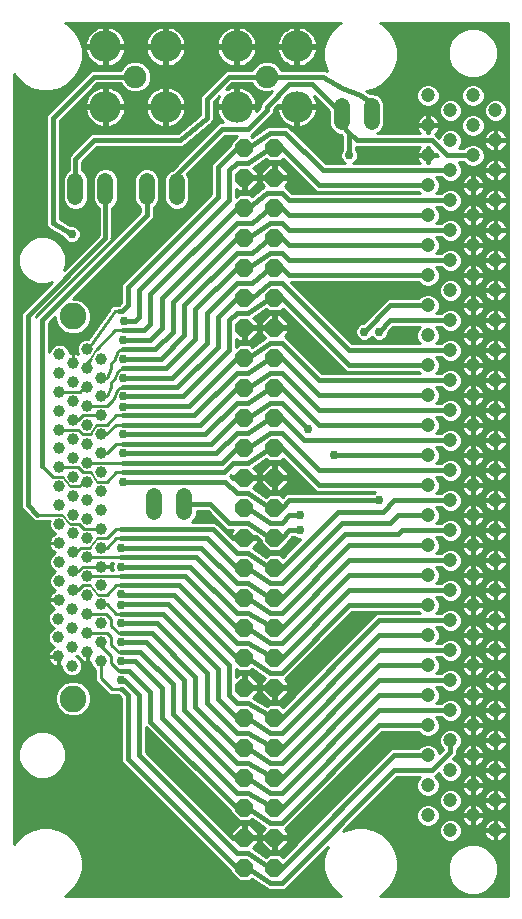
<source format=gbl>
G75*
G70*
%OFA0B0*%
%FSLAX24Y24*%
%IPPOS*%
%LPD*%
%AMOC8*
5,1,8,0,0,1.08239X$1,22.5*
%
%ADD10C,0.0540*%
%ADD11C,0.0750*%
%ADD12C,0.1050*%
%ADD13OC8,0.0600*%
%ADD14C,0.0396*%
%ADD15C,0.0886*%
%ADD16C,0.0472*%
%ADD17C,0.0100*%
%ADD18C,0.0050*%
%ADD19C,0.0160*%
%ADD20C,0.0297*%
D10*
X007608Y013555D02*
X007608Y014095D01*
X008608Y014095D02*
X008608Y013555D01*
X008358Y024055D02*
X008358Y024595D01*
X007358Y024595D02*
X007358Y024055D01*
X005983Y024055D02*
X005983Y024595D01*
X004983Y024595D02*
X004983Y024055D01*
X013858Y026555D02*
X013858Y027095D01*
X014858Y027095D02*
X014858Y026555D01*
D11*
X011358Y028075D03*
X006983Y028075D03*
D12*
X005979Y029079D03*
X005979Y027071D03*
X007986Y027071D03*
X007986Y029079D03*
X010354Y029079D03*
X010354Y027071D03*
X012361Y027071D03*
X012361Y029079D03*
D13*
X011608Y025700D03*
X011608Y024700D03*
X011608Y023700D03*
X011608Y022700D03*
X011608Y021700D03*
X011608Y020700D03*
X011608Y019700D03*
X011608Y018700D03*
X011608Y017700D03*
X011608Y016700D03*
X011608Y015700D03*
X011608Y014700D03*
X011608Y013700D03*
X011608Y012700D03*
X011608Y011700D03*
X011608Y010700D03*
X011608Y009700D03*
X011608Y008700D03*
X011608Y007700D03*
X011608Y006700D03*
X011608Y005700D03*
X011608Y004700D03*
X011608Y003700D03*
X011608Y002700D03*
X011608Y001700D03*
X010608Y001700D03*
X010608Y002700D03*
X010608Y003700D03*
X010608Y004700D03*
X010608Y005700D03*
X010608Y006700D03*
X010608Y007700D03*
X010608Y008700D03*
X010608Y009700D03*
X010608Y010700D03*
X010608Y011700D03*
X010608Y012700D03*
X010608Y013700D03*
X010608Y014700D03*
X010608Y015700D03*
X010608Y016700D03*
X010608Y017700D03*
X010608Y018700D03*
X010608Y019700D03*
X010608Y020700D03*
X010608Y021700D03*
X010608Y022700D03*
X010608Y023700D03*
X010608Y024700D03*
X010608Y025700D03*
D14*
X005829Y018671D03*
X005376Y018356D03*
X004904Y018514D03*
X004451Y018829D03*
X004451Y018199D03*
X004904Y017884D03*
X005376Y017727D03*
X005829Y018042D03*
X005829Y017412D03*
X005376Y017097D03*
X004904Y017254D03*
X004451Y016939D03*
X004904Y016624D03*
X005376Y016467D03*
X005829Y016782D03*
X005829Y016152D03*
X005376Y015837D03*
X004904Y015994D03*
X004451Y015679D03*
X004904Y015364D03*
X005376Y015207D03*
X005829Y015522D03*
X005829Y014892D03*
X005376Y014577D03*
X004904Y014734D03*
X004451Y014419D03*
X004904Y014105D03*
X005376Y013947D03*
X005829Y013632D03*
X005376Y013317D03*
X004904Y013475D03*
X004451Y013790D03*
X004451Y013160D03*
X004904Y012845D03*
X005376Y012687D03*
X005829Y012372D03*
X005376Y012057D03*
X004904Y012215D03*
X004451Y012530D03*
X004451Y011900D03*
X004904Y011585D03*
X005376Y011427D03*
X005829Y011112D03*
X005376Y010797D03*
X004904Y010955D03*
X004451Y011270D03*
X004451Y010640D03*
X004864Y010325D03*
X005376Y010168D03*
X005829Y010482D03*
X005829Y009853D03*
X005376Y009538D03*
X004864Y009695D03*
X004412Y009380D03*
X004864Y009065D03*
X005376Y008908D03*
X005829Y009223D03*
X005829Y008593D03*
X004864Y008435D03*
X004412Y008750D03*
X004412Y010010D03*
X005829Y011742D03*
X005829Y013002D03*
X005829Y014262D03*
X004451Y015049D03*
X004451Y016309D03*
X004451Y017569D03*
X005376Y018986D03*
D15*
X004904Y020079D03*
X004904Y007343D03*
D16*
X016733Y007450D03*
X016733Y006450D03*
X017483Y005950D03*
X018233Y005450D03*
X018983Y004950D03*
X018233Y004450D03*
X018983Y003950D03*
X018233Y003450D03*
X018983Y002950D03*
X017483Y002950D03*
X017483Y003950D03*
X016733Y003450D03*
X016733Y004450D03*
X016733Y005450D03*
X017483Y004950D03*
X018233Y006450D03*
X018983Y005950D03*
X018983Y006950D03*
X018233Y007450D03*
X018983Y007950D03*
X018233Y008450D03*
X018983Y008950D03*
X018233Y009450D03*
X018983Y009950D03*
X018233Y010450D03*
X018983Y010950D03*
X018233Y011450D03*
X018983Y011950D03*
X018233Y012450D03*
X018983Y012950D03*
X018233Y013450D03*
X018983Y013950D03*
X018233Y014450D03*
X018983Y014950D03*
X018233Y015450D03*
X018983Y015950D03*
X018233Y016450D03*
X018983Y016950D03*
X018233Y017450D03*
X018983Y017950D03*
X018233Y018450D03*
X018983Y018950D03*
X018233Y019450D03*
X018983Y019950D03*
X018233Y020450D03*
X018983Y020950D03*
X018233Y021450D03*
X018983Y021950D03*
X018233Y022450D03*
X018983Y022950D03*
X018233Y023450D03*
X018983Y023950D03*
X018233Y024450D03*
X018983Y024950D03*
X018233Y025450D03*
X018983Y025950D03*
X018233Y026450D03*
X018983Y026950D03*
X018233Y027450D03*
X017483Y026950D03*
X016733Y026450D03*
X016733Y025450D03*
X017483Y024950D03*
X017483Y023950D03*
X017483Y022950D03*
X016733Y022450D03*
X016733Y021450D03*
X017483Y020950D03*
X017483Y019950D03*
X016733Y019450D03*
X016733Y018450D03*
X016733Y017450D03*
X017483Y016950D03*
X017483Y015950D03*
X016733Y015450D03*
X016733Y014450D03*
X017483Y013950D03*
X017483Y012950D03*
X017483Y011950D03*
X016733Y011450D03*
X016733Y010450D03*
X017483Y009950D03*
X017483Y008950D03*
X016733Y008450D03*
X016733Y009450D03*
X017483Y007950D03*
X017483Y006950D03*
X017483Y010950D03*
X016733Y012450D03*
X016733Y013450D03*
X017483Y014950D03*
X016733Y016450D03*
X017483Y017950D03*
X017483Y018950D03*
X016733Y020450D03*
X017483Y021950D03*
X016733Y023450D03*
X016733Y024450D03*
X017483Y025950D03*
X016733Y027450D03*
D17*
X002933Y028169D02*
X002933Y002481D01*
X002992Y002585D01*
X003223Y002815D01*
X003505Y002978D01*
X003820Y003062D01*
X004145Y003062D01*
X004460Y002978D01*
X004742Y002815D01*
X004973Y002585D01*
X005136Y002303D01*
X005220Y001988D01*
X005220Y001662D01*
X005136Y001347D01*
X004973Y001065D01*
X004742Y000835D01*
X004639Y000775D01*
X013826Y000775D01*
X013723Y000835D01*
X013492Y001065D01*
X013329Y001347D01*
X013245Y001662D01*
X013245Y001988D01*
X013329Y002303D01*
X013390Y002407D01*
X012088Y001105D01*
X012088Y001105D01*
X011953Y000970D01*
X011505Y000970D01*
X011434Y000956D01*
X011413Y000970D01*
X011387Y000970D01*
X011336Y001021D01*
X010874Y001330D01*
X010794Y001250D01*
X010421Y001250D01*
X010158Y001514D01*
X010158Y001575D01*
X010128Y001605D01*
X006503Y005230D01*
X006503Y007355D01*
X006439Y007418D01*
X006423Y007418D01*
X006393Y007448D01*
X006120Y007448D01*
X006003Y007565D01*
X005629Y007939D01*
X005629Y008301D01*
X005534Y008396D01*
X005481Y008524D01*
X005481Y008574D01*
X005478Y008573D01*
X005410Y008560D01*
X005390Y008560D01*
X005390Y008894D01*
X005362Y008894D01*
X005362Y008560D01*
X005342Y008560D01*
X005275Y008573D01*
X005211Y008599D01*
X005154Y008637D01*
X005106Y008686D01*
X005068Y008743D01*
X005057Y008768D01*
X005013Y008750D01*
X005062Y008730D01*
X005159Y008632D01*
X005212Y008504D01*
X005212Y008366D01*
X005159Y008238D01*
X005062Y008140D01*
X004934Y008087D01*
X004795Y008087D01*
X004667Y008140D01*
X004569Y008238D01*
X004516Y008366D01*
X004516Y008417D01*
X004513Y008416D01*
X004446Y008402D01*
X004426Y008402D01*
X004426Y008736D01*
X004398Y008736D01*
X004398Y008402D01*
X004377Y008402D01*
X004310Y008416D01*
X004247Y008442D01*
X004190Y008480D01*
X004141Y008528D01*
X004103Y008585D01*
X004077Y008649D01*
X004064Y008716D01*
X004064Y008736D01*
X004398Y008736D01*
X004398Y008764D01*
X004064Y008764D01*
X004064Y008784D01*
X004077Y008852D01*
X004103Y008915D01*
X004141Y008972D01*
X004190Y009020D01*
X004247Y009059D01*
X004263Y009065D01*
X004215Y009085D01*
X004117Y009183D01*
X004064Y009311D01*
X004064Y009449D01*
X004117Y009577D01*
X004215Y009675D01*
X004263Y009695D01*
X004215Y009715D01*
X004117Y009813D01*
X004064Y009941D01*
X004064Y010079D01*
X004117Y010207D01*
X004215Y010305D01*
X004283Y010334D01*
X004229Y010370D01*
X004181Y010418D01*
X004143Y010475D01*
X004116Y010538D01*
X004103Y010606D01*
X004103Y010626D01*
X004437Y010626D01*
X004437Y010654D01*
X004103Y010654D01*
X004103Y010674D01*
X004116Y010741D01*
X004143Y010805D01*
X004181Y010862D01*
X004229Y010910D01*
X004286Y010948D01*
X004302Y010955D01*
X004254Y010975D01*
X004156Y011073D01*
X004103Y011201D01*
X004103Y011339D01*
X004156Y011467D01*
X004254Y011565D01*
X004302Y011585D01*
X004254Y011605D01*
X004156Y011703D01*
X004103Y011831D01*
X004103Y011969D01*
X004156Y012097D01*
X004254Y012195D01*
X004302Y012215D01*
X004286Y012221D01*
X004229Y012259D01*
X004181Y012308D01*
X004143Y012365D01*
X004116Y012428D01*
X004103Y012495D01*
X004103Y012516D01*
X004437Y012516D01*
X004437Y012544D01*
X004103Y012544D01*
X004103Y012564D01*
X004116Y012631D01*
X004143Y012695D01*
X004181Y012752D01*
X004229Y012800D01*
X004286Y012838D01*
X004302Y012845D01*
X004254Y012865D01*
X004156Y012963D01*
X004103Y013090D01*
X004103Y013229D01*
X004122Y013275D01*
X003827Y013275D01*
X003797Y013245D01*
X003607Y013245D01*
X003157Y013694D01*
X003157Y020200D01*
X003292Y020335D01*
X004188Y021230D01*
X004028Y021164D01*
X003712Y021164D01*
X003420Y021285D01*
X003197Y021509D01*
X003076Y021801D01*
X003076Y022117D01*
X003197Y022409D01*
X003420Y022632D01*
X003712Y022753D01*
X004028Y022753D01*
X004320Y022632D01*
X004544Y022409D01*
X004665Y022117D01*
X004665Y021801D01*
X004599Y021642D01*
X005753Y022795D01*
X005753Y023696D01*
X005745Y023699D01*
X005626Y023817D01*
X005563Y023971D01*
X005563Y024679D01*
X005626Y024833D01*
X005745Y024951D01*
X005899Y025015D01*
X006066Y025015D01*
X006220Y024951D01*
X006339Y024833D01*
X006403Y024679D01*
X006403Y023971D01*
X006339Y023817D01*
X006220Y023699D01*
X006213Y023696D01*
X006213Y022630D01*
X007128Y023545D01*
X007128Y023696D01*
X007120Y023699D01*
X007001Y023817D01*
X006938Y023971D01*
X006938Y024679D01*
X007001Y024833D01*
X007120Y024951D01*
X007274Y025015D01*
X007441Y025015D01*
X007595Y024951D01*
X007714Y024833D01*
X007778Y024679D01*
X007778Y023971D01*
X007714Y023817D01*
X007595Y023699D01*
X007588Y023696D01*
X007588Y023355D01*
X007453Y023220D01*
X007453Y023220D01*
X004905Y020672D01*
X005022Y020672D01*
X005240Y020582D01*
X005406Y020415D01*
X005497Y020197D01*
X005497Y019961D01*
X005406Y019743D01*
X005240Y019576D01*
X005022Y019486D01*
X004786Y019486D01*
X004568Y019576D01*
X004401Y019743D01*
X004311Y019961D01*
X004311Y020078D01*
X004103Y019870D01*
X004103Y018899D01*
X004156Y019026D01*
X004254Y019124D01*
X004382Y019177D01*
X004520Y019177D01*
X004648Y019124D01*
X004746Y019026D01*
X004799Y018898D01*
X004799Y018847D01*
X004802Y018849D01*
X004870Y018862D01*
X004890Y018862D01*
X004890Y018528D01*
X004918Y018528D01*
X004918Y018862D01*
X004938Y018862D01*
X005005Y018849D01*
X005067Y018823D01*
X005028Y018917D01*
X005028Y019056D01*
X005081Y019184D01*
X005179Y019281D01*
X005307Y019334D01*
X005403Y019334D01*
X006096Y020310D01*
X006096Y020329D01*
X006142Y020376D01*
X006180Y020430D01*
X006199Y020433D01*
X006213Y020446D01*
X006279Y020446D01*
X006321Y020453D01*
X006344Y020476D01*
X006434Y020476D01*
X006503Y020545D01*
X006503Y021170D01*
X009503Y024170D01*
X009503Y025170D01*
X009637Y025305D01*
X009637Y025305D01*
X010128Y025795D01*
X010128Y025795D01*
X010158Y025825D01*
X010158Y025886D01*
X010366Y026095D01*
X009953Y026095D01*
X008702Y024844D01*
X008714Y024833D01*
X008778Y024679D01*
X008778Y023971D01*
X008714Y023817D01*
X008595Y023699D01*
X008441Y023635D01*
X008274Y023635D01*
X008120Y023699D01*
X008001Y023817D01*
X007938Y023971D01*
X007938Y024679D01*
X008001Y024833D01*
X008120Y024951D01*
X008186Y024978D01*
X009628Y026420D01*
X009762Y026555D01*
X009917Y026555D01*
X009908Y026563D01*
X009845Y026625D01*
X009791Y026695D01*
X009747Y026772D01*
X009713Y026854D01*
X009690Y026939D01*
X009679Y027021D01*
X010304Y027021D01*
X010304Y027121D01*
X010304Y027745D01*
X010222Y027735D01*
X010136Y027712D01*
X010054Y027678D01*
X010010Y027652D01*
X010203Y027845D01*
X010885Y027845D01*
X010912Y027778D01*
X011060Y027630D01*
X011253Y027550D01*
X011462Y027550D01*
X011539Y027582D01*
X011128Y027170D01*
X011128Y027045D01*
X011015Y026933D01*
X011017Y026939D01*
X011028Y027021D01*
X010404Y027021D01*
X010404Y027121D01*
X011028Y027121D01*
X011017Y027203D01*
X010994Y027289D01*
X010960Y027370D01*
X010916Y027447D01*
X010862Y027517D01*
X010800Y027580D01*
X010729Y027634D01*
X010653Y027678D01*
X010571Y027712D01*
X010486Y027735D01*
X010404Y027745D01*
X010404Y027121D01*
X010304Y027121D01*
X009679Y027121D01*
X009690Y027203D01*
X009713Y027289D01*
X009747Y027370D01*
X009773Y027415D01*
X009588Y027230D01*
X009588Y026785D01*
X009594Y026777D01*
X009588Y026691D01*
X009588Y026605D01*
X009580Y026598D01*
X009580Y026587D01*
X009514Y026531D01*
X009453Y026470D01*
X009443Y026470D01*
X008639Y025781D01*
X008578Y025720D01*
X008568Y025720D01*
X008560Y025713D01*
X008474Y025720D01*
X005703Y025720D01*
X005213Y025230D01*
X005213Y024954D01*
X005220Y024951D01*
X005339Y024833D01*
X005403Y024679D01*
X005403Y023971D01*
X005339Y023817D01*
X005220Y023699D01*
X005066Y023635D01*
X004899Y023635D01*
X004745Y023699D01*
X004626Y023817D01*
X004563Y023971D01*
X004563Y024679D01*
X004626Y024833D01*
X004745Y024951D01*
X004753Y024954D01*
X004753Y025420D01*
X005378Y026045D01*
X005512Y026180D01*
X008397Y026180D01*
X009128Y026806D01*
X009128Y027420D01*
X009262Y027555D01*
X010012Y028305D01*
X010885Y028305D01*
X010912Y028372D01*
X011060Y028520D01*
X011253Y028600D01*
X011462Y028600D01*
X011655Y028520D01*
X011803Y028372D01*
X011831Y028305D01*
X013204Y028305D01*
X013269Y028321D01*
X013296Y028305D01*
X013328Y028305D01*
X013375Y028258D01*
X013384Y028252D01*
X013329Y028347D01*
X013245Y028662D01*
X013245Y028988D01*
X013329Y029303D01*
X013492Y029585D01*
X013723Y029815D01*
X013820Y029871D01*
X004645Y029871D01*
X004742Y029815D01*
X004973Y029585D01*
X005136Y029303D01*
X005220Y028988D01*
X005220Y028662D01*
X005136Y028347D01*
X004973Y028065D01*
X004742Y027835D01*
X004460Y027672D01*
X004145Y027588D01*
X003820Y027588D01*
X003505Y027672D01*
X003223Y027835D01*
X002992Y028065D01*
X002933Y028169D01*
X002933Y028102D02*
X002971Y028102D01*
X002933Y028004D02*
X003054Y028004D01*
X003152Y027905D02*
X002933Y027905D01*
X002933Y027807D02*
X003272Y027807D01*
X003442Y027708D02*
X002933Y027708D01*
X002933Y027610D02*
X003738Y027610D01*
X004227Y027610D02*
X004817Y027610D01*
X004915Y027708D02*
X004523Y027708D01*
X004693Y027807D02*
X005014Y027807D01*
X005112Y027905D02*
X004813Y027905D01*
X004911Y028004D02*
X005211Y028004D01*
X005309Y028102D02*
X004994Y028102D01*
X005051Y028201D02*
X005408Y028201D01*
X005506Y028299D02*
X005108Y028299D01*
X005149Y028398D02*
X006563Y028398D01*
X006537Y028372D02*
X006685Y028520D01*
X006878Y028600D01*
X007087Y028600D01*
X007280Y028520D01*
X007428Y028372D01*
X007508Y028179D01*
X007508Y027971D01*
X007428Y027778D01*
X007280Y027630D01*
X007087Y027550D01*
X006878Y027550D01*
X006685Y027630D01*
X006537Y027778D01*
X006510Y027845D01*
X005703Y027845D01*
X004463Y026605D01*
X004463Y023330D01*
X004807Y023123D01*
X004917Y023123D01*
X005027Y023078D01*
X005111Y022994D01*
X005156Y022884D01*
X005156Y022766D01*
X005111Y022656D01*
X005027Y022572D01*
X004917Y022527D01*
X004798Y022527D01*
X004688Y022572D01*
X004605Y022656D01*
X004576Y022726D01*
X004169Y022970D01*
X004137Y022970D01*
X004090Y023017D01*
X004032Y023052D01*
X004025Y023082D01*
X004003Y023105D01*
X004003Y023172D01*
X003986Y023237D01*
X004003Y023264D01*
X004003Y026795D01*
X004137Y026930D01*
X005512Y028305D01*
X006510Y028305D01*
X006537Y028372D01*
X006661Y028496D02*
X006319Y028496D01*
X006354Y028516D02*
X006278Y028472D01*
X006196Y028438D01*
X006111Y028415D01*
X006029Y028405D01*
X006029Y029029D01*
X006029Y029129D01*
X006653Y029129D01*
X006642Y029211D01*
X006619Y029296D01*
X006585Y029378D01*
X006541Y029455D01*
X006487Y029525D01*
X006425Y029587D01*
X006354Y029641D01*
X006278Y029686D01*
X006196Y029719D01*
X006111Y029742D01*
X006029Y029753D01*
X006029Y029129D01*
X005929Y029129D01*
X005929Y029753D01*
X005847Y029742D01*
X005761Y029719D01*
X005679Y029686D01*
X005603Y029641D01*
X005533Y029587D01*
X005470Y029525D01*
X005416Y029455D01*
X005372Y029378D01*
X005338Y029296D01*
X005315Y029211D01*
X005304Y029129D01*
X005929Y029129D01*
X005929Y029029D01*
X006029Y029029D01*
X006653Y029029D01*
X006642Y028947D01*
X006619Y028861D01*
X006585Y028780D01*
X006541Y028703D01*
X006487Y028633D01*
X006425Y028570D01*
X006354Y028516D01*
X006449Y028595D02*
X006865Y028595D01*
X007100Y028595D02*
X007516Y028595D01*
X007540Y028570D02*
X007611Y028516D01*
X007687Y028472D01*
X007769Y028438D01*
X007854Y028415D01*
X007936Y028405D01*
X007936Y029029D01*
X007312Y029029D01*
X007323Y028947D01*
X007346Y028861D01*
X007380Y028780D01*
X007424Y028703D01*
X007478Y028633D01*
X007540Y028570D01*
X007646Y028496D02*
X007304Y028496D01*
X007402Y028398D02*
X010938Y028398D01*
X011036Y028496D02*
X010694Y028496D01*
X010729Y028516D02*
X010800Y028570D01*
X010862Y028633D01*
X010916Y028703D01*
X010960Y028780D01*
X010994Y028861D01*
X011017Y028947D01*
X011028Y029029D01*
X010404Y029029D01*
X010404Y029129D01*
X011028Y029129D01*
X011017Y029211D01*
X010994Y029296D01*
X010960Y029378D01*
X010916Y029455D01*
X010862Y029525D01*
X010800Y029587D01*
X010729Y029641D01*
X010653Y029686D01*
X010571Y029719D01*
X010486Y029742D01*
X010404Y029753D01*
X010404Y029129D01*
X010304Y029129D01*
X010304Y029753D01*
X010222Y029742D01*
X010136Y029719D01*
X010054Y029686D01*
X009978Y029641D01*
X009908Y029587D01*
X009845Y029525D01*
X009791Y029455D01*
X009747Y029378D01*
X009713Y029296D01*
X009690Y029211D01*
X009679Y029129D01*
X010304Y029129D01*
X010304Y029029D01*
X010404Y029029D01*
X010404Y028405D01*
X010486Y028415D01*
X010571Y028438D01*
X010653Y028472D01*
X010729Y028516D01*
X010824Y028595D02*
X011240Y028595D01*
X011475Y028595D02*
X011891Y028595D01*
X011915Y028570D02*
X011986Y028516D01*
X012062Y028472D01*
X012144Y028438D01*
X012229Y028415D01*
X012311Y028405D01*
X012311Y029029D01*
X011687Y029029D01*
X011698Y028947D01*
X011721Y028861D01*
X011755Y028780D01*
X011799Y028703D01*
X011853Y028633D01*
X011915Y028570D01*
X012021Y028496D02*
X011679Y028496D01*
X011777Y028398D02*
X013316Y028398D01*
X013334Y028299D02*
X013357Y028299D01*
X013290Y028496D02*
X012702Y028496D01*
X012737Y028516D02*
X012807Y028570D01*
X012870Y028633D01*
X012924Y028703D01*
X012968Y028780D01*
X013002Y028861D01*
X013025Y028947D01*
X013036Y029029D01*
X012411Y029029D01*
X012411Y028405D01*
X012493Y028415D01*
X012579Y028438D01*
X012661Y028472D01*
X012737Y028516D01*
X012832Y028595D02*
X013263Y028595D01*
X013245Y028693D02*
X012916Y028693D01*
X012973Y028792D02*
X013245Y028792D01*
X013245Y028890D02*
X013010Y028890D01*
X013030Y028989D02*
X013245Y028989D01*
X013272Y029087D02*
X012411Y029087D01*
X012411Y029129D02*
X013036Y029129D01*
X013025Y029211D01*
X013002Y029296D01*
X012968Y029378D01*
X012924Y029455D01*
X012870Y029525D01*
X012807Y029587D01*
X012737Y029641D01*
X012661Y029686D01*
X012579Y029719D01*
X012493Y029742D01*
X012411Y029753D01*
X012411Y029129D01*
X012311Y029129D01*
X012311Y029029D01*
X012411Y029029D01*
X012411Y029129D01*
X012411Y029186D02*
X012311Y029186D01*
X012311Y029129D02*
X012311Y029753D01*
X012229Y029742D01*
X012144Y029719D01*
X012062Y029686D01*
X011986Y029641D01*
X011915Y029587D01*
X011853Y029525D01*
X011799Y029455D01*
X011755Y029378D01*
X011721Y029296D01*
X011698Y029211D01*
X011687Y029129D01*
X012311Y029129D01*
X012311Y029087D02*
X010404Y029087D01*
X010404Y028989D02*
X010304Y028989D01*
X010304Y029029D02*
X010304Y028405D01*
X010222Y028415D01*
X010136Y028438D01*
X010054Y028472D01*
X009978Y028516D01*
X009908Y028570D01*
X009845Y028633D01*
X009791Y028703D01*
X009747Y028780D01*
X009713Y028861D01*
X009690Y028947D01*
X009679Y029029D01*
X010304Y029029D01*
X010304Y029087D02*
X008036Y029087D01*
X008036Y029129D02*
X008661Y029129D01*
X008650Y029211D01*
X008627Y029296D01*
X008593Y029378D01*
X008549Y029455D01*
X008495Y029525D01*
X008432Y029587D01*
X008362Y029641D01*
X008286Y029686D01*
X008204Y029719D01*
X008118Y029742D01*
X008036Y029753D01*
X008036Y029129D01*
X007936Y029129D01*
X007936Y029029D01*
X008036Y029029D01*
X008036Y028405D01*
X008118Y028415D01*
X008204Y028438D01*
X008286Y028472D01*
X008362Y028516D01*
X008432Y028570D01*
X008495Y028633D01*
X008549Y028703D01*
X008593Y028780D01*
X008627Y028861D01*
X008650Y028947D01*
X008661Y029029D01*
X008036Y029029D01*
X008036Y029129D01*
X008036Y029186D02*
X007936Y029186D01*
X007936Y029129D02*
X007936Y029753D01*
X007854Y029742D01*
X007769Y029719D01*
X007687Y029686D01*
X007611Y029641D01*
X007540Y029587D01*
X007478Y029525D01*
X007424Y029455D01*
X007380Y029378D01*
X007346Y029296D01*
X007323Y029211D01*
X007312Y029129D01*
X007936Y029129D01*
X007936Y029087D02*
X006029Y029087D01*
X006029Y028989D02*
X005929Y028989D01*
X005929Y029029D02*
X005929Y028405D01*
X005847Y028415D01*
X005761Y028438D01*
X005679Y028472D01*
X005603Y028516D01*
X005533Y028570D01*
X005470Y028633D01*
X005416Y028703D01*
X005372Y028780D01*
X005338Y028861D01*
X005315Y028947D01*
X005304Y029029D01*
X005929Y029029D01*
X005929Y029087D02*
X005193Y029087D01*
X005167Y029186D02*
X005312Y029186D01*
X005335Y029284D02*
X005141Y029284D01*
X005089Y029383D02*
X005375Y029383D01*
X005436Y029481D02*
X005033Y029481D01*
X004976Y029580D02*
X005525Y029580D01*
X005666Y029678D02*
X004879Y029678D01*
X004781Y029777D02*
X013684Y029777D01*
X013586Y029678D02*
X012674Y029678D01*
X012815Y029580D02*
X013489Y029580D01*
X013432Y029481D02*
X012904Y029481D01*
X012966Y029383D02*
X013376Y029383D01*
X013324Y029284D02*
X013005Y029284D01*
X013028Y029186D02*
X013298Y029186D01*
X012411Y029284D02*
X012311Y029284D01*
X012311Y029383D02*
X012411Y029383D01*
X012411Y029481D02*
X012311Y029481D01*
X012311Y029580D02*
X012411Y029580D01*
X012411Y029678D02*
X012311Y029678D01*
X012049Y029678D02*
X010666Y029678D01*
X010808Y029580D02*
X011907Y029580D01*
X011819Y029481D02*
X010896Y029481D01*
X010958Y029383D02*
X011757Y029383D01*
X011718Y029284D02*
X010997Y029284D01*
X011020Y029186D02*
X011695Y029186D01*
X011692Y028989D02*
X011023Y028989D01*
X011002Y028890D02*
X011713Y028890D01*
X011750Y028792D02*
X010965Y028792D01*
X010908Y028693D02*
X011807Y028693D01*
X012311Y028693D02*
X012411Y028693D01*
X012411Y028595D02*
X012311Y028595D01*
X012311Y028496D02*
X012411Y028496D01*
X012411Y028792D02*
X012311Y028792D01*
X012311Y028890D02*
X012411Y028890D01*
X012411Y028989D02*
X012311Y028989D01*
X012942Y027415D02*
X013438Y026920D01*
X013438Y026471D01*
X013501Y026317D01*
X013620Y026199D01*
X013774Y026135D01*
X013847Y026135D01*
X013878Y026105D01*
X013878Y025642D01*
X013855Y025619D01*
X013809Y025509D01*
X013809Y025391D01*
X013855Y025281D01*
X013938Y025197D01*
X013980Y025180D01*
X013328Y025180D01*
X012078Y026430D01*
X011505Y026430D01*
X011434Y026444D01*
X011413Y026430D01*
X011387Y026430D01*
X011336Y026379D01*
X010874Y026070D01*
X010838Y026106D01*
X011453Y026720D01*
X011588Y026855D01*
X011588Y026980D01*
X011729Y027121D01*
X012311Y027121D01*
X012311Y027021D01*
X011687Y027021D01*
X011698Y026939D01*
X011721Y026854D01*
X011755Y026772D01*
X011799Y026695D01*
X011853Y026625D01*
X011915Y026563D01*
X011986Y026509D01*
X012062Y026464D01*
X012144Y026431D01*
X012229Y026408D01*
X012311Y026397D01*
X012311Y027021D01*
X012411Y027021D01*
X012411Y026397D01*
X012493Y026408D01*
X012579Y026431D01*
X012661Y026464D01*
X012737Y026509D01*
X012807Y026563D01*
X012870Y026625D01*
X012924Y026695D01*
X012968Y026772D01*
X013002Y026854D01*
X013025Y026939D01*
X013036Y027021D01*
X012411Y027021D01*
X012411Y027121D01*
X013036Y027121D01*
X013025Y027203D01*
X013002Y027289D01*
X012968Y027370D01*
X012942Y027415D01*
X012944Y027413D02*
X012945Y027413D01*
X012991Y027314D02*
X013043Y027314D01*
X013022Y027216D02*
X013142Y027216D01*
X013240Y027117D02*
X012411Y027117D01*
X012411Y027019D02*
X012311Y027019D01*
X012311Y027117D02*
X011725Y027117D01*
X011688Y027019D02*
X011626Y027019D01*
X011588Y026920D02*
X011703Y026920D01*
X011734Y026822D02*
X011554Y026822D01*
X011456Y026723D02*
X011783Y026723D01*
X011853Y026625D02*
X011357Y026625D01*
X011259Y026526D02*
X011963Y026526D01*
X012080Y026428D02*
X012155Y026428D01*
X012179Y026329D02*
X013496Y026329D01*
X013456Y026428D02*
X012568Y026428D01*
X012411Y026428D02*
X012311Y026428D01*
X012311Y026526D02*
X012411Y026526D01*
X012411Y026625D02*
X012311Y026625D01*
X012311Y026723D02*
X012411Y026723D01*
X012411Y026822D02*
X012311Y026822D01*
X012311Y026920D02*
X012411Y026920D01*
X012760Y026526D02*
X013438Y026526D01*
X013438Y026625D02*
X012869Y026625D01*
X012940Y026723D02*
X013438Y026723D01*
X013438Y026822D02*
X012989Y026822D01*
X013020Y026920D02*
X013437Y026920D01*
X013339Y027019D02*
X013035Y027019D01*
X013588Y026231D02*
X012277Y026231D01*
X012376Y026132D02*
X013850Y026132D01*
X013878Y026034D02*
X012474Y026034D01*
X012573Y025935D02*
X013878Y025935D01*
X013878Y025837D02*
X012671Y025837D01*
X012770Y025738D02*
X013878Y025738D01*
X013875Y025640D02*
X012868Y025640D01*
X012967Y025541D02*
X013822Y025541D01*
X013809Y025443D02*
X013065Y025443D01*
X013164Y025344D02*
X013828Y025344D01*
X013890Y025246D02*
X013262Y025246D01*
X012676Y024556D02*
X012058Y024556D01*
X012058Y024514D02*
X012058Y024650D01*
X011658Y024650D01*
X011658Y024750D01*
X012058Y024750D01*
X012058Y024886D01*
X011794Y025150D01*
X011658Y025150D01*
X011658Y024750D01*
X011558Y024750D01*
X011558Y025150D01*
X011421Y025150D01*
X011158Y024886D01*
X011158Y024750D01*
X011558Y024750D01*
X011558Y024650D01*
X011158Y024650D01*
X011158Y024514D01*
X011252Y024419D01*
X011204Y024372D01*
X010853Y024091D01*
X010794Y024150D01*
X010421Y024150D01*
X010338Y024066D01*
X010338Y024334D01*
X010421Y024250D01*
X010558Y024250D01*
X010558Y024650D01*
X010658Y024650D01*
X010658Y024750D01*
X011058Y024750D01*
X011058Y024886D01*
X010905Y025039D01*
X011342Y025330D01*
X011421Y025250D01*
X011794Y025250D01*
X011888Y025344D01*
X011888Y025344D01*
X013012Y024220D01*
X013203Y024220D01*
X016416Y024220D01*
X016456Y024180D01*
X012203Y024180D01*
X011963Y024419D01*
X012058Y024514D01*
X012001Y024458D02*
X012775Y024458D01*
X012873Y024359D02*
X012024Y024359D01*
X012122Y024261D02*
X012972Y024261D01*
X012578Y024655D02*
X011658Y024655D01*
X011658Y024753D02*
X011558Y024753D01*
X011558Y024655D02*
X010658Y024655D01*
X010658Y024650D02*
X011058Y024650D01*
X011058Y024514D01*
X010794Y024250D01*
X010658Y024250D01*
X010658Y024650D01*
X010658Y024556D02*
X010558Y024556D01*
X010558Y024458D02*
X010658Y024458D01*
X010658Y024359D02*
X010558Y024359D01*
X010558Y024261D02*
X010658Y024261D01*
X010804Y024261D02*
X011065Y024261D01*
X011188Y024359D02*
X010903Y024359D01*
X011001Y024458D02*
X011214Y024458D01*
X011158Y024556D02*
X011058Y024556D01*
X011058Y024753D02*
X011158Y024753D01*
X011158Y024852D02*
X011058Y024852D01*
X010994Y024950D02*
X011221Y024950D01*
X011320Y025049D02*
X010920Y025049D01*
X011068Y025147D02*
X011418Y025147D01*
X011558Y025147D02*
X011658Y025147D01*
X011658Y025049D02*
X011558Y025049D01*
X011558Y024950D02*
X011658Y024950D01*
X011658Y024852D02*
X011558Y024852D01*
X011797Y025147D02*
X012085Y025147D01*
X011987Y025246D02*
X011215Y025246D01*
X011895Y025049D02*
X012184Y025049D01*
X012282Y024950D02*
X011994Y024950D01*
X012058Y024852D02*
X012381Y024852D01*
X012479Y024753D02*
X012058Y024753D01*
X010942Y024162D02*
X010338Y024162D01*
X010338Y024261D02*
X010411Y024261D01*
X009503Y024261D02*
X008778Y024261D01*
X008778Y024359D02*
X009503Y024359D01*
X009503Y024458D02*
X008778Y024458D01*
X008778Y024556D02*
X009503Y024556D01*
X009503Y024655D02*
X008778Y024655D01*
X008747Y024753D02*
X009503Y024753D01*
X009503Y024852D02*
X008709Y024852D01*
X008808Y024950D02*
X009503Y024950D01*
X009503Y025049D02*
X008906Y025049D01*
X009005Y025147D02*
X009503Y025147D01*
X009578Y025246D02*
X009103Y025246D01*
X009202Y025344D02*
X009676Y025344D01*
X009775Y025443D02*
X009300Y025443D01*
X009399Y025541D02*
X009873Y025541D01*
X009972Y025640D02*
X009497Y025640D01*
X009596Y025738D02*
X010070Y025738D01*
X010158Y025837D02*
X009694Y025837D01*
X009793Y025935D02*
X010206Y025935D01*
X010305Y026034D02*
X009891Y026034D01*
X009536Y026329D02*
X009278Y026329D01*
X009163Y026231D02*
X009438Y026231D01*
X009339Y026132D02*
X009048Y026132D01*
X008933Y026034D02*
X009241Y026034D01*
X009142Y025935D02*
X008819Y025935D01*
X008704Y025837D02*
X009044Y025837D01*
X008945Y025738D02*
X008596Y025738D01*
X008748Y025541D02*
X005524Y025541D01*
X005622Y025640D02*
X008847Y025640D01*
X008650Y025443D02*
X005425Y025443D01*
X005327Y025344D02*
X008551Y025344D01*
X008453Y025246D02*
X005228Y025246D01*
X005213Y025147D02*
X008354Y025147D01*
X008256Y025049D02*
X005213Y025049D01*
X005221Y024950D02*
X005744Y024950D01*
X005645Y024852D02*
X005320Y024852D01*
X005372Y024753D02*
X005593Y024753D01*
X005563Y024655D02*
X005403Y024655D01*
X005403Y024556D02*
X005563Y024556D01*
X005563Y024458D02*
X005403Y024458D01*
X005403Y024359D02*
X005563Y024359D01*
X005563Y024261D02*
X005403Y024261D01*
X005403Y024162D02*
X005563Y024162D01*
X005563Y024064D02*
X005403Y024064D01*
X005400Y023965D02*
X005565Y023965D01*
X005606Y023867D02*
X005359Y023867D01*
X005290Y023768D02*
X005675Y023768D01*
X005753Y023670D02*
X005149Y023670D01*
X004816Y023670D02*
X004463Y023670D01*
X004463Y023768D02*
X004675Y023768D01*
X004606Y023867D02*
X004463Y023867D01*
X004463Y023965D02*
X004565Y023965D01*
X004563Y024064D02*
X004463Y024064D01*
X004463Y024162D02*
X004563Y024162D01*
X004563Y024261D02*
X004463Y024261D01*
X004463Y024359D02*
X004563Y024359D01*
X004563Y024458D02*
X004463Y024458D01*
X004463Y024556D02*
X004563Y024556D01*
X004563Y024655D02*
X004463Y024655D01*
X004463Y024753D02*
X004593Y024753D01*
X004645Y024852D02*
X004463Y024852D01*
X004463Y024950D02*
X004744Y024950D01*
X004753Y025049D02*
X004463Y025049D01*
X004463Y025147D02*
X004753Y025147D01*
X004753Y025246D02*
X004463Y025246D01*
X004463Y025344D02*
X004753Y025344D01*
X004775Y025443D02*
X004463Y025443D01*
X004463Y025541D02*
X004873Y025541D01*
X004972Y025640D02*
X004463Y025640D01*
X004463Y025738D02*
X005070Y025738D01*
X005169Y025837D02*
X004463Y025837D01*
X004463Y025935D02*
X005267Y025935D01*
X005366Y026034D02*
X004463Y026034D01*
X004463Y026132D02*
X005464Y026132D01*
X005679Y026464D02*
X005603Y026509D01*
X005533Y026563D01*
X005470Y026625D01*
X005416Y026695D01*
X005372Y026772D01*
X005338Y026854D01*
X005315Y026939D01*
X005304Y027021D01*
X005929Y027021D01*
X006029Y027021D01*
X006029Y027121D01*
X006653Y027121D01*
X006642Y027203D01*
X006619Y027289D01*
X006585Y027370D01*
X006541Y027447D01*
X006487Y027517D01*
X006425Y027580D01*
X006354Y027634D01*
X006278Y027678D01*
X006196Y027712D01*
X006111Y027735D01*
X006029Y027745D01*
X006029Y027121D01*
X005929Y027121D01*
X005929Y027745D01*
X005847Y027735D01*
X005761Y027712D01*
X005679Y027678D01*
X005603Y027634D01*
X005533Y027580D01*
X005470Y027517D01*
X005416Y027447D01*
X005372Y027370D01*
X005338Y027289D01*
X005315Y027203D01*
X005304Y027121D01*
X005929Y027121D01*
X005929Y027021D01*
X005929Y026397D01*
X005847Y026408D01*
X005761Y026431D01*
X005679Y026464D01*
X005772Y026428D02*
X004463Y026428D01*
X004463Y026526D02*
X005580Y026526D01*
X005471Y026625D02*
X004482Y026625D01*
X004581Y026723D02*
X005400Y026723D01*
X005351Y026822D02*
X004679Y026822D01*
X004778Y026920D02*
X005320Y026920D01*
X005305Y027019D02*
X004876Y027019D01*
X004975Y027117D02*
X005929Y027117D01*
X005929Y027019D02*
X006029Y027019D01*
X006029Y027021D02*
X006029Y026397D01*
X006111Y026408D01*
X006196Y026431D01*
X006278Y026464D01*
X006354Y026509D01*
X006425Y026563D01*
X006487Y026625D01*
X006541Y026695D01*
X006585Y026772D01*
X006619Y026854D01*
X006642Y026939D01*
X006653Y027021D01*
X006029Y027021D01*
X006029Y027117D02*
X007936Y027117D01*
X007936Y027121D02*
X007936Y027021D01*
X007312Y027021D01*
X007323Y026939D01*
X007346Y026854D01*
X007380Y026772D01*
X007424Y026695D01*
X007478Y026625D01*
X007540Y026563D01*
X007611Y026509D01*
X007687Y026464D01*
X007769Y026431D01*
X007854Y026408D01*
X007936Y026397D01*
X007936Y027021D01*
X008036Y027021D01*
X008036Y026397D01*
X008118Y026408D01*
X008204Y026431D01*
X008286Y026464D01*
X008362Y026509D01*
X008432Y026563D01*
X008495Y026625D01*
X008549Y026695D01*
X008593Y026772D01*
X008627Y026854D01*
X008650Y026939D01*
X008661Y027021D01*
X008036Y027021D01*
X008036Y027121D01*
X007936Y027121D01*
X007312Y027121D01*
X007323Y027203D01*
X007346Y027289D01*
X007380Y027370D01*
X007424Y027447D01*
X007478Y027517D01*
X007540Y027580D01*
X007611Y027634D01*
X007687Y027678D01*
X007769Y027712D01*
X007854Y027735D01*
X007936Y027745D01*
X007936Y027121D01*
X007936Y027216D02*
X008036Y027216D01*
X008036Y027121D02*
X008036Y027745D01*
X008118Y027735D01*
X008204Y027712D01*
X008286Y027678D01*
X008362Y027634D01*
X008432Y027580D01*
X008495Y027517D01*
X008549Y027447D01*
X008593Y027370D01*
X008627Y027289D01*
X008650Y027203D01*
X008661Y027121D01*
X008036Y027121D01*
X008036Y027117D02*
X009128Y027117D01*
X009128Y027019D02*
X008660Y027019D01*
X008645Y026920D02*
X009128Y026920D01*
X009128Y026822D02*
X008614Y026822D01*
X008565Y026723D02*
X009031Y026723D01*
X008916Y026625D02*
X008494Y026625D01*
X008385Y026526D02*
X008801Y026526D01*
X008686Y026428D02*
X008193Y026428D01*
X008036Y026428D02*
X007936Y026428D01*
X007936Y026526D02*
X008036Y026526D01*
X008036Y026625D02*
X007936Y026625D01*
X007936Y026723D02*
X008036Y026723D01*
X008036Y026822D02*
X007936Y026822D01*
X007936Y026920D02*
X008036Y026920D01*
X008036Y027019D02*
X007936Y027019D01*
X007936Y027314D02*
X008036Y027314D01*
X008036Y027413D02*
X007936Y027413D01*
X007936Y027511D02*
X008036Y027511D01*
X008036Y027610D02*
X007936Y027610D01*
X007936Y027708D02*
X008036Y027708D01*
X008213Y027708D02*
X009415Y027708D01*
X009317Y027610D02*
X008393Y027610D01*
X008500Y027511D02*
X009218Y027511D01*
X009128Y027413D02*
X008569Y027413D01*
X008616Y027314D02*
X009128Y027314D01*
X009128Y027216D02*
X008647Y027216D01*
X008571Y026329D02*
X004463Y026329D01*
X004463Y026231D02*
X008456Y026231D01*
X007780Y026428D02*
X006185Y026428D01*
X006029Y026428D02*
X005929Y026428D01*
X005929Y026526D02*
X006029Y026526D01*
X006029Y026625D02*
X005929Y026625D01*
X005929Y026723D02*
X006029Y026723D01*
X006029Y026822D02*
X005929Y026822D01*
X005929Y026920D02*
X006029Y026920D01*
X006029Y027216D02*
X005929Y027216D01*
X005929Y027314D02*
X006029Y027314D01*
X006029Y027413D02*
X005929Y027413D01*
X005929Y027511D02*
X006029Y027511D01*
X006029Y027610D02*
X005929Y027610D01*
X005929Y027708D02*
X006029Y027708D01*
X006205Y027708D02*
X006607Y027708D01*
X006525Y027807D02*
X005664Y027807D01*
X005753Y027708D02*
X005566Y027708D01*
X005572Y027610D02*
X005467Y027610D01*
X005465Y027511D02*
X005369Y027511D01*
X005396Y027413D02*
X005270Y027413D01*
X005349Y027314D02*
X005172Y027314D01*
X005073Y027216D02*
X005319Y027216D01*
X004718Y027511D02*
X002933Y027511D01*
X002933Y027413D02*
X004620Y027413D01*
X004521Y027314D02*
X002933Y027314D01*
X002933Y027216D02*
X004423Y027216D01*
X004324Y027117D02*
X002933Y027117D01*
X002933Y027019D02*
X004226Y027019D01*
X004127Y026920D02*
X002933Y026920D01*
X002933Y026822D02*
X004029Y026822D01*
X004003Y026723D02*
X002933Y026723D01*
X002933Y026625D02*
X004003Y026625D01*
X004003Y026526D02*
X002933Y026526D01*
X002933Y026428D02*
X004003Y026428D01*
X004003Y026329D02*
X002933Y026329D01*
X002933Y026231D02*
X004003Y026231D01*
X004003Y026132D02*
X002933Y026132D01*
X002933Y026034D02*
X004003Y026034D01*
X004003Y025935D02*
X002933Y025935D01*
X002933Y025837D02*
X004003Y025837D01*
X004003Y025738D02*
X002933Y025738D01*
X002933Y025640D02*
X004003Y025640D01*
X004003Y025541D02*
X002933Y025541D01*
X002933Y025443D02*
X004003Y025443D01*
X004003Y025344D02*
X002933Y025344D01*
X002933Y025246D02*
X004003Y025246D01*
X004003Y025147D02*
X002933Y025147D01*
X002933Y025049D02*
X004003Y025049D01*
X004003Y024950D02*
X002933Y024950D01*
X002933Y024852D02*
X004003Y024852D01*
X004003Y024753D02*
X002933Y024753D01*
X002933Y024655D02*
X004003Y024655D01*
X004003Y024556D02*
X002933Y024556D01*
X002933Y024458D02*
X004003Y024458D01*
X004003Y024359D02*
X002933Y024359D01*
X002933Y024261D02*
X004003Y024261D01*
X004003Y024162D02*
X002933Y024162D01*
X002933Y024064D02*
X004003Y024064D01*
X004003Y023965D02*
X002933Y023965D01*
X002933Y023867D02*
X004003Y023867D01*
X004003Y023768D02*
X002933Y023768D01*
X002933Y023670D02*
X004003Y023670D01*
X004003Y023571D02*
X002933Y023571D01*
X002933Y023473D02*
X004003Y023473D01*
X004003Y023374D02*
X002933Y023374D01*
X002933Y023276D02*
X004003Y023276D01*
X004001Y023177D02*
X002933Y023177D01*
X002933Y023079D02*
X004026Y023079D01*
X004127Y022980D02*
X002933Y022980D01*
X002933Y022882D02*
X004316Y022882D01*
X004480Y022783D02*
X002933Y022783D01*
X002933Y022685D02*
X003546Y022685D01*
X003374Y022586D02*
X002933Y022586D01*
X002933Y022488D02*
X003275Y022488D01*
X003189Y022389D02*
X002933Y022389D01*
X002933Y022291D02*
X003148Y022291D01*
X003107Y022192D02*
X002933Y022192D01*
X002933Y022094D02*
X003076Y022094D01*
X003076Y021995D02*
X002933Y021995D01*
X002933Y021897D02*
X003076Y021897D01*
X003077Y021798D02*
X002933Y021798D01*
X002933Y021700D02*
X003118Y021700D01*
X003159Y021601D02*
X002933Y021601D01*
X002933Y021503D02*
X003203Y021503D01*
X003302Y021404D02*
X002933Y021404D01*
X002933Y021306D02*
X003400Y021306D01*
X003609Y021207D02*
X002933Y021207D01*
X002933Y021109D02*
X004066Y021109D01*
X004131Y021207D02*
X004164Y021207D01*
X003967Y021010D02*
X002933Y021010D01*
X002933Y020912D02*
X003869Y020912D01*
X003770Y020813D02*
X002933Y020813D01*
X002933Y020715D02*
X003672Y020715D01*
X003573Y020616D02*
X002933Y020616D01*
X002933Y020518D02*
X003475Y020518D01*
X003376Y020419D02*
X002933Y020419D01*
X002933Y020321D02*
X003278Y020321D01*
X003179Y020222D02*
X002933Y020222D01*
X002933Y020124D02*
X003157Y020124D01*
X003157Y020025D02*
X002933Y020025D01*
X002933Y019927D02*
X003157Y019927D01*
X003157Y019828D02*
X002933Y019828D01*
X002933Y019730D02*
X003157Y019730D01*
X003157Y019631D02*
X002933Y019631D01*
X002933Y019533D02*
X003157Y019533D01*
X003157Y019434D02*
X002933Y019434D01*
X002933Y019336D02*
X003157Y019336D01*
X003157Y019237D02*
X002933Y019237D01*
X002933Y019139D02*
X003157Y019139D01*
X003157Y019040D02*
X002933Y019040D01*
X002933Y018942D02*
X003157Y018942D01*
X003157Y018843D02*
X002933Y018843D01*
X002933Y018745D02*
X003157Y018745D01*
X003157Y018646D02*
X002933Y018646D01*
X002933Y018548D02*
X003157Y018548D01*
X003157Y018449D02*
X002933Y018449D01*
X002933Y018351D02*
X003157Y018351D01*
X003157Y018252D02*
X002933Y018252D01*
X002933Y018154D02*
X003157Y018154D01*
X003157Y018055D02*
X002933Y018055D01*
X002933Y017957D02*
X003157Y017957D01*
X003157Y017858D02*
X002933Y017858D01*
X002933Y017760D02*
X003157Y017760D01*
X003157Y017661D02*
X002933Y017661D01*
X002933Y017563D02*
X003157Y017563D01*
X003157Y017464D02*
X002933Y017464D01*
X002933Y017366D02*
X003157Y017366D01*
X003157Y017267D02*
X002933Y017267D01*
X002933Y017169D02*
X003157Y017169D01*
X003157Y017070D02*
X002933Y017070D01*
X002933Y016972D02*
X003157Y016972D01*
X003157Y016873D02*
X002933Y016873D01*
X002933Y016775D02*
X003157Y016775D01*
X003157Y016676D02*
X002933Y016676D01*
X002933Y016578D02*
X003157Y016578D01*
X003157Y016479D02*
X002933Y016479D01*
X002933Y016381D02*
X003157Y016381D01*
X003157Y016282D02*
X002933Y016282D01*
X002933Y016184D02*
X003157Y016184D01*
X003157Y016085D02*
X002933Y016085D01*
X002933Y015987D02*
X003157Y015987D01*
X003157Y015888D02*
X002933Y015888D01*
X002933Y015790D02*
X003157Y015790D01*
X003157Y015691D02*
X002933Y015691D01*
X002933Y015593D02*
X003157Y015593D01*
X003157Y015494D02*
X002933Y015494D01*
X002933Y015396D02*
X003157Y015396D01*
X003157Y015297D02*
X002933Y015297D01*
X002933Y015199D02*
X003157Y015199D01*
X003157Y015100D02*
X002933Y015100D01*
X002933Y015002D02*
X003157Y015002D01*
X003157Y014903D02*
X002933Y014903D01*
X002933Y014805D02*
X003157Y014805D01*
X003157Y014706D02*
X002933Y014706D01*
X002933Y014608D02*
X003157Y014608D01*
X003157Y014509D02*
X002933Y014509D01*
X002933Y014411D02*
X003157Y014411D01*
X003157Y014312D02*
X002933Y014312D01*
X002933Y014214D02*
X003157Y014214D01*
X003157Y014115D02*
X002933Y014115D01*
X002933Y014017D02*
X003157Y014017D01*
X003157Y013918D02*
X002933Y013918D01*
X002933Y013820D02*
X003157Y013820D01*
X003157Y013721D02*
X002933Y013721D01*
X002933Y013623D02*
X003229Y013623D01*
X003327Y013524D02*
X002933Y013524D01*
X002933Y013426D02*
X003426Y013426D01*
X003524Y013327D02*
X002933Y013327D01*
X002933Y013229D02*
X004103Y013229D01*
X004103Y013130D02*
X002933Y013130D01*
X002933Y013032D02*
X004127Y013032D01*
X004186Y012933D02*
X002933Y012933D01*
X002933Y012835D02*
X004281Y012835D01*
X004170Y012736D02*
X002933Y012736D01*
X002933Y012638D02*
X004119Y012638D01*
X004114Y012441D02*
X002933Y012441D01*
X002933Y012539D02*
X004437Y012539D01*
X004158Y012342D02*
X002933Y012342D01*
X002933Y012244D02*
X004253Y012244D01*
X004204Y012145D02*
X002933Y012145D01*
X002933Y012047D02*
X004135Y012047D01*
X004103Y011948D02*
X002933Y011948D01*
X002933Y011850D02*
X004103Y011850D01*
X004136Y011751D02*
X002933Y011751D01*
X002933Y011653D02*
X004206Y011653D01*
X004243Y011554D02*
X002933Y011554D01*
X002933Y011456D02*
X004151Y011456D01*
X004110Y011357D02*
X002933Y011357D01*
X002933Y011259D02*
X004103Y011259D01*
X004120Y011160D02*
X002933Y011160D01*
X002933Y011062D02*
X004167Y011062D01*
X004283Y010963D02*
X002933Y010963D01*
X002933Y010865D02*
X004184Y010865D01*
X004127Y010766D02*
X002933Y010766D01*
X002933Y010668D02*
X004103Y010668D01*
X004110Y010569D02*
X002933Y010569D01*
X002933Y010471D02*
X004146Y010471D01*
X004227Y010372D02*
X002933Y010372D01*
X002933Y010274D02*
X004183Y010274D01*
X004103Y010175D02*
X002933Y010175D01*
X002933Y010077D02*
X004064Y010077D01*
X004064Y009978D02*
X002933Y009978D01*
X002933Y009880D02*
X004089Y009880D01*
X004149Y009781D02*
X002933Y009781D01*
X002933Y009683D02*
X004232Y009683D01*
X004123Y009584D02*
X002933Y009584D01*
X002933Y009486D02*
X004079Y009486D01*
X004064Y009387D02*
X002933Y009387D01*
X002933Y009289D02*
X004073Y009289D01*
X004114Y009190D02*
X002933Y009190D01*
X002933Y009092D02*
X004208Y009092D01*
X004162Y008993D02*
X002933Y008993D01*
X002933Y008895D02*
X004095Y008895D01*
X004066Y008796D02*
X002933Y008796D01*
X002933Y008698D02*
X004067Y008698D01*
X004098Y008599D02*
X002933Y008599D01*
X002933Y008501D02*
X004169Y008501D01*
X004398Y008501D02*
X004426Y008501D01*
X004426Y008599D02*
X004398Y008599D01*
X004398Y008698D02*
X004426Y008698D01*
X004516Y008402D02*
X002933Y008402D01*
X002933Y008304D02*
X004542Y008304D01*
X004603Y008205D02*
X002933Y008205D01*
X002933Y008107D02*
X004749Y008107D01*
X004786Y007936D02*
X004568Y007845D01*
X004401Y007679D01*
X004311Y007461D01*
X004311Y007225D01*
X004401Y007007D01*
X004568Y006840D01*
X004786Y006750D01*
X005022Y006750D01*
X005240Y006840D01*
X005406Y007007D01*
X005497Y007225D01*
X005497Y007461D01*
X005406Y007679D01*
X005240Y007845D01*
X005022Y007936D01*
X004786Y007936D01*
X004723Y007910D02*
X002933Y007910D01*
X002933Y008008D02*
X005629Y008008D01*
X005629Y008107D02*
X004980Y008107D01*
X005126Y008205D02*
X005629Y008205D01*
X005626Y008304D02*
X005186Y008304D01*
X005212Y008402D02*
X005531Y008402D01*
X005491Y008501D02*
X005212Y008501D01*
X005212Y008599D02*
X005173Y008599D01*
X005098Y008698D02*
X005094Y008698D01*
X005362Y008698D02*
X005390Y008698D01*
X005390Y008796D02*
X005362Y008796D01*
X005362Y008599D02*
X005390Y008599D01*
X005829Y008593D02*
X005829Y008022D01*
X006203Y007648D01*
X006518Y007648D01*
X006440Y007417D02*
X005497Y007417D01*
X005497Y007319D02*
X006503Y007319D01*
X006503Y007220D02*
X005495Y007220D01*
X005454Y007122D02*
X006503Y007122D01*
X006503Y007023D02*
X005413Y007023D01*
X005324Y006925D02*
X006503Y006925D01*
X006503Y006826D02*
X005206Y006826D01*
X005474Y007516D02*
X006052Y007516D01*
X005954Y007614D02*
X005433Y007614D01*
X005372Y007713D02*
X005855Y007713D01*
X005757Y007811D02*
X005274Y007811D01*
X005085Y007910D02*
X005658Y007910D01*
X006183Y008514D02*
X006420Y008278D01*
X006498Y008278D01*
X006183Y008514D02*
X006183Y008750D01*
X005829Y009105D01*
X005829Y009223D01*
X006026Y009538D02*
X006183Y009380D01*
X006183Y009144D01*
X006420Y008908D01*
X006498Y008908D01*
X006498Y009538D02*
X006420Y009538D01*
X006183Y009774D01*
X006183Y010010D01*
X006006Y010168D01*
X005376Y010168D01*
X005829Y010482D02*
X006026Y010482D01*
X006341Y010168D01*
X006498Y010168D01*
X006026Y010797D02*
X006341Y011112D01*
X006498Y011112D01*
X006498Y011427D02*
X005376Y011427D01*
X005475Y011112D02*
X005238Y011112D01*
X005081Y010955D01*
X004904Y010955D01*
X004904Y011585D02*
X005081Y011585D01*
X005238Y011742D01*
X005829Y011742D01*
X005843Y011751D02*
X006200Y011751D01*
X006177Y011756D02*
X006177Y011777D01*
X006164Y011844D01*
X006158Y011857D01*
X006223Y011857D01*
X006200Y011802D01*
X006200Y011683D01*
X006223Y011627D01*
X006158Y011627D01*
X006164Y011641D01*
X006177Y011708D01*
X006177Y011728D01*
X005843Y011728D01*
X005843Y011756D01*
X006177Y011756D01*
X006161Y011850D02*
X006220Y011850D01*
X006212Y011653D02*
X006166Y011653D01*
X006498Y012057D02*
X005376Y012057D01*
X005475Y012372D02*
X005160Y012372D01*
X005002Y012215D01*
X004904Y012215D01*
X005258Y013002D02*
X005101Y013160D01*
X004805Y013160D01*
X004549Y013475D02*
X003702Y013475D01*
X004234Y014734D02*
X003873Y015096D01*
X004234Y014734D02*
X004569Y014734D01*
X004451Y015049D02*
X005061Y015049D01*
X005238Y014892D01*
X005494Y014892D01*
X005376Y015207D02*
X006577Y015207D01*
X006577Y014892D02*
X006341Y014892D01*
X006026Y014577D01*
X005711Y014577D01*
X005376Y014577D02*
X005258Y014577D01*
X005101Y014419D01*
X004786Y014419D01*
X005829Y015522D02*
X006026Y015522D01*
X006341Y015837D01*
X006577Y015837D01*
X006577Y016467D02*
X006341Y016467D01*
X006006Y016152D01*
X005829Y016152D01*
X005494Y016152D02*
X005238Y016152D01*
X005081Y016309D01*
X004451Y016309D01*
X004904Y016624D02*
X005081Y016624D01*
X005238Y016782D01*
X005829Y016782D01*
X005711Y016467D02*
X006026Y016467D01*
X006341Y016782D01*
X006577Y016782D01*
X006222Y017293D02*
X006410Y017658D01*
X006577Y017727D01*
X006262Y017963D02*
X006400Y018278D01*
X006577Y018356D01*
X006262Y018593D02*
X006410Y018918D01*
X006577Y018986D01*
X006262Y018593D02*
X006183Y018514D01*
X006183Y018356D01*
X006026Y018042D01*
X005829Y018042D01*
X006183Y017884D02*
X006183Y017727D01*
X006026Y017412D01*
X005829Y017412D01*
X006023Y017094D02*
X006222Y017293D01*
X006023Y017094D02*
X005376Y017097D01*
X005120Y017569D02*
X004451Y017569D01*
X005120Y017569D02*
X005278Y017727D01*
X005376Y017727D01*
X005362Y017741D02*
X005221Y017741D01*
X005209Y017713D01*
X005362Y017713D01*
X005362Y017741D01*
X005376Y018356D02*
X005376Y018534D01*
X005494Y018671D01*
X005376Y018986D02*
X005416Y019006D01*
X006296Y020246D01*
X006439Y020246D01*
X006475Y020518D02*
X005304Y020518D01*
X005402Y020419D02*
X006173Y020419D01*
X006096Y020321D02*
X005445Y020321D01*
X005486Y020222D02*
X006033Y020222D01*
X005963Y020124D02*
X005497Y020124D01*
X005497Y020025D02*
X005893Y020025D01*
X005823Y019927D02*
X005482Y019927D01*
X005442Y019828D02*
X005754Y019828D01*
X005684Y019730D02*
X005393Y019730D01*
X005294Y019631D02*
X005614Y019631D01*
X005544Y019533D02*
X005134Y019533D01*
X005135Y019237D02*
X004103Y019237D01*
X004103Y019139D02*
X004289Y019139D01*
X004170Y019040D02*
X004103Y019040D01*
X004103Y018942D02*
X004121Y018942D01*
X004103Y019336D02*
X005404Y019336D01*
X005474Y019434D02*
X004103Y019434D01*
X004103Y019533D02*
X004674Y019533D01*
X004513Y019631D02*
X004103Y019631D01*
X004103Y019730D02*
X004415Y019730D01*
X004366Y019828D02*
X004103Y019828D01*
X004159Y019927D02*
X004325Y019927D01*
X004311Y020025D02*
X004258Y020025D01*
X003664Y020049D02*
X003664Y020089D01*
X006223Y022648D01*
X006223Y022687D01*
X006183Y022687D01*
X006213Y022685D02*
X006267Y022685D01*
X006213Y022783D02*
X006365Y022783D01*
X006464Y022882D02*
X006213Y022882D01*
X006213Y022980D02*
X006562Y022980D01*
X006661Y023079D02*
X006213Y023079D01*
X006213Y023177D02*
X006759Y023177D01*
X006858Y023276D02*
X006213Y023276D01*
X006213Y023374D02*
X006956Y023374D01*
X007055Y023473D02*
X006213Y023473D01*
X006213Y023571D02*
X007128Y023571D01*
X007128Y023670D02*
X006213Y023670D01*
X006290Y023768D02*
X007050Y023768D01*
X006981Y023867D02*
X006359Y023867D01*
X006400Y023965D02*
X006940Y023965D01*
X006938Y024064D02*
X006403Y024064D01*
X006403Y024162D02*
X006938Y024162D01*
X006938Y024261D02*
X006403Y024261D01*
X006403Y024359D02*
X006938Y024359D01*
X006938Y024458D02*
X006403Y024458D01*
X006403Y024556D02*
X006938Y024556D01*
X006938Y024655D02*
X006403Y024655D01*
X006372Y024753D02*
X006968Y024753D01*
X007020Y024852D02*
X006320Y024852D01*
X006221Y024950D02*
X007119Y024950D01*
X007596Y024950D02*
X008119Y024950D01*
X008020Y024852D02*
X007695Y024852D01*
X007747Y024753D02*
X007968Y024753D01*
X007938Y024655D02*
X007778Y024655D01*
X007778Y024556D02*
X007938Y024556D01*
X007938Y024458D02*
X007778Y024458D01*
X007778Y024359D02*
X007938Y024359D01*
X007938Y024261D02*
X007778Y024261D01*
X007778Y024162D02*
X007938Y024162D01*
X007938Y024064D02*
X007778Y024064D01*
X007775Y023965D02*
X007940Y023965D01*
X007981Y023867D02*
X007734Y023867D01*
X007665Y023768D02*
X008050Y023768D01*
X008191Y023670D02*
X007588Y023670D01*
X007588Y023571D02*
X008903Y023571D01*
X008805Y023473D02*
X007588Y023473D01*
X007588Y023374D02*
X008706Y023374D01*
X008608Y023276D02*
X007508Y023276D01*
X007410Y023177D02*
X008509Y023177D01*
X008411Y023079D02*
X007311Y023079D01*
X007213Y022980D02*
X008312Y022980D01*
X008214Y022882D02*
X007114Y022882D01*
X007016Y022783D02*
X008115Y022783D01*
X008017Y022685D02*
X006917Y022685D01*
X006819Y022586D02*
X007918Y022586D01*
X007820Y022488D02*
X006720Y022488D01*
X006622Y022389D02*
X007721Y022389D01*
X007623Y022291D02*
X006523Y022291D01*
X006425Y022192D02*
X007524Y022192D01*
X007426Y022094D02*
X006326Y022094D01*
X006228Y021995D02*
X007327Y021995D01*
X007229Y021897D02*
X006129Y021897D01*
X006031Y021798D02*
X007130Y021798D01*
X007032Y021700D02*
X005932Y021700D01*
X005834Y021601D02*
X006933Y021601D01*
X006835Y021503D02*
X005735Y021503D01*
X005637Y021404D02*
X006736Y021404D01*
X006638Y021306D02*
X005538Y021306D01*
X005440Y021207D02*
X006539Y021207D01*
X006503Y021109D02*
X005341Y021109D01*
X005243Y021010D02*
X006503Y021010D01*
X006503Y020912D02*
X005144Y020912D01*
X005046Y020813D02*
X006503Y020813D01*
X006503Y020715D02*
X004947Y020715D01*
X005156Y020616D02*
X006503Y020616D01*
X006577Y019616D02*
X006301Y019616D01*
X005711Y018986D01*
X005063Y019139D02*
X004613Y019139D01*
X004732Y019040D02*
X005028Y019040D01*
X005028Y018942D02*
X004781Y018942D01*
X004890Y018843D02*
X004918Y018843D01*
X004918Y018745D02*
X004890Y018745D01*
X004890Y018646D02*
X004918Y018646D01*
X004918Y018548D02*
X004890Y018548D01*
X005019Y018843D02*
X005059Y018843D01*
X006183Y017884D02*
X006262Y017963D01*
X004657Y021700D02*
X004623Y021700D01*
X004664Y021798D02*
X004755Y021798D01*
X004665Y021897D02*
X004854Y021897D01*
X004952Y021995D02*
X004665Y021995D01*
X004665Y022094D02*
X005051Y022094D01*
X005149Y022192D02*
X004634Y022192D01*
X004593Y022291D02*
X005248Y022291D01*
X005346Y022389D02*
X004552Y022389D01*
X004465Y022488D02*
X005445Y022488D01*
X005543Y022586D02*
X005041Y022586D01*
X005122Y022685D02*
X005642Y022685D01*
X005740Y022783D02*
X005156Y022783D01*
X005156Y022882D02*
X005753Y022882D01*
X005753Y022980D02*
X005116Y022980D01*
X005025Y023079D02*
X005753Y023079D01*
X005753Y023177D02*
X004718Y023177D01*
X004554Y023276D02*
X005753Y023276D01*
X005753Y023374D02*
X004463Y023374D01*
X004463Y023473D02*
X005753Y023473D01*
X005753Y023571D02*
X004463Y023571D01*
X004593Y022685D02*
X004194Y022685D01*
X004367Y022586D02*
X004674Y022586D01*
X006377Y026526D02*
X007588Y026526D01*
X007478Y026625D02*
X006487Y026625D01*
X006557Y026723D02*
X007408Y026723D01*
X007359Y026822D02*
X006606Y026822D01*
X006637Y026920D02*
X007328Y026920D01*
X007313Y027019D02*
X006653Y027019D01*
X006639Y027216D02*
X007326Y027216D01*
X007356Y027314D02*
X006609Y027314D01*
X006561Y027413D02*
X007404Y027413D01*
X007473Y027511D02*
X006492Y027511D01*
X006386Y027610D02*
X006734Y027610D01*
X007231Y027610D02*
X007579Y027610D01*
X007760Y027708D02*
X007358Y027708D01*
X007440Y027807D02*
X009514Y027807D01*
X009612Y027905D02*
X007480Y027905D01*
X007508Y028004D02*
X009711Y028004D01*
X009809Y028102D02*
X007508Y028102D01*
X007499Y028201D02*
X009908Y028201D01*
X010006Y028299D02*
X007458Y028299D01*
X007432Y028693D02*
X006533Y028693D01*
X006590Y028792D02*
X007375Y028792D01*
X007338Y028890D02*
X006627Y028890D01*
X006648Y028989D02*
X007317Y028989D01*
X007320Y029186D02*
X006645Y029186D01*
X006622Y029284D02*
X007343Y029284D01*
X007382Y029383D02*
X006583Y029383D01*
X006521Y029481D02*
X007444Y029481D01*
X007532Y029580D02*
X006433Y029580D01*
X006291Y029678D02*
X007674Y029678D01*
X007936Y029678D02*
X008036Y029678D01*
X008036Y029580D02*
X007936Y029580D01*
X007936Y029481D02*
X008036Y029481D01*
X008036Y029383D02*
X007936Y029383D01*
X007936Y029284D02*
X008036Y029284D01*
X008036Y028989D02*
X007936Y028989D01*
X007936Y028890D02*
X008036Y028890D01*
X008036Y028792D02*
X007936Y028792D01*
X007936Y028693D02*
X008036Y028693D01*
X008036Y028595D02*
X007936Y028595D01*
X007936Y028496D02*
X008036Y028496D01*
X008327Y028496D02*
X010013Y028496D01*
X009883Y028595D02*
X008457Y028595D01*
X008541Y028693D02*
X009799Y028693D01*
X009742Y028792D02*
X008598Y028792D01*
X008635Y028890D02*
X009705Y028890D01*
X009685Y028989D02*
X008655Y028989D01*
X008653Y029186D02*
X009687Y029186D01*
X009710Y029284D02*
X008630Y029284D01*
X008591Y029383D02*
X009750Y029383D01*
X009811Y029481D02*
X008529Y029481D01*
X008440Y029580D02*
X009900Y029580D01*
X010041Y029678D02*
X008299Y029678D01*
X010164Y027807D02*
X010900Y027807D01*
X010982Y027708D02*
X010580Y027708D01*
X010404Y027708D02*
X010304Y027708D01*
X010304Y027610D02*
X010404Y027610D01*
X010404Y027511D02*
X010304Y027511D01*
X010304Y027413D02*
X010404Y027413D01*
X010404Y027314D02*
X010304Y027314D01*
X010304Y027216D02*
X010404Y027216D01*
X010404Y027117D02*
X011128Y027117D01*
X011101Y027019D02*
X011028Y027019D01*
X011014Y027216D02*
X011173Y027216D01*
X011271Y027314D02*
X010984Y027314D01*
X010936Y027413D02*
X011370Y027413D01*
X011468Y027511D02*
X010867Y027511D01*
X010761Y027610D02*
X011109Y027610D01*
X010304Y027117D02*
X009588Y027117D01*
X009588Y027019D02*
X009680Y027019D01*
X009695Y026920D02*
X009588Y026920D01*
X009588Y026822D02*
X009726Y026822D01*
X009775Y026723D02*
X009590Y026723D01*
X009588Y026625D02*
X009846Y026625D01*
X009733Y026526D02*
X009509Y026526D01*
X009393Y026428D02*
X009635Y026428D01*
X009588Y027216D02*
X009694Y027216D01*
X009672Y027314D02*
X009724Y027314D01*
X009770Y027413D02*
X009771Y027413D01*
X010066Y027708D02*
X010128Y027708D01*
X010304Y028496D02*
X010404Y028496D01*
X010404Y028595D02*
X010304Y028595D01*
X010304Y028693D02*
X010404Y028693D01*
X010404Y028792D02*
X010304Y028792D01*
X010304Y028890D02*
X010404Y028890D01*
X010404Y029186D02*
X010304Y029186D01*
X010304Y029284D02*
X010404Y029284D01*
X010404Y029383D02*
X010304Y029383D01*
X010304Y029481D02*
X010404Y029481D01*
X010404Y029580D02*
X010304Y029580D01*
X010304Y029678D02*
X010404Y029678D01*
X011160Y026428D02*
X011385Y026428D01*
X011261Y026329D02*
X011062Y026329D01*
X011114Y026231D02*
X010963Y026231D01*
X010966Y026132D02*
X010865Y026132D01*
X009494Y024162D02*
X008778Y024162D01*
X008778Y024064D02*
X009396Y024064D01*
X009297Y023965D02*
X008775Y023965D01*
X008734Y023867D02*
X009199Y023867D01*
X009100Y023768D02*
X008665Y023768D01*
X008524Y023670D02*
X009002Y023670D01*
X011328Y020321D02*
X011351Y020321D01*
X011342Y020330D02*
X011421Y020250D01*
X011794Y020250D01*
X011888Y020344D01*
X014012Y018220D01*
X016416Y018220D01*
X016456Y018180D01*
X013203Y018180D01*
X011963Y019419D01*
X012058Y019514D01*
X012058Y019650D01*
X011658Y019650D01*
X011658Y019750D01*
X012058Y019750D01*
X012058Y019886D01*
X011794Y020150D01*
X011658Y020150D01*
X011658Y019750D01*
X011558Y019750D01*
X011558Y020150D01*
X011421Y020150D01*
X011158Y019886D01*
X011158Y019750D01*
X011558Y019750D01*
X011558Y019650D01*
X011158Y019650D01*
X011158Y019514D01*
X011310Y019361D01*
X010874Y019070D01*
X010794Y019150D01*
X010421Y019150D01*
X010338Y019066D01*
X010338Y019334D01*
X010421Y019250D01*
X010558Y019250D01*
X010558Y019650D01*
X010658Y019650D01*
X010658Y019750D01*
X011058Y019750D01*
X011058Y019886D01*
X010905Y020039D01*
X011342Y020330D01*
X011180Y020222D02*
X012010Y020222D01*
X011912Y020321D02*
X011864Y020321D01*
X011820Y020124D02*
X012109Y020124D01*
X012207Y020025D02*
X011919Y020025D01*
X012017Y019927D02*
X012306Y019927D01*
X012404Y019828D02*
X012058Y019828D01*
X012058Y019631D02*
X012601Y019631D01*
X012503Y019730D02*
X011658Y019730D01*
X011658Y019828D02*
X011558Y019828D01*
X011558Y019730D02*
X010658Y019730D01*
X010658Y019650D02*
X011058Y019650D01*
X011058Y019514D01*
X010794Y019250D01*
X010658Y019250D01*
X010658Y019650D01*
X010658Y019631D02*
X010558Y019631D01*
X010558Y019533D02*
X010658Y019533D01*
X010658Y019434D02*
X010558Y019434D01*
X010558Y019336D02*
X010658Y019336D01*
X010879Y019336D02*
X011271Y019336D01*
X011237Y019434D02*
X010978Y019434D01*
X011058Y019533D02*
X011158Y019533D01*
X011158Y019631D02*
X011058Y019631D01*
X011058Y019828D02*
X011158Y019828D01*
X011198Y019927D02*
X011017Y019927D01*
X010919Y020025D02*
X011296Y020025D01*
X011395Y020124D02*
X011032Y020124D01*
X011558Y020124D02*
X011658Y020124D01*
X011658Y020025D02*
X011558Y020025D01*
X011558Y019927D02*
X011658Y019927D01*
X012058Y019533D02*
X012700Y019533D01*
X012798Y019434D02*
X011978Y019434D01*
X012047Y019336D02*
X012897Y019336D01*
X012995Y019237D02*
X012146Y019237D01*
X012244Y019139D02*
X013094Y019139D01*
X013192Y019040D02*
X012343Y019040D01*
X012441Y018942D02*
X013291Y018942D01*
X013389Y018843D02*
X012540Y018843D01*
X012638Y018745D02*
X013488Y018745D01*
X013586Y018646D02*
X012737Y018646D01*
X012835Y018548D02*
X013685Y018548D01*
X013783Y018449D02*
X012934Y018449D01*
X013032Y018351D02*
X013882Y018351D01*
X013980Y018252D02*
X013131Y018252D01*
X014146Y019237D02*
X016403Y019237D01*
X016405Y019231D02*
X016456Y019180D01*
X014203Y019180D01*
X012163Y021220D01*
X016416Y021220D01*
X016514Y021123D01*
X016656Y021064D01*
X016809Y021064D01*
X016951Y021123D01*
X017060Y021231D01*
X017119Y021373D01*
X017119Y021527D01*
X017060Y021669D01*
X017009Y021720D01*
X017166Y021720D01*
X017264Y021623D01*
X017406Y021564D01*
X017559Y021564D01*
X017701Y021623D01*
X017810Y021731D01*
X017869Y021873D01*
X017869Y022027D01*
X017810Y022169D01*
X017701Y022277D01*
X017559Y022336D01*
X017406Y022336D01*
X017264Y022277D01*
X017166Y022180D01*
X017009Y022180D01*
X017060Y022231D01*
X017119Y022373D01*
X017119Y022527D01*
X017060Y022669D01*
X017009Y022720D01*
X017166Y022720D01*
X017264Y022623D01*
X017406Y022564D01*
X017559Y022564D01*
X017701Y022623D01*
X017810Y022731D01*
X017869Y022873D01*
X017869Y023027D01*
X017810Y023169D01*
X017701Y023277D01*
X017559Y023336D01*
X017406Y023336D01*
X017264Y023277D01*
X017166Y023180D01*
X017009Y023180D01*
X017060Y023231D01*
X017119Y023373D01*
X017119Y023527D01*
X017060Y023669D01*
X017009Y023720D01*
X017166Y023720D01*
X017264Y023623D01*
X017406Y023564D01*
X017559Y023564D01*
X017701Y023623D01*
X017810Y023731D01*
X017869Y023873D01*
X017869Y024027D01*
X017810Y024169D01*
X017701Y024277D01*
X017559Y024336D01*
X017406Y024336D01*
X017264Y024277D01*
X017166Y024180D01*
X017009Y024180D01*
X017060Y024231D01*
X017119Y024373D01*
X017119Y024527D01*
X017060Y024669D01*
X017009Y024720D01*
X017166Y024720D01*
X017264Y024623D01*
X017406Y024564D01*
X017559Y024564D01*
X017701Y024623D01*
X017810Y024731D01*
X017869Y024873D01*
X017869Y025027D01*
X017810Y025169D01*
X017759Y025220D01*
X017916Y025220D01*
X018014Y025123D01*
X018156Y025064D01*
X018309Y025064D01*
X018451Y025123D01*
X018560Y025231D01*
X018619Y025373D01*
X018619Y025527D01*
X018560Y025669D01*
X018451Y025777D01*
X018309Y025836D01*
X018156Y025836D01*
X018014Y025777D01*
X017916Y025680D01*
X017759Y025680D01*
X017810Y025731D01*
X017869Y025873D01*
X017869Y026027D01*
X017810Y026169D01*
X017701Y026277D01*
X017559Y026336D01*
X017406Y026336D01*
X017264Y026277D01*
X017155Y026169D01*
X017099Y026034D01*
X016981Y026152D01*
X017033Y026204D01*
X017075Y026267D01*
X017104Y026337D01*
X017119Y026412D01*
X017119Y026421D01*
X016761Y026421D01*
X016761Y026180D01*
X016704Y026180D01*
X016704Y026421D01*
X016761Y026421D01*
X016761Y026479D01*
X016704Y026479D01*
X016704Y026836D01*
X016694Y026836D01*
X016620Y026821D01*
X016550Y026792D01*
X016486Y026750D01*
X016433Y026696D01*
X016390Y026633D01*
X016361Y026563D01*
X016346Y026488D01*
X016346Y026479D01*
X016704Y026479D01*
X016704Y026421D01*
X016346Y026421D01*
X016346Y026412D01*
X016361Y026337D01*
X016390Y026267D01*
X016433Y026204D01*
X016456Y026180D01*
X015050Y026180D01*
X015095Y026199D01*
X015214Y026317D01*
X015278Y026471D01*
X015278Y027179D01*
X015214Y027333D01*
X015095Y027451D01*
X014941Y027515D01*
X014800Y027515D01*
X014678Y027596D01*
X014960Y027672D01*
X015242Y027835D01*
X015473Y028065D01*
X015636Y028347D01*
X015720Y028662D01*
X015720Y028988D01*
X015636Y029303D01*
X015473Y029585D01*
X015242Y029815D01*
X015145Y029871D01*
X019403Y029871D01*
X019403Y000775D01*
X015139Y000775D01*
X015242Y000835D01*
X015473Y001065D01*
X015636Y001347D01*
X015720Y001662D01*
X015720Y001988D01*
X015636Y002303D01*
X015473Y002585D01*
X015242Y002815D01*
X014960Y002978D01*
X014645Y003062D01*
X014320Y003062D01*
X014005Y002978D01*
X013901Y002918D01*
X015703Y004720D01*
X016456Y004720D01*
X016405Y004669D01*
X016346Y004527D01*
X016346Y004373D01*
X016405Y004231D01*
X016514Y004123D01*
X016656Y004064D01*
X016809Y004064D01*
X016951Y004123D01*
X017060Y004231D01*
X017119Y004373D01*
X017119Y004527D01*
X017060Y004669D01*
X016981Y004748D01*
X017088Y004855D01*
X017099Y004866D01*
X017155Y004731D01*
X017264Y004623D01*
X017406Y004564D01*
X017559Y004564D01*
X017701Y004623D01*
X017810Y004731D01*
X017869Y004873D01*
X017869Y005027D01*
X017810Y005169D01*
X017701Y005277D01*
X017566Y005333D01*
X017713Y005480D01*
X017713Y005634D01*
X017810Y005731D01*
X017869Y005873D01*
X017869Y006027D01*
X017810Y006169D01*
X017701Y006277D01*
X017559Y006336D01*
X017406Y006336D01*
X017264Y006277D01*
X017155Y006169D01*
X017096Y006027D01*
X017096Y005873D01*
X017155Y005731D01*
X017234Y005652D01*
X017116Y005534D01*
X017060Y005669D01*
X016951Y005777D01*
X016809Y005836D01*
X016656Y005836D01*
X016514Y005777D01*
X016416Y005680D01*
X015512Y005680D01*
X011888Y002056D01*
X011794Y002150D01*
X011421Y002150D01*
X011342Y002070D01*
X010905Y002361D01*
X011058Y002514D01*
X011058Y002650D01*
X010658Y002650D01*
X010658Y002750D01*
X011058Y002750D01*
X011058Y002886D01*
X011158Y002886D01*
X011158Y002750D01*
X011558Y002750D01*
X011558Y002650D01*
X011658Y002650D01*
X011658Y002750D01*
X012058Y002750D01*
X012058Y002886D01*
X012718Y002886D01*
X012620Y002788D02*
X012058Y002788D01*
X012058Y002886D02*
X011963Y002981D01*
X015203Y006220D01*
X016416Y006220D01*
X016514Y006123D01*
X016656Y006064D01*
X016809Y006064D01*
X016951Y006123D01*
X017060Y006231D01*
X017119Y006373D01*
X017119Y006527D01*
X017060Y006669D01*
X017009Y006720D01*
X017166Y006720D01*
X017264Y006623D01*
X017406Y006564D01*
X017559Y006564D01*
X017701Y006623D01*
X017810Y006731D01*
X017869Y006873D01*
X017869Y007027D01*
X017810Y007169D01*
X017701Y007277D01*
X017559Y007336D01*
X017406Y007336D01*
X017264Y007277D01*
X017166Y007180D01*
X017009Y007180D01*
X017060Y007231D01*
X017119Y007373D01*
X017119Y007527D01*
X017060Y007669D01*
X017009Y007720D01*
X017166Y007720D01*
X017264Y007623D01*
X017406Y007564D01*
X017559Y007564D01*
X017701Y007623D01*
X017810Y007731D01*
X017869Y007873D01*
X017869Y008027D01*
X017810Y008169D01*
X017701Y008277D01*
X017559Y008336D01*
X017406Y008336D01*
X017264Y008277D01*
X017166Y008180D01*
X017009Y008180D01*
X017060Y008231D01*
X017119Y008373D01*
X017119Y008527D01*
X017060Y008669D01*
X017009Y008720D01*
X017166Y008720D01*
X017264Y008623D01*
X017406Y008564D01*
X017559Y008564D01*
X017701Y008623D01*
X017810Y008731D01*
X017869Y008873D01*
X017869Y009027D01*
X017810Y009169D01*
X017701Y009277D01*
X017559Y009336D01*
X017406Y009336D01*
X017264Y009277D01*
X017166Y009180D01*
X017009Y009180D01*
X017060Y009231D01*
X017119Y009373D01*
X017119Y009527D01*
X017060Y009669D01*
X017009Y009720D01*
X017166Y009720D01*
X017264Y009623D01*
X017406Y009564D01*
X017559Y009564D01*
X017701Y009623D01*
X017810Y009731D01*
X017869Y009873D01*
X017869Y010027D01*
X017810Y010169D01*
X017701Y010277D01*
X017559Y010336D01*
X017406Y010336D01*
X017264Y010277D01*
X017166Y010180D01*
X017009Y010180D01*
X017060Y010231D01*
X017119Y010373D01*
X017119Y010527D01*
X017060Y010669D01*
X017009Y010720D01*
X017166Y010720D01*
X017264Y010623D01*
X017406Y010564D01*
X017559Y010564D01*
X017701Y010623D01*
X017810Y010731D01*
X017869Y010873D01*
X017869Y011027D01*
X017810Y011169D01*
X017701Y011277D01*
X017559Y011336D01*
X017406Y011336D01*
X017264Y011277D01*
X017166Y011180D01*
X017009Y011180D01*
X017060Y011231D01*
X017119Y011373D01*
X017119Y011527D01*
X017060Y011669D01*
X017009Y011720D01*
X017166Y011720D01*
X017264Y011623D01*
X017406Y011564D01*
X017559Y011564D01*
X017701Y011623D01*
X017810Y011731D01*
X017869Y011873D01*
X017869Y012027D01*
X017810Y012169D01*
X017701Y012277D01*
X017559Y012336D01*
X017406Y012336D01*
X017264Y012277D01*
X017166Y012180D01*
X017009Y012180D01*
X017060Y012231D01*
X017119Y012373D01*
X017119Y012527D01*
X017060Y012669D01*
X017009Y012720D01*
X017166Y012720D01*
X017264Y012623D01*
X017406Y012564D01*
X017559Y012564D01*
X017701Y012623D01*
X017810Y012731D01*
X017869Y012873D01*
X017869Y013027D01*
X017810Y013169D01*
X017701Y013277D01*
X017559Y013336D01*
X017406Y013336D01*
X017264Y013277D01*
X017166Y013180D01*
X017009Y013180D01*
X017060Y013231D01*
X017119Y013373D01*
X017119Y013527D01*
X017060Y013669D01*
X017009Y013720D01*
X017166Y013720D01*
X017264Y013623D01*
X017079Y013623D01*
X017119Y013524D02*
X017853Y013524D01*
X017846Y013488D02*
X017846Y013479D01*
X018204Y013479D01*
X018204Y013836D01*
X018194Y013836D01*
X018120Y013821D01*
X018050Y013792D01*
X017986Y013750D01*
X017933Y013696D01*
X017890Y013633D01*
X017861Y013563D01*
X017846Y013488D01*
X017846Y013421D02*
X017846Y013412D01*
X017861Y013337D01*
X017890Y013267D01*
X017933Y013204D01*
X017986Y013150D01*
X018050Y013108D01*
X018120Y013079D01*
X018194Y013064D01*
X018204Y013064D01*
X018204Y013421D01*
X018261Y013421D01*
X018261Y013064D01*
X018271Y013064D01*
X018345Y013079D01*
X018415Y013108D01*
X018479Y013150D01*
X018533Y013204D01*
X018575Y013267D01*
X018604Y013337D01*
X018619Y013412D01*
X018619Y013421D01*
X018261Y013421D01*
X018261Y013479D01*
X018204Y013479D01*
X018204Y013421D01*
X017846Y013421D01*
X017865Y013327D02*
X017582Y013327D01*
X017750Y013229D02*
X017916Y013229D01*
X017826Y013130D02*
X018016Y013130D01*
X017867Y013032D02*
X018605Y013032D01*
X018611Y013063D02*
X018596Y012988D01*
X018596Y012979D01*
X018954Y012979D01*
X018954Y013336D01*
X018944Y013336D01*
X018870Y013321D01*
X018800Y013292D01*
X018736Y013250D01*
X018683Y013196D01*
X018640Y013133D01*
X018611Y013063D01*
X018639Y013130D02*
X018449Y013130D01*
X018549Y013229D02*
X018715Y013229D01*
X018600Y013327D02*
X018898Y013327D01*
X018954Y013327D02*
X019011Y013327D01*
X019011Y013336D02*
X019011Y012979D01*
X018954Y012979D01*
X018954Y012921D01*
X019011Y012921D01*
X019011Y012564D01*
X019021Y012564D01*
X019095Y012579D01*
X019165Y012608D01*
X019229Y012650D01*
X019283Y012704D01*
X019325Y012767D01*
X019354Y012837D01*
X019369Y012912D01*
X019369Y012921D01*
X019011Y012921D01*
X019011Y012979D01*
X019369Y012979D01*
X019369Y012988D01*
X019354Y013063D01*
X019325Y013133D01*
X019283Y013196D01*
X019229Y013250D01*
X019165Y013292D01*
X019095Y013321D01*
X019021Y013336D01*
X019011Y013336D01*
X019067Y013327D02*
X019403Y013327D01*
X019403Y013229D02*
X019250Y013229D01*
X019326Y013130D02*
X019403Y013130D01*
X019403Y013032D02*
X019360Y013032D01*
X019403Y012933D02*
X019011Y012933D01*
X018954Y012933D02*
X017869Y012933D01*
X017853Y012835D02*
X018186Y012835D01*
X018194Y012836D02*
X018120Y012821D01*
X018050Y012792D01*
X017986Y012750D01*
X017933Y012696D01*
X017890Y012633D01*
X017861Y012563D01*
X017846Y012488D01*
X017846Y012479D01*
X018204Y012479D01*
X018204Y012836D01*
X018194Y012836D01*
X018204Y012835D02*
X018261Y012835D01*
X018261Y012836D02*
X018261Y012479D01*
X018204Y012479D01*
X018204Y012421D01*
X018261Y012421D01*
X018261Y012064D01*
X018271Y012064D01*
X018345Y012079D01*
X018415Y012108D01*
X018479Y012150D01*
X018533Y012204D01*
X018575Y012267D01*
X018604Y012337D01*
X018619Y012412D01*
X018619Y012421D01*
X018261Y012421D01*
X018261Y012479D01*
X018619Y012479D01*
X018619Y012488D01*
X018604Y012563D01*
X018575Y012633D01*
X018533Y012696D01*
X018479Y012750D01*
X018415Y012792D01*
X018345Y012821D01*
X018271Y012836D01*
X018261Y012836D01*
X018279Y012835D02*
X018612Y012835D01*
X018611Y012837D02*
X018640Y012767D01*
X018683Y012704D01*
X018736Y012650D01*
X018800Y012608D01*
X018870Y012579D01*
X018944Y012564D01*
X018954Y012564D01*
X018954Y012921D01*
X018596Y012921D01*
X018596Y012912D01*
X018611Y012837D01*
X018661Y012736D02*
X018493Y012736D01*
X018572Y012638D02*
X018755Y012638D01*
X018609Y012539D02*
X019403Y012539D01*
X019403Y012441D02*
X018261Y012441D01*
X018204Y012441D02*
X017119Y012441D01*
X017114Y012539D02*
X017856Y012539D01*
X017893Y012638D02*
X017716Y012638D01*
X017812Y012736D02*
X017972Y012736D01*
X018204Y012736D02*
X018261Y012736D01*
X018261Y012638D02*
X018204Y012638D01*
X018204Y012539D02*
X018261Y012539D01*
X018204Y012421D02*
X017846Y012421D01*
X017846Y012412D01*
X017861Y012337D01*
X017890Y012267D01*
X017933Y012204D01*
X017986Y012150D01*
X018050Y012108D01*
X018120Y012079D01*
X018194Y012064D01*
X018204Y012064D01*
X018204Y012421D01*
X018204Y012342D02*
X018261Y012342D01*
X018261Y012244D02*
X018204Y012244D01*
X018204Y012145D02*
X018261Y012145D01*
X018471Y012145D02*
X018648Y012145D01*
X018640Y012133D02*
X018611Y012063D01*
X018596Y011988D01*
X018596Y011979D01*
X018954Y011979D01*
X018954Y012336D01*
X018944Y012336D01*
X018870Y012321D01*
X018800Y012292D01*
X018736Y012250D01*
X018683Y012196D01*
X018640Y012133D01*
X018608Y012047D02*
X017861Y012047D01*
X017869Y011948D02*
X018954Y011948D01*
X018954Y011921D02*
X018954Y011979D01*
X019011Y011979D01*
X019011Y012336D01*
X019021Y012336D01*
X019095Y012321D01*
X019165Y012292D01*
X019229Y012250D01*
X019283Y012196D01*
X019325Y012133D01*
X019354Y012063D01*
X019369Y011988D01*
X019369Y011979D01*
X019011Y011979D01*
X019011Y011921D01*
X019011Y011564D01*
X019021Y011564D01*
X019095Y011579D01*
X019165Y011608D01*
X019229Y011650D01*
X019283Y011704D01*
X019325Y011767D01*
X019354Y011837D01*
X019369Y011912D01*
X019369Y011921D01*
X019011Y011921D01*
X018954Y011921D01*
X018954Y011564D01*
X018944Y011564D01*
X018870Y011579D01*
X018800Y011608D01*
X018736Y011650D01*
X018683Y011704D01*
X018640Y011767D01*
X018611Y011837D01*
X018596Y011912D01*
X018596Y011921D01*
X018954Y011921D01*
X019011Y011948D02*
X019403Y011948D01*
X019403Y011850D02*
X019356Y011850D01*
X019314Y011751D02*
X019403Y011751D01*
X019403Y011653D02*
X019231Y011653D01*
X019403Y011554D02*
X018606Y011554D01*
X018604Y011563D02*
X018575Y011633D01*
X018533Y011696D01*
X018479Y011750D01*
X018415Y011792D01*
X018345Y011821D01*
X018271Y011836D01*
X018261Y011836D01*
X018261Y011479D01*
X018204Y011479D01*
X018204Y011836D01*
X018194Y011836D01*
X018120Y011821D01*
X018050Y011792D01*
X017986Y011750D01*
X017933Y011696D01*
X017890Y011633D01*
X017861Y011563D01*
X017846Y011488D01*
X017846Y011479D01*
X018204Y011479D01*
X018204Y011421D01*
X018261Y011421D01*
X018261Y011064D01*
X018271Y011064D01*
X018345Y011079D01*
X018415Y011108D01*
X018479Y011150D01*
X018533Y011204D01*
X018575Y011267D01*
X018604Y011337D01*
X018619Y011412D01*
X018619Y011421D01*
X018261Y011421D01*
X018261Y011479D01*
X018619Y011479D01*
X018619Y011488D01*
X018604Y011563D01*
X018562Y011653D02*
X018734Y011653D01*
X018651Y011751D02*
X018477Y011751D01*
X018609Y011850D02*
X017859Y011850D01*
X017818Y011751D02*
X017988Y011751D01*
X017903Y011653D02*
X017731Y011653D01*
X017859Y011554D02*
X017107Y011554D01*
X017119Y011456D02*
X018204Y011456D01*
X018204Y011421D02*
X017846Y011421D01*
X017846Y011412D01*
X017861Y011337D01*
X017890Y011267D01*
X017933Y011204D01*
X017986Y011150D01*
X018050Y011108D01*
X018120Y011079D01*
X018194Y011064D01*
X018204Y011064D01*
X018204Y011421D01*
X018204Y011357D02*
X018261Y011357D01*
X018261Y011259D02*
X018204Y011259D01*
X018204Y011160D02*
X018261Y011160D01*
X018489Y011160D02*
X018658Y011160D01*
X018640Y011133D02*
X018611Y011063D01*
X018596Y010988D01*
X018596Y010979D01*
X018954Y010979D01*
X018954Y011336D01*
X018944Y011336D01*
X018870Y011321D01*
X018800Y011292D01*
X018736Y011250D01*
X018683Y011196D01*
X018640Y011133D01*
X018611Y011062D02*
X017854Y011062D01*
X017869Y010963D02*
X018954Y010963D01*
X018954Y010979D02*
X018954Y010921D01*
X019011Y010921D01*
X019011Y010564D01*
X019021Y010564D01*
X019095Y010579D01*
X019165Y010608D01*
X019229Y010650D01*
X019283Y010704D01*
X019325Y010767D01*
X019354Y010837D01*
X019369Y010912D01*
X019369Y010921D01*
X019011Y010921D01*
X019011Y010979D01*
X018954Y010979D01*
X019011Y010979D02*
X019011Y011336D01*
X019021Y011336D01*
X019095Y011321D01*
X019165Y011292D01*
X019229Y011250D01*
X019283Y011196D01*
X019325Y011133D01*
X019354Y011063D01*
X019369Y010988D01*
X019369Y010979D01*
X019011Y010979D01*
X019011Y010963D02*
X019403Y010963D01*
X019403Y010865D02*
X019359Y010865D01*
X019324Y010766D02*
X019403Y010766D01*
X019403Y010668D02*
X019246Y010668D01*
X019403Y010569D02*
X019047Y010569D01*
X019011Y010569D02*
X018954Y010569D01*
X018954Y010564D02*
X018954Y010921D01*
X018596Y010921D01*
X018596Y010912D01*
X018611Y010837D01*
X018640Y010767D01*
X018683Y010704D01*
X018736Y010650D01*
X018800Y010608D01*
X018870Y010579D01*
X018944Y010564D01*
X018954Y010564D01*
X018918Y010569D02*
X018601Y010569D01*
X018604Y010563D02*
X018575Y010633D01*
X018533Y010696D01*
X018479Y010750D01*
X018415Y010792D01*
X018345Y010821D01*
X018271Y010836D01*
X018261Y010836D01*
X018261Y010479D01*
X018204Y010479D01*
X018204Y010836D01*
X018194Y010836D01*
X018120Y010821D01*
X018050Y010792D01*
X017986Y010750D01*
X017933Y010696D01*
X017890Y010633D01*
X017861Y010563D01*
X017846Y010488D01*
X017846Y010479D01*
X018204Y010479D01*
X018204Y010421D01*
X018261Y010421D01*
X018261Y010064D01*
X018271Y010064D01*
X018345Y010079D01*
X018415Y010108D01*
X018479Y010150D01*
X018533Y010204D01*
X018575Y010267D01*
X018604Y010337D01*
X018619Y010412D01*
X018619Y010421D01*
X018261Y010421D01*
X018261Y010479D01*
X018619Y010479D01*
X018619Y010488D01*
X018604Y010563D01*
X018552Y010668D02*
X018719Y010668D01*
X018641Y010766D02*
X018455Y010766D01*
X018606Y010865D02*
X017865Y010865D01*
X017824Y010766D02*
X018010Y010766D01*
X017913Y010668D02*
X017746Y010668D01*
X017864Y010569D02*
X017572Y010569D01*
X017393Y010569D02*
X017101Y010569D01*
X017119Y010471D02*
X018204Y010471D01*
X018204Y010421D02*
X017846Y010421D01*
X017846Y010412D01*
X017861Y010337D01*
X017890Y010267D01*
X017933Y010204D01*
X017986Y010150D01*
X018050Y010108D01*
X018120Y010079D01*
X018194Y010064D01*
X018204Y010064D01*
X018204Y010421D01*
X018204Y010372D02*
X018261Y010372D01*
X018261Y010274D02*
X018204Y010274D01*
X018204Y010175D02*
X018261Y010175D01*
X018261Y010077D02*
X018204Y010077D01*
X018130Y010077D02*
X017848Y010077D01*
X017869Y009978D02*
X018954Y009978D01*
X018954Y009979D02*
X018954Y009921D01*
X019011Y009921D01*
X019011Y009564D01*
X019021Y009564D01*
X019095Y009579D01*
X019165Y009608D01*
X019229Y009650D01*
X019283Y009704D01*
X019325Y009767D01*
X019354Y009837D01*
X019369Y009912D01*
X019369Y009921D01*
X019011Y009921D01*
X019011Y009979D01*
X018954Y009979D01*
X018954Y010336D01*
X018944Y010336D01*
X018870Y010321D01*
X018800Y010292D01*
X018736Y010250D01*
X018683Y010196D01*
X018640Y010133D01*
X018611Y010063D01*
X018596Y009988D01*
X018596Y009979D01*
X018954Y009979D01*
X019011Y009979D02*
X019011Y010336D01*
X019021Y010336D01*
X019095Y010321D01*
X019165Y010292D01*
X019229Y010250D01*
X019283Y010196D01*
X019325Y010133D01*
X019354Y010063D01*
X019369Y009988D01*
X019369Y009979D01*
X019011Y009979D01*
X019011Y009978D02*
X019403Y009978D01*
X019403Y009880D02*
X019362Y009880D01*
X019331Y009781D02*
X019403Y009781D01*
X019403Y009683D02*
X019261Y009683D01*
X019403Y009584D02*
X019108Y009584D01*
X019011Y009584D02*
X018954Y009584D01*
X018954Y009564D02*
X018954Y009921D01*
X018596Y009921D01*
X018596Y009912D01*
X018611Y009837D01*
X018640Y009767D01*
X018683Y009704D01*
X018736Y009650D01*
X018800Y009608D01*
X018870Y009579D01*
X018944Y009564D01*
X018954Y009564D01*
X018857Y009584D02*
X018595Y009584D01*
X018604Y009563D02*
X018575Y009633D01*
X018533Y009696D01*
X018479Y009750D01*
X018415Y009792D01*
X018345Y009821D01*
X018271Y009836D01*
X018261Y009836D01*
X018261Y009479D01*
X018204Y009479D01*
X018204Y009836D01*
X018194Y009836D01*
X018120Y009821D01*
X018050Y009792D01*
X017986Y009750D01*
X017933Y009696D01*
X017890Y009633D01*
X017861Y009563D01*
X017846Y009488D01*
X017846Y009479D01*
X018204Y009479D01*
X018204Y009421D01*
X018261Y009421D01*
X018261Y009064D01*
X018271Y009064D01*
X018345Y009079D01*
X018415Y009108D01*
X018479Y009150D01*
X018533Y009204D01*
X018575Y009267D01*
X018604Y009337D01*
X018619Y009412D01*
X018619Y009421D01*
X018261Y009421D01*
X018261Y009479D01*
X018619Y009479D01*
X018619Y009488D01*
X018604Y009563D01*
X018619Y009486D02*
X019403Y009486D01*
X019403Y009387D02*
X018614Y009387D01*
X018584Y009289D02*
X018794Y009289D01*
X018800Y009292D02*
X018736Y009250D01*
X018683Y009196D01*
X018640Y009133D01*
X018611Y009063D01*
X018596Y008988D01*
X018596Y008979D01*
X018954Y008979D01*
X018954Y009336D01*
X018944Y009336D01*
X018870Y009321D01*
X018800Y009292D01*
X018954Y009289D02*
X019011Y009289D01*
X019011Y009336D02*
X019011Y008979D01*
X018954Y008979D01*
X018954Y008921D01*
X019011Y008921D01*
X019011Y008564D01*
X019021Y008564D01*
X019095Y008579D01*
X019165Y008608D01*
X019229Y008650D01*
X019283Y008704D01*
X019325Y008767D01*
X019354Y008837D01*
X019369Y008912D01*
X019369Y008921D01*
X019011Y008921D01*
X019011Y008979D01*
X019369Y008979D01*
X019369Y008988D01*
X019354Y009063D01*
X019325Y009133D01*
X019283Y009196D01*
X019229Y009250D01*
X019165Y009292D01*
X019095Y009321D01*
X019021Y009336D01*
X019011Y009336D01*
X019011Y009190D02*
X018954Y009190D01*
X018954Y009092D02*
X019011Y009092D01*
X019011Y008993D02*
X018954Y008993D01*
X018954Y008921D02*
X018596Y008921D01*
X018596Y008912D01*
X018611Y008837D01*
X018640Y008767D01*
X018683Y008704D01*
X018736Y008650D01*
X018800Y008608D01*
X018870Y008579D01*
X018944Y008564D01*
X018954Y008564D01*
X018954Y008921D01*
X018954Y008895D02*
X019011Y008895D01*
X019011Y008796D02*
X018954Y008796D01*
X018954Y008698D02*
X019011Y008698D01*
X019011Y008599D02*
X018954Y008599D01*
X018821Y008599D02*
X018589Y008599D01*
X018575Y008633D02*
X018533Y008696D01*
X018479Y008750D01*
X018415Y008792D01*
X018345Y008821D01*
X018271Y008836D01*
X018261Y008836D01*
X018261Y008479D01*
X018204Y008479D01*
X018204Y008836D01*
X018194Y008836D01*
X018120Y008821D01*
X018050Y008792D01*
X017986Y008750D01*
X017933Y008696D01*
X017890Y008633D01*
X017861Y008563D01*
X017846Y008488D01*
X017846Y008479D01*
X018204Y008479D01*
X018204Y008421D01*
X018261Y008421D01*
X018261Y008064D01*
X018271Y008064D01*
X018345Y008079D01*
X018415Y008108D01*
X018479Y008150D01*
X018533Y008204D01*
X018575Y008267D01*
X018604Y008337D01*
X018619Y008412D01*
X018619Y008421D01*
X018261Y008421D01*
X018261Y008479D01*
X018619Y008479D01*
X018619Y008488D01*
X018604Y008563D01*
X018575Y008633D01*
X018531Y008698D02*
X018689Y008698D01*
X018628Y008796D02*
X018406Y008796D01*
X018261Y008796D02*
X018204Y008796D01*
X018204Y008698D02*
X018261Y008698D01*
X018261Y008599D02*
X018204Y008599D01*
X018204Y008501D02*
X018261Y008501D01*
X018204Y008421D02*
X017846Y008421D01*
X017846Y008412D01*
X017861Y008337D01*
X017890Y008267D01*
X017933Y008204D01*
X017986Y008150D01*
X018050Y008108D01*
X018120Y008079D01*
X018194Y008064D01*
X018204Y008064D01*
X018204Y008421D01*
X018204Y008402D02*
X018261Y008402D01*
X018261Y008304D02*
X018204Y008304D01*
X018204Y008205D02*
X018261Y008205D01*
X018261Y008107D02*
X018204Y008107D01*
X018053Y008107D02*
X017836Y008107D01*
X017869Y008008D02*
X018600Y008008D01*
X018596Y007988D02*
X018596Y007979D01*
X018954Y007979D01*
X018954Y008336D01*
X018944Y008336D01*
X018870Y008321D01*
X018800Y008292D01*
X018736Y008250D01*
X018683Y008196D01*
X018640Y008133D01*
X018611Y008063D01*
X018596Y007988D01*
X018596Y007921D02*
X018596Y007912D01*
X018611Y007837D01*
X018640Y007767D01*
X018683Y007704D01*
X018736Y007650D01*
X018800Y007608D01*
X018870Y007579D01*
X018944Y007564D01*
X018954Y007564D01*
X018954Y007921D01*
X019011Y007921D01*
X019011Y007564D01*
X019021Y007564D01*
X019095Y007579D01*
X019165Y007608D01*
X019229Y007650D01*
X019283Y007704D01*
X019325Y007767D01*
X019354Y007837D01*
X019369Y007912D01*
X019369Y007921D01*
X019011Y007921D01*
X019011Y007979D01*
X018954Y007979D01*
X018954Y007921D01*
X018596Y007921D01*
X018597Y007910D02*
X017869Y007910D01*
X017843Y007811D02*
X018095Y007811D01*
X018120Y007821D02*
X018050Y007792D01*
X017986Y007750D01*
X017933Y007696D01*
X017890Y007633D01*
X017861Y007563D01*
X017846Y007488D01*
X017846Y007479D01*
X018204Y007479D01*
X018204Y007836D01*
X018194Y007836D01*
X018120Y007821D01*
X018204Y007811D02*
X018261Y007811D01*
X018261Y007836D02*
X018261Y007479D01*
X018204Y007479D01*
X018204Y007421D01*
X018261Y007421D01*
X018261Y007064D01*
X018271Y007064D01*
X018345Y007079D01*
X018415Y007108D01*
X018479Y007150D01*
X018533Y007204D01*
X018575Y007267D01*
X018604Y007337D01*
X018619Y007412D01*
X018619Y007421D01*
X018261Y007421D01*
X018261Y007479D01*
X018619Y007479D01*
X018619Y007488D01*
X018604Y007563D01*
X018575Y007633D01*
X018533Y007696D01*
X018479Y007750D01*
X018415Y007792D01*
X018345Y007821D01*
X018271Y007836D01*
X018261Y007836D01*
X018370Y007811D02*
X018622Y007811D01*
X018677Y007713D02*
X018516Y007713D01*
X018583Y007614D02*
X018790Y007614D01*
X018954Y007614D02*
X019011Y007614D01*
X019011Y007713D02*
X018954Y007713D01*
X018954Y007811D02*
X019011Y007811D01*
X019011Y007910D02*
X018954Y007910D01*
X019011Y007979D02*
X019369Y007979D01*
X019369Y007988D01*
X019354Y008063D01*
X019325Y008133D01*
X019283Y008196D01*
X019229Y008250D01*
X019165Y008292D01*
X019095Y008321D01*
X019021Y008336D01*
X019011Y008336D01*
X019011Y007979D01*
X019011Y008008D02*
X018954Y008008D01*
X018954Y008107D02*
X019011Y008107D01*
X019011Y008205D02*
X018954Y008205D01*
X018954Y008304D02*
X019011Y008304D01*
X019138Y008304D02*
X019403Y008304D01*
X019403Y008402D02*
X018617Y008402D01*
X018616Y008501D02*
X019403Y008501D01*
X019403Y008599D02*
X019144Y008599D01*
X019276Y008698D02*
X019403Y008698D01*
X019403Y008796D02*
X019337Y008796D01*
X019365Y008895D02*
X019403Y008895D01*
X019403Y008993D02*
X019368Y008993D01*
X019342Y009092D02*
X019403Y009092D01*
X019403Y009190D02*
X019287Y009190D01*
X019171Y009289D02*
X019403Y009289D01*
X019011Y009683D02*
X018954Y009683D01*
X018954Y009781D02*
X019011Y009781D01*
X019011Y009880D02*
X018954Y009880D01*
X018954Y010077D02*
X019011Y010077D01*
X019011Y010175D02*
X018954Y010175D01*
X018954Y010274D02*
X019011Y010274D01*
X019194Y010274D02*
X019403Y010274D01*
X019403Y010372D02*
X018611Y010372D01*
X018577Y010274D02*
X018772Y010274D01*
X018668Y010175D02*
X018504Y010175D01*
X018617Y010077D02*
X018335Y010077D01*
X018261Y009781D02*
X018204Y009781D01*
X018204Y009683D02*
X018261Y009683D01*
X018261Y009584D02*
X018204Y009584D01*
X018204Y009486D02*
X018261Y009486D01*
X018204Y009421D02*
X017846Y009421D01*
X017846Y009412D01*
X017861Y009337D01*
X017890Y009267D01*
X017933Y009204D01*
X017986Y009150D01*
X018050Y009108D01*
X018120Y009079D01*
X018194Y009064D01*
X018204Y009064D01*
X018204Y009421D01*
X018204Y009387D02*
X018261Y009387D01*
X018261Y009289D02*
X018204Y009289D01*
X018204Y009190D02*
X018261Y009190D01*
X018261Y009092D02*
X018204Y009092D01*
X018089Y009092D02*
X017842Y009092D01*
X017869Y008993D02*
X018597Y008993D01*
X018600Y008895D02*
X017869Y008895D01*
X017837Y008796D02*
X018059Y008796D01*
X017934Y008698D02*
X017776Y008698D01*
X017876Y008599D02*
X017644Y008599D01*
X017849Y008501D02*
X017119Y008501D01*
X017119Y008402D02*
X017848Y008402D01*
X017875Y008304D02*
X017638Y008304D01*
X017774Y008205D02*
X017932Y008205D01*
X017949Y007713D02*
X017791Y007713D01*
X017882Y007614D02*
X017681Y007614D01*
X017852Y007516D02*
X017119Y007516D01*
X017119Y007417D02*
X017846Y007417D01*
X017846Y007421D02*
X017846Y007412D01*
X017861Y007337D01*
X017890Y007267D01*
X017933Y007204D01*
X017986Y007150D01*
X018050Y007108D01*
X018120Y007079D01*
X018194Y007064D01*
X018204Y007064D01*
X018204Y007421D01*
X017846Y007421D01*
X017869Y007319D02*
X017602Y007319D01*
X017759Y007220D02*
X017922Y007220D01*
X017830Y007122D02*
X018029Y007122D01*
X018204Y007122D02*
X018261Y007122D01*
X018261Y007220D02*
X018204Y007220D01*
X018204Y007319D02*
X018261Y007319D01*
X018261Y007417D02*
X018204Y007417D01*
X018204Y007516D02*
X018261Y007516D01*
X018261Y007614D02*
X018204Y007614D01*
X018204Y007713D02*
X018261Y007713D01*
X018413Y008107D02*
X018629Y008107D01*
X018691Y008205D02*
X018533Y008205D01*
X018590Y008304D02*
X018827Y008304D01*
X019274Y008205D02*
X019403Y008205D01*
X019403Y008107D02*
X019336Y008107D01*
X019365Y008008D02*
X019403Y008008D01*
X019403Y007910D02*
X019368Y007910D01*
X019343Y007811D02*
X019403Y007811D01*
X019403Y007713D02*
X019288Y007713D01*
X019175Y007614D02*
X019403Y007614D01*
X019403Y007516D02*
X018613Y007516D01*
X018619Y007417D02*
X019403Y007417D01*
X019403Y007319D02*
X019102Y007319D01*
X019095Y007321D02*
X019021Y007336D01*
X019011Y007336D01*
X019011Y006979D01*
X018954Y006979D01*
X018954Y007336D01*
X018944Y007336D01*
X018870Y007321D01*
X018800Y007292D01*
X018736Y007250D01*
X018683Y007196D01*
X018640Y007133D01*
X018611Y007063D01*
X018596Y006988D01*
X018596Y006979D01*
X018954Y006979D01*
X018954Y006921D01*
X019011Y006921D01*
X019011Y006564D01*
X019021Y006564D01*
X019095Y006579D01*
X019165Y006608D01*
X019229Y006650D01*
X019283Y006704D01*
X019325Y006767D01*
X019354Y006837D01*
X019369Y006912D01*
X019369Y006921D01*
X019011Y006921D01*
X019011Y006979D01*
X019369Y006979D01*
X019369Y006988D01*
X019354Y007063D01*
X019325Y007133D01*
X019283Y007196D01*
X019229Y007250D01*
X019165Y007292D01*
X019095Y007321D01*
X019011Y007319D02*
X018954Y007319D01*
X018863Y007319D02*
X018596Y007319D01*
X018543Y007220D02*
X018706Y007220D01*
X018636Y007122D02*
X018436Y007122D01*
X018603Y007023D02*
X017869Y007023D01*
X017869Y006925D02*
X018954Y006925D01*
X018954Y006921D02*
X018596Y006921D01*
X018596Y006912D01*
X018611Y006837D01*
X018640Y006767D01*
X018683Y006704D01*
X018736Y006650D01*
X018800Y006608D01*
X018870Y006579D01*
X018944Y006564D01*
X018954Y006564D01*
X018954Y006921D01*
X019011Y006925D02*
X019403Y006925D01*
X019403Y007023D02*
X019362Y007023D01*
X019330Y007122D02*
X019403Y007122D01*
X019403Y007220D02*
X019259Y007220D01*
X019011Y007220D02*
X018954Y007220D01*
X018954Y007122D02*
X019011Y007122D01*
X019011Y007023D02*
X018954Y007023D01*
X018954Y006826D02*
X019011Y006826D01*
X019011Y006728D02*
X018954Y006728D01*
X018954Y006629D02*
X019011Y006629D01*
X019197Y006629D02*
X019403Y006629D01*
X019403Y006531D02*
X018610Y006531D01*
X018604Y006563D02*
X018575Y006633D01*
X018533Y006696D01*
X018479Y006750D01*
X018415Y006792D01*
X018345Y006821D01*
X018271Y006836D01*
X018261Y006836D01*
X018261Y006479D01*
X018204Y006479D01*
X018204Y006836D01*
X018194Y006836D01*
X018120Y006821D01*
X018050Y006792D01*
X017986Y006750D01*
X017933Y006696D01*
X017890Y006633D01*
X017861Y006563D01*
X017846Y006488D01*
X017846Y006479D01*
X018204Y006479D01*
X018204Y006421D01*
X018261Y006421D01*
X018261Y006064D01*
X018271Y006064D01*
X018345Y006079D01*
X018415Y006108D01*
X018479Y006150D01*
X018533Y006204D01*
X018575Y006267D01*
X018604Y006337D01*
X018619Y006412D01*
X018619Y006421D01*
X018261Y006421D01*
X018261Y006479D01*
X018619Y006479D01*
X018619Y006488D01*
X018604Y006563D01*
X018576Y006629D02*
X018768Y006629D01*
X018667Y006728D02*
X018501Y006728D01*
X018616Y006826D02*
X018322Y006826D01*
X018261Y006826D02*
X018204Y006826D01*
X018143Y006826D02*
X017849Y006826D01*
X017806Y006728D02*
X017964Y006728D01*
X017889Y006629D02*
X017708Y006629D01*
X017855Y006531D02*
X017117Y006531D01*
X017119Y006432D02*
X018204Y006432D01*
X018204Y006421D02*
X017846Y006421D01*
X017846Y006412D01*
X017861Y006337D01*
X017890Y006267D01*
X017933Y006204D01*
X017986Y006150D01*
X018050Y006108D01*
X018120Y006079D01*
X018194Y006064D01*
X018204Y006064D01*
X018204Y006421D01*
X018261Y006432D02*
X019403Y006432D01*
X019403Y006334D02*
X019034Y006334D01*
X019021Y006336D02*
X019011Y006336D01*
X019011Y005979D01*
X018954Y005979D01*
X018954Y006336D01*
X018944Y006336D01*
X018870Y006321D01*
X018800Y006292D01*
X018736Y006250D01*
X018683Y006196D01*
X018640Y006133D01*
X018611Y006063D01*
X018596Y005988D01*
X018596Y005979D01*
X018954Y005979D01*
X018954Y005921D01*
X019011Y005921D01*
X019011Y005564D01*
X019021Y005564D01*
X019095Y005579D01*
X019165Y005608D01*
X019229Y005650D01*
X019283Y005704D01*
X019325Y005767D01*
X019354Y005837D01*
X019369Y005912D01*
X019369Y005921D01*
X019011Y005921D01*
X019011Y005979D01*
X019369Y005979D01*
X019369Y005988D01*
X019354Y006063D01*
X019325Y006133D01*
X019283Y006196D01*
X019229Y006250D01*
X019165Y006292D01*
X019095Y006321D01*
X019021Y006336D01*
X019011Y006334D02*
X018954Y006334D01*
X018931Y006334D02*
X018602Y006334D01*
X018553Y006235D02*
X018721Y006235D01*
X018643Y006137D02*
X018459Y006137D01*
X018606Y006038D02*
X017864Y006038D01*
X017869Y005940D02*
X018954Y005940D01*
X018954Y005921D02*
X018596Y005921D01*
X018596Y005912D01*
X018611Y005837D01*
X018640Y005767D01*
X018683Y005704D01*
X018736Y005650D01*
X018800Y005608D01*
X018870Y005579D01*
X018944Y005564D01*
X018954Y005564D01*
X018954Y005921D01*
X019011Y005940D02*
X019403Y005940D01*
X019403Y006038D02*
X019359Y006038D01*
X019322Y006137D02*
X019403Y006137D01*
X019403Y006235D02*
X019244Y006235D01*
X019011Y006235D02*
X018954Y006235D01*
X018954Y006137D02*
X019011Y006137D01*
X019011Y006038D02*
X018954Y006038D01*
X018954Y005841D02*
X019011Y005841D01*
X019011Y005743D02*
X018954Y005743D01*
X018954Y005644D02*
X019011Y005644D01*
X019220Y005644D02*
X019403Y005644D01*
X019403Y005546D02*
X018607Y005546D01*
X018604Y005563D02*
X018575Y005633D01*
X018533Y005696D01*
X018479Y005750D01*
X018415Y005792D01*
X018345Y005821D01*
X018271Y005836D01*
X018261Y005836D01*
X018261Y005479D01*
X018204Y005479D01*
X018204Y005836D01*
X018194Y005836D01*
X018120Y005821D01*
X018050Y005792D01*
X017986Y005750D01*
X017933Y005696D01*
X017890Y005633D01*
X017861Y005563D01*
X017846Y005488D01*
X017846Y005479D01*
X018204Y005479D01*
X018204Y005421D01*
X018261Y005421D01*
X018261Y005064D01*
X018271Y005064D01*
X018345Y005079D01*
X018415Y005108D01*
X018479Y005150D01*
X018533Y005204D01*
X018575Y005267D01*
X018604Y005337D01*
X018619Y005412D01*
X018619Y005421D01*
X018261Y005421D01*
X018261Y005479D01*
X018619Y005479D01*
X018619Y005488D01*
X018604Y005563D01*
X018567Y005644D02*
X018745Y005644D01*
X018657Y005743D02*
X018486Y005743D01*
X018610Y005841D02*
X017855Y005841D01*
X017815Y005743D02*
X017979Y005743D01*
X017898Y005644D02*
X017723Y005644D01*
X017713Y005546D02*
X017858Y005546D01*
X017846Y005421D02*
X017846Y005412D01*
X017861Y005337D01*
X017890Y005267D01*
X017933Y005204D01*
X017986Y005150D01*
X018050Y005108D01*
X018120Y005079D01*
X018194Y005064D01*
X018204Y005064D01*
X018204Y005421D01*
X017846Y005421D01*
X017859Y005349D02*
X017581Y005349D01*
X017680Y005447D02*
X018204Y005447D01*
X018261Y005447D02*
X019403Y005447D01*
X019403Y005349D02*
X018606Y005349D01*
X018563Y005250D02*
X018736Y005250D01*
X018683Y005196D01*
X018640Y005133D01*
X018611Y005063D01*
X018596Y004988D01*
X018596Y004979D01*
X018954Y004979D01*
X018954Y005336D01*
X018944Y005336D01*
X018870Y005321D01*
X018800Y005292D01*
X018736Y005250D01*
X018653Y005152D02*
X018480Y005152D01*
X018609Y005053D02*
X017858Y005053D01*
X017869Y004955D02*
X018954Y004955D01*
X018954Y004979D02*
X018954Y004921D01*
X019011Y004921D01*
X019011Y004564D01*
X019021Y004564D01*
X019095Y004579D01*
X019165Y004608D01*
X019229Y004650D01*
X019283Y004704D01*
X019325Y004767D01*
X019354Y004837D01*
X019369Y004912D01*
X019369Y004921D01*
X019011Y004921D01*
X019011Y004979D01*
X018954Y004979D01*
X019011Y004979D02*
X019011Y005336D01*
X019021Y005336D01*
X019095Y005321D01*
X019165Y005292D01*
X019229Y005250D01*
X019283Y005196D01*
X019325Y005133D01*
X019354Y005063D01*
X019369Y004988D01*
X019369Y004979D01*
X019011Y004979D01*
X019011Y004955D02*
X019403Y004955D01*
X019403Y005053D02*
X019356Y005053D01*
X019312Y005152D02*
X019403Y005152D01*
X019403Y005250D02*
X019229Y005250D01*
X019011Y005250D02*
X018954Y005250D01*
X018954Y005152D02*
X019011Y005152D01*
X019011Y005053D02*
X018954Y005053D01*
X018954Y004921D02*
X018596Y004921D01*
X018596Y004912D01*
X018611Y004837D01*
X018640Y004767D01*
X018683Y004704D01*
X018736Y004650D01*
X018800Y004608D01*
X018870Y004579D01*
X018944Y004564D01*
X018954Y004564D01*
X018954Y004921D01*
X018954Y004856D02*
X019011Y004856D01*
X019011Y004758D02*
X018954Y004758D01*
X018954Y004659D02*
X019011Y004659D01*
X019238Y004659D02*
X019403Y004659D01*
X019403Y004561D02*
X018604Y004561D01*
X018604Y004563D02*
X018575Y004633D01*
X018533Y004696D01*
X018479Y004750D01*
X018415Y004792D01*
X018345Y004821D01*
X018271Y004836D01*
X018261Y004836D01*
X018261Y004479D01*
X018204Y004479D01*
X018204Y004836D01*
X018194Y004836D01*
X018120Y004821D01*
X018050Y004792D01*
X017986Y004750D01*
X017933Y004696D01*
X017890Y004633D01*
X017861Y004563D01*
X017846Y004488D01*
X017846Y004479D01*
X018204Y004479D01*
X018204Y004421D01*
X018261Y004421D01*
X018261Y004064D01*
X018271Y004064D01*
X018345Y004079D01*
X018415Y004108D01*
X018479Y004150D01*
X018533Y004204D01*
X018575Y004267D01*
X018604Y004337D01*
X018619Y004412D01*
X018619Y004421D01*
X018261Y004421D01*
X018261Y004479D01*
X018619Y004479D01*
X018619Y004488D01*
X018604Y004563D01*
X018557Y004659D02*
X018727Y004659D01*
X018647Y004758D02*
X018467Y004758D01*
X018607Y004856D02*
X017862Y004856D01*
X017821Y004758D02*
X017998Y004758D01*
X017908Y004659D02*
X017738Y004659D01*
X017861Y004561D02*
X017105Y004561D01*
X017119Y004462D02*
X018204Y004462D01*
X018204Y004421D02*
X017846Y004421D01*
X017846Y004412D01*
X017861Y004337D01*
X017890Y004267D01*
X017933Y004204D01*
X017986Y004150D01*
X018050Y004108D01*
X018120Y004079D01*
X018194Y004064D01*
X018204Y004064D01*
X018204Y004421D01*
X018204Y004364D02*
X018261Y004364D01*
X018261Y004462D02*
X019403Y004462D01*
X019403Y004364D02*
X018609Y004364D01*
X018573Y004265D02*
X018759Y004265D01*
X018736Y004250D02*
X018683Y004196D01*
X018640Y004133D01*
X018611Y004063D01*
X018596Y003988D01*
X018596Y003979D01*
X018954Y003979D01*
X018954Y004336D01*
X018944Y004336D01*
X018870Y004321D01*
X018800Y004292D01*
X018736Y004250D01*
X018663Y004167D02*
X018495Y004167D01*
X018613Y004068D02*
X018292Y004068D01*
X018261Y004068D02*
X018204Y004068D01*
X018173Y004068D02*
X017852Y004068D01*
X017869Y004027D02*
X017810Y004169D01*
X017701Y004277D01*
X017559Y004336D01*
X017406Y004336D01*
X017264Y004277D01*
X017155Y004169D01*
X017096Y004027D01*
X017096Y003873D01*
X017155Y003731D01*
X017264Y003623D01*
X017406Y003564D01*
X017559Y003564D01*
X017701Y003623D01*
X017810Y003731D01*
X017869Y003873D01*
X017869Y004027D01*
X017869Y003970D02*
X018954Y003970D01*
X018954Y003979D02*
X018954Y003921D01*
X019011Y003921D01*
X019011Y003564D01*
X019021Y003564D01*
X019095Y003579D01*
X019165Y003608D01*
X019229Y003650D01*
X019283Y003704D01*
X019325Y003767D01*
X019354Y003837D01*
X019369Y003912D01*
X019369Y003921D01*
X019011Y003921D01*
X019011Y003979D01*
X018954Y003979D01*
X019011Y003979D02*
X019011Y004336D01*
X019021Y004336D01*
X019095Y004321D01*
X019165Y004292D01*
X019229Y004250D01*
X019283Y004196D01*
X019325Y004133D01*
X019354Y004063D01*
X019369Y003988D01*
X019369Y003979D01*
X019011Y003979D01*
X019011Y003970D02*
X019403Y003970D01*
X019403Y004068D02*
X019352Y004068D01*
X019302Y004167D02*
X019403Y004167D01*
X019403Y004265D02*
X019206Y004265D01*
X019011Y004265D02*
X018954Y004265D01*
X018954Y004167D02*
X019011Y004167D01*
X019011Y004068D02*
X018954Y004068D01*
X018954Y003921D02*
X018596Y003921D01*
X018596Y003912D01*
X018611Y003837D01*
X018640Y003767D01*
X018683Y003704D01*
X018736Y003650D01*
X018800Y003608D01*
X018870Y003579D01*
X018944Y003564D01*
X018954Y003564D01*
X018954Y003921D01*
X018954Y003871D02*
X019011Y003871D01*
X019011Y003773D02*
X018954Y003773D01*
X018954Y003674D02*
X019011Y003674D01*
X019011Y003576D02*
X018954Y003576D01*
X018886Y003576D02*
X018599Y003576D01*
X018604Y003563D02*
X018575Y003633D01*
X018533Y003696D01*
X018479Y003750D01*
X018415Y003792D01*
X018345Y003821D01*
X018271Y003836D01*
X018261Y003836D01*
X018261Y003479D01*
X018204Y003479D01*
X018204Y003836D01*
X018194Y003836D01*
X018120Y003821D01*
X018050Y003792D01*
X017986Y003750D01*
X017933Y003696D01*
X017890Y003633D01*
X017861Y003563D01*
X017846Y003488D01*
X017846Y003479D01*
X018204Y003479D01*
X018204Y003421D01*
X018261Y003421D01*
X018261Y003064D01*
X018271Y003064D01*
X018345Y003079D01*
X018415Y003108D01*
X018479Y003150D01*
X018533Y003204D01*
X018575Y003267D01*
X018604Y003337D01*
X018619Y003412D01*
X018619Y003421D01*
X018261Y003421D01*
X018261Y003479D01*
X018619Y003479D01*
X018619Y003488D01*
X018604Y003563D01*
X018547Y003674D02*
X018712Y003674D01*
X018638Y003773D02*
X018445Y003773D01*
X018261Y003773D02*
X018204Y003773D01*
X018204Y003674D02*
X018261Y003674D01*
X018261Y003576D02*
X018204Y003576D01*
X018204Y003477D02*
X017119Y003477D01*
X017119Y003527D02*
X017060Y003669D01*
X016951Y003777D01*
X016809Y003836D01*
X016656Y003836D01*
X016514Y003777D01*
X016405Y003669D01*
X016346Y003527D01*
X016346Y003373D01*
X016405Y003231D01*
X016514Y003123D01*
X016656Y003064D01*
X016809Y003064D01*
X016951Y003123D01*
X017060Y003231D01*
X017119Y003373D01*
X017119Y003527D01*
X017099Y003576D02*
X017377Y003576D01*
X017212Y003674D02*
X017055Y003674D01*
X017138Y003773D02*
X016956Y003773D01*
X017097Y003871D02*
X014854Y003871D01*
X014952Y003970D02*
X017096Y003970D01*
X017113Y004068D02*
X016820Y004068D01*
X016645Y004068D02*
X015051Y004068D01*
X015149Y004167D02*
X016470Y004167D01*
X016391Y004265D02*
X015248Y004265D01*
X015346Y004364D02*
X016350Y004364D01*
X016346Y004462D02*
X015445Y004462D01*
X015543Y004561D02*
X016360Y004561D01*
X016401Y004659D02*
X015642Y004659D01*
X015181Y005349D02*
X014331Y005349D01*
X014430Y005447D02*
X015279Y005447D01*
X015378Y005546D02*
X014528Y005546D01*
X014627Y005644D02*
X015476Y005644D01*
X015082Y005250D02*
X014233Y005250D01*
X014134Y005152D02*
X014984Y005152D01*
X014885Y005053D02*
X014036Y005053D01*
X013937Y004955D02*
X014787Y004955D01*
X014688Y004856D02*
X013839Y004856D01*
X013740Y004758D02*
X014590Y004758D01*
X014491Y004659D02*
X013642Y004659D01*
X013543Y004561D02*
X014393Y004561D01*
X014294Y004462D02*
X013445Y004462D01*
X013346Y004364D02*
X014196Y004364D01*
X014097Y004265D02*
X013248Y004265D01*
X013149Y004167D02*
X013999Y004167D01*
X013900Y004068D02*
X013051Y004068D01*
X012952Y003970D02*
X013802Y003970D01*
X013703Y003871D02*
X012854Y003871D01*
X012755Y003773D02*
X013605Y003773D01*
X013506Y003674D02*
X012657Y003674D01*
X012558Y003576D02*
X013408Y003576D01*
X013309Y003477D02*
X012460Y003477D01*
X012361Y003379D02*
X013211Y003379D01*
X013112Y003280D02*
X012263Y003280D01*
X012164Y003182D02*
X013014Y003182D01*
X012915Y003083D02*
X012066Y003083D01*
X011967Y002985D02*
X012817Y002985D01*
X012521Y002689D02*
X011658Y002689D01*
X011658Y002650D02*
X012058Y002650D01*
X012058Y002514D01*
X011794Y002250D01*
X011658Y002250D01*
X011658Y002650D01*
X011658Y002591D02*
X011558Y002591D01*
X011558Y002650D02*
X011558Y002250D01*
X011421Y002250D01*
X011158Y002514D01*
X011158Y002650D01*
X011558Y002650D01*
X011558Y002689D02*
X010658Y002689D01*
X010658Y002750D02*
X010558Y002750D01*
X010558Y003150D01*
X010421Y003150D01*
X010158Y002886D01*
X009997Y002886D01*
X010095Y002788D02*
X010158Y002788D01*
X010158Y002750D02*
X010158Y002886D01*
X010158Y002750D02*
X010558Y002750D01*
X010558Y002650D01*
X010233Y002650D01*
X007338Y005545D01*
X007338Y006395D01*
X010128Y003605D01*
X010158Y003575D01*
X010158Y003514D01*
X010421Y003250D01*
X010794Y003250D01*
X010874Y003330D01*
X011310Y003039D01*
X011158Y002886D01*
X011158Y002788D02*
X011058Y002788D01*
X011058Y002886D02*
X010794Y003150D01*
X010658Y003150D01*
X010658Y002750D01*
X010658Y002788D02*
X010558Y002788D01*
X010558Y002886D02*
X010658Y002886D01*
X010658Y002985D02*
X010558Y002985D01*
X010558Y003083D02*
X010658Y003083D01*
X010861Y003083D02*
X011243Y003083D01*
X011256Y002985D02*
X010959Y002985D01*
X011096Y003182D02*
X009701Y003182D01*
X009603Y003280D02*
X010391Y003280D01*
X010293Y003379D02*
X009504Y003379D01*
X009406Y003477D02*
X010194Y003477D01*
X010157Y003576D02*
X009307Y003576D01*
X009209Y003674D02*
X010058Y003674D01*
X009960Y003773D02*
X009110Y003773D01*
X009012Y003871D02*
X009861Y003871D01*
X009763Y003970D02*
X008913Y003970D01*
X008815Y004068D02*
X009664Y004068D01*
X009566Y004167D02*
X008716Y004167D01*
X008618Y004265D02*
X009467Y004265D01*
X009369Y004364D02*
X008519Y004364D01*
X008421Y004462D02*
X009270Y004462D01*
X009172Y004561D02*
X008322Y004561D01*
X008224Y004659D02*
X009073Y004659D01*
X008975Y004758D02*
X008125Y004758D01*
X008027Y004856D02*
X008876Y004856D01*
X008778Y004955D02*
X007928Y004955D01*
X007830Y005053D02*
X008679Y005053D01*
X008581Y005152D02*
X007731Y005152D01*
X007633Y005250D02*
X008482Y005250D01*
X008384Y005349D02*
X007534Y005349D01*
X007436Y005447D02*
X008285Y005447D01*
X008187Y005546D02*
X007338Y005546D01*
X007338Y005644D02*
X008088Y005644D01*
X007990Y005743D02*
X007338Y005743D01*
X007338Y005841D02*
X007891Y005841D01*
X007793Y005940D02*
X007338Y005940D01*
X007338Y006038D02*
X007694Y006038D01*
X007596Y006137D02*
X007338Y006137D01*
X007338Y006235D02*
X007497Y006235D01*
X007399Y006334D02*
X007338Y006334D01*
X006503Y006334D02*
X002933Y006334D01*
X002933Y006432D02*
X006503Y006432D01*
X006503Y006531D02*
X002933Y006531D01*
X002933Y006629D02*
X006503Y006629D01*
X006503Y006728D02*
X002933Y006728D01*
X002933Y006826D02*
X004602Y006826D01*
X004483Y006925D02*
X002933Y006925D01*
X002933Y007023D02*
X004394Y007023D01*
X004354Y007122D02*
X002933Y007122D01*
X002933Y007220D02*
X004313Y007220D01*
X004311Y007319D02*
X002933Y007319D01*
X002933Y007417D02*
X004311Y007417D01*
X004334Y007516D02*
X002933Y007516D01*
X002933Y007614D02*
X004374Y007614D01*
X004435Y007713D02*
X002933Y007713D01*
X002933Y007811D02*
X004534Y007811D01*
X004028Y006257D02*
X003712Y006257D01*
X003420Y006136D01*
X003197Y005913D01*
X003076Y005621D01*
X003076Y005305D01*
X003197Y005013D01*
X003420Y004789D01*
X003712Y004668D01*
X004028Y004668D01*
X004320Y004789D01*
X004544Y005013D01*
X004665Y005305D01*
X004665Y005621D01*
X004544Y005913D01*
X004320Y006136D01*
X004028Y006257D01*
X004082Y006235D02*
X006503Y006235D01*
X006503Y006137D02*
X004320Y006137D01*
X004419Y006038D02*
X006503Y006038D01*
X006503Y005940D02*
X004517Y005940D01*
X004574Y005841D02*
X006503Y005841D01*
X006503Y005743D02*
X004614Y005743D01*
X004655Y005644D02*
X006503Y005644D01*
X006503Y005546D02*
X004665Y005546D01*
X004665Y005447D02*
X006503Y005447D01*
X006503Y005349D02*
X004665Y005349D01*
X004642Y005250D02*
X006503Y005250D01*
X006581Y005152D02*
X004601Y005152D01*
X004561Y005053D02*
X006679Y005053D01*
X006778Y004955D02*
X004486Y004955D01*
X004387Y004856D02*
X006876Y004856D01*
X006975Y004758D02*
X004244Y004758D01*
X003497Y004758D02*
X002933Y004758D01*
X002933Y004856D02*
X003354Y004856D01*
X003255Y004955D02*
X002933Y004955D01*
X002933Y005053D02*
X003180Y005053D01*
X003139Y005152D02*
X002933Y005152D01*
X002933Y005250D02*
X003099Y005250D01*
X003076Y005349D02*
X002933Y005349D01*
X002933Y005447D02*
X003076Y005447D01*
X003076Y005546D02*
X002933Y005546D01*
X002933Y005644D02*
X003085Y005644D01*
X003126Y005743D02*
X002933Y005743D01*
X002933Y005841D02*
X003167Y005841D01*
X003223Y005940D02*
X002933Y005940D01*
X002933Y006038D02*
X003322Y006038D01*
X003421Y006137D02*
X002933Y006137D01*
X002933Y006235D02*
X003659Y006235D01*
X002933Y004659D02*
X007073Y004659D01*
X007172Y004561D02*
X002933Y004561D01*
X002933Y004462D02*
X007270Y004462D01*
X007369Y004364D02*
X002933Y004364D01*
X002933Y004265D02*
X007467Y004265D01*
X007566Y004167D02*
X002933Y004167D01*
X002933Y004068D02*
X007664Y004068D01*
X007763Y003970D02*
X002933Y003970D01*
X002933Y003871D02*
X007861Y003871D01*
X007960Y003773D02*
X002933Y003773D01*
X002933Y003674D02*
X008058Y003674D01*
X008157Y003576D02*
X002933Y003576D01*
X002933Y003477D02*
X008255Y003477D01*
X008354Y003379D02*
X002933Y003379D01*
X002933Y003280D02*
X008452Y003280D01*
X008551Y003182D02*
X002933Y003182D01*
X002933Y003083D02*
X008649Y003083D01*
X008748Y002985D02*
X004436Y002985D01*
X004620Y002886D02*
X008846Y002886D01*
X008945Y002788D02*
X004770Y002788D01*
X004868Y002689D02*
X009043Y002689D01*
X009142Y002591D02*
X004967Y002591D01*
X005026Y002492D02*
X009240Y002492D01*
X009339Y002394D02*
X005083Y002394D01*
X005138Y002295D02*
X009437Y002295D01*
X009536Y002197D02*
X005164Y002197D01*
X005190Y002098D02*
X009634Y002098D01*
X009733Y002000D02*
X005217Y002000D01*
X005220Y001901D02*
X009831Y001901D01*
X009930Y001803D02*
X005220Y001803D01*
X005220Y001704D02*
X010028Y001704D01*
X010127Y001606D02*
X005205Y001606D01*
X005178Y001507D02*
X010164Y001507D01*
X010263Y001409D02*
X005152Y001409D01*
X005114Y001310D02*
X010361Y001310D01*
X010854Y001310D02*
X010903Y001310D01*
X011051Y001212D02*
X005057Y001212D01*
X005000Y001113D02*
X011198Y001113D01*
X011343Y001015D02*
X004922Y001015D01*
X004823Y000916D02*
X013642Y000916D01*
X013543Y001015D02*
X011997Y001015D01*
X012096Y001113D02*
X013465Y001113D01*
X013408Y001212D02*
X012194Y001212D01*
X012293Y001310D02*
X013351Y001310D01*
X013313Y001409D02*
X012391Y001409D01*
X012490Y001507D02*
X013287Y001507D01*
X013260Y001606D02*
X012588Y001606D01*
X012687Y001704D02*
X013245Y001704D01*
X013245Y001803D02*
X012785Y001803D01*
X012884Y001901D02*
X013245Y001901D01*
X013248Y002000D02*
X012982Y002000D01*
X013081Y002098D02*
X013275Y002098D01*
X013301Y002197D02*
X013179Y002197D01*
X013278Y002295D02*
X013327Y002295D01*
X013376Y002394D02*
X013382Y002394D01*
X013967Y002985D02*
X014029Y002985D01*
X014066Y003083D02*
X016609Y003083D01*
X016455Y003182D02*
X014164Y003182D01*
X014263Y003280D02*
X016385Y003280D01*
X016346Y003379D02*
X014361Y003379D01*
X014460Y003477D02*
X016346Y003477D01*
X016366Y003576D02*
X014558Y003576D01*
X014657Y003674D02*
X016410Y003674D01*
X016509Y003773D02*
X014755Y003773D01*
X014936Y002985D02*
X017096Y002985D01*
X017096Y003027D02*
X017096Y002873D01*
X017155Y002731D01*
X017264Y002623D01*
X017406Y002564D01*
X017559Y002564D01*
X017701Y002623D01*
X017810Y002731D01*
X017869Y002873D01*
X017869Y003027D01*
X017810Y003169D01*
X017701Y003277D01*
X017559Y003336D01*
X017406Y003336D01*
X017264Y003277D01*
X017155Y003169D01*
X017096Y003027D01*
X017120Y003083D02*
X016856Y003083D01*
X017010Y003182D02*
X017168Y003182D01*
X017080Y003280D02*
X017270Y003280D01*
X017119Y003379D02*
X017853Y003379D01*
X017846Y003412D02*
X017861Y003337D01*
X017890Y003267D01*
X017933Y003204D01*
X017986Y003150D01*
X018050Y003108D01*
X018120Y003079D01*
X018194Y003064D01*
X018204Y003064D01*
X018204Y003421D01*
X017846Y003421D01*
X017846Y003412D01*
X017885Y003280D02*
X017695Y003280D01*
X017797Y003182D02*
X017955Y003182D01*
X017845Y003083D02*
X018109Y003083D01*
X018204Y003083D02*
X018261Y003083D01*
X018356Y003083D02*
X018620Y003083D01*
X018611Y003063D02*
X018596Y002988D01*
X018596Y002979D01*
X018954Y002979D01*
X018954Y003336D01*
X018944Y003336D01*
X018870Y003321D01*
X018800Y003292D01*
X018736Y003250D01*
X018683Y003196D01*
X018640Y003133D01*
X018611Y003063D01*
X018596Y002985D02*
X017869Y002985D01*
X017869Y002886D02*
X018601Y002886D01*
X018596Y002912D02*
X018611Y002837D01*
X018640Y002767D01*
X018683Y002704D01*
X018736Y002650D01*
X018800Y002608D01*
X018870Y002579D01*
X018944Y002564D01*
X018954Y002564D01*
X018954Y002921D01*
X019011Y002921D01*
X019011Y002564D01*
X019021Y002564D01*
X019095Y002579D01*
X019165Y002608D01*
X019229Y002650D01*
X019283Y002704D01*
X019325Y002767D01*
X019354Y002837D01*
X019369Y002912D01*
X019369Y002921D01*
X019011Y002921D01*
X019011Y002979D01*
X018954Y002979D01*
X018954Y002921D01*
X018596Y002921D01*
X018596Y002912D01*
X018632Y002788D02*
X017833Y002788D01*
X017768Y002689D02*
X018697Y002689D01*
X018841Y002591D02*
X017624Y002591D01*
X017754Y002362D02*
X017517Y002125D01*
X017389Y001814D01*
X017389Y001479D01*
X017517Y001169D01*
X017754Y000931D01*
X018064Y000803D01*
X018400Y000803D01*
X018710Y000931D01*
X018948Y001169D01*
X019076Y001479D01*
X019076Y001814D01*
X018948Y002125D01*
X018710Y002362D01*
X018400Y002490D01*
X018064Y002490D01*
X017754Y002362D01*
X017831Y002394D02*
X015583Y002394D01*
X015638Y002295D02*
X017688Y002295D01*
X017589Y002197D02*
X015664Y002197D01*
X015690Y002098D02*
X017506Y002098D01*
X017465Y002000D02*
X015717Y002000D01*
X015720Y001901D02*
X017424Y001901D01*
X017389Y001803D02*
X015720Y001803D01*
X015720Y001704D02*
X017389Y001704D01*
X017389Y001606D02*
X015705Y001606D01*
X015678Y001507D02*
X017389Y001507D01*
X017418Y001409D02*
X015652Y001409D01*
X015614Y001310D02*
X017459Y001310D01*
X017499Y001212D02*
X015557Y001212D01*
X015500Y001113D02*
X017573Y001113D01*
X017671Y001015D02*
X015422Y001015D01*
X015323Y000916D02*
X017792Y000916D01*
X018029Y000818D02*
X015212Y000818D01*
X015526Y002492D02*
X019403Y002492D01*
X019403Y002394D02*
X018634Y002394D01*
X018777Y002295D02*
X019403Y002295D01*
X019403Y002197D02*
X018876Y002197D01*
X018959Y002098D02*
X019403Y002098D01*
X019403Y002000D02*
X018999Y002000D01*
X019040Y001901D02*
X019403Y001901D01*
X019403Y001803D02*
X019076Y001803D01*
X019076Y001704D02*
X019403Y001704D01*
X019403Y001606D02*
X019076Y001606D01*
X019076Y001507D02*
X019403Y001507D01*
X019403Y001409D02*
X019047Y001409D01*
X019006Y001310D02*
X019403Y001310D01*
X019403Y001212D02*
X018965Y001212D01*
X018892Y001113D02*
X019403Y001113D01*
X019403Y001015D02*
X018793Y001015D01*
X018673Y000916D02*
X019403Y000916D01*
X019403Y000818D02*
X018435Y000818D01*
X018954Y002591D02*
X019011Y002591D01*
X019011Y002689D02*
X018954Y002689D01*
X018954Y002788D02*
X019011Y002788D01*
X019011Y002886D02*
X018954Y002886D01*
X018954Y002985D02*
X019011Y002985D01*
X019011Y002979D02*
X019011Y003336D01*
X019021Y003336D01*
X019095Y003321D01*
X019165Y003292D01*
X019229Y003250D01*
X019283Y003196D01*
X019325Y003133D01*
X019354Y003063D01*
X019369Y002988D01*
X019369Y002979D01*
X019011Y002979D01*
X019011Y003083D02*
X018954Y003083D01*
X018954Y003182D02*
X019011Y003182D01*
X019011Y003280D02*
X018954Y003280D01*
X018781Y003280D02*
X018580Y003280D01*
X018612Y003379D02*
X019403Y003379D01*
X019403Y003477D02*
X018261Y003477D01*
X018261Y003379D02*
X018204Y003379D01*
X018204Y003280D02*
X018261Y003280D01*
X018261Y003182D02*
X018204Y003182D01*
X018510Y003182D02*
X018673Y003182D01*
X019184Y003280D02*
X019403Y003280D01*
X019403Y003182D02*
X019292Y003182D01*
X019345Y003083D02*
X019403Y003083D01*
X019403Y002985D02*
X019369Y002985D01*
X019364Y002886D02*
X019403Y002886D01*
X019403Y002788D02*
X019333Y002788D01*
X019268Y002689D02*
X019403Y002689D01*
X019403Y002591D02*
X019124Y002591D01*
X019080Y003576D02*
X019403Y003576D01*
X019403Y003674D02*
X019253Y003674D01*
X019327Y003773D02*
X019403Y003773D01*
X019403Y003871D02*
X019361Y003871D01*
X018604Y003871D02*
X017868Y003871D01*
X017827Y003773D02*
X018020Y003773D01*
X017918Y003674D02*
X017753Y003674D01*
X017866Y003576D02*
X017588Y003576D01*
X017811Y004167D02*
X017970Y004167D01*
X017892Y004265D02*
X017714Y004265D01*
X017856Y004364D02*
X017115Y004364D01*
X017074Y004265D02*
X017251Y004265D01*
X017154Y004167D02*
X016995Y004167D01*
X017064Y004659D02*
X017227Y004659D01*
X017144Y004758D02*
X016990Y004758D01*
X017089Y004856D02*
X017103Y004856D01*
X017111Y005546D02*
X017128Y005546D01*
X017070Y005644D02*
X017226Y005644D01*
X017150Y005743D02*
X016986Y005743D01*
X017110Y005841D02*
X014824Y005841D01*
X014922Y005940D02*
X017096Y005940D01*
X017101Y006038D02*
X015021Y006038D01*
X015119Y006137D02*
X016500Y006137D01*
X016479Y005743D02*
X014725Y005743D01*
X012939Y008107D02*
X012089Y008107D01*
X012188Y008205D02*
X013037Y008205D01*
X013136Y008304D02*
X012286Y008304D01*
X012385Y008402D02*
X013234Y008402D01*
X013333Y008501D02*
X012483Y008501D01*
X012582Y008599D02*
X013431Y008599D01*
X013530Y008698D02*
X012680Y008698D01*
X012779Y008796D02*
X013628Y008796D01*
X013727Y008895D02*
X012877Y008895D01*
X012976Y008993D02*
X013825Y008993D01*
X013924Y009092D02*
X013074Y009092D01*
X013173Y009190D02*
X014022Y009190D01*
X014121Y009289D02*
X013271Y009289D01*
X013370Y009387D02*
X014219Y009387D01*
X014318Y009486D02*
X013468Y009486D01*
X013567Y009584D02*
X014416Y009584D01*
X014515Y009683D02*
X013665Y009683D01*
X013764Y009781D02*
X014613Y009781D01*
X014712Y009880D02*
X013862Y009880D01*
X013961Y009978D02*
X014810Y009978D01*
X014909Y010077D02*
X014059Y010077D01*
X014158Y010175D02*
X015007Y010175D01*
X015012Y010180D02*
X011888Y007056D01*
X011794Y007150D01*
X011421Y007150D01*
X011371Y007100D01*
X010908Y007364D01*
X011058Y007514D01*
X011058Y007650D01*
X010658Y007650D01*
X010658Y007750D01*
X011058Y007750D01*
X011058Y007886D01*
X010794Y008150D01*
X010658Y008150D01*
X010658Y007750D01*
X010558Y007750D01*
X010558Y008150D01*
X010421Y008150D01*
X010338Y008066D01*
X010338Y008334D01*
X010421Y008250D01*
X010794Y008250D01*
X010874Y008330D01*
X011310Y008039D01*
X011158Y007886D01*
X011158Y007750D01*
X011558Y007750D01*
X011558Y007650D01*
X011658Y007650D01*
X011658Y007750D01*
X012058Y007750D01*
X012058Y007886D01*
X011963Y007981D01*
X014203Y010220D01*
X016416Y010220D01*
X016456Y010180D01*
X015012Y010180D01*
X017077Y010274D02*
X017260Y010274D01*
X017118Y010372D02*
X017854Y010372D01*
X017888Y010274D02*
X017705Y010274D01*
X017804Y010175D02*
X017961Y010175D01*
X017869Y009880D02*
X018603Y009880D01*
X018634Y009781D02*
X018432Y009781D01*
X018542Y009683D02*
X018704Y009683D01*
X018678Y009190D02*
X018519Y009190D01*
X018623Y009092D02*
X018376Y009092D01*
X017946Y009190D02*
X017789Y009190D01*
X017881Y009289D02*
X017674Y009289D01*
X017851Y009387D02*
X017119Y009387D01*
X017119Y009486D02*
X017846Y009486D01*
X017870Y009584D02*
X017608Y009584D01*
X017761Y009683D02*
X017923Y009683D01*
X017831Y009781D02*
X018033Y009781D01*
X017357Y009584D02*
X017095Y009584D01*
X017046Y009683D02*
X017204Y009683D01*
X017291Y009289D02*
X017084Y009289D01*
X017019Y009190D02*
X017176Y009190D01*
X017189Y008698D02*
X017031Y008698D01*
X017089Y008599D02*
X017321Y008599D01*
X017327Y008304D02*
X017090Y008304D01*
X017034Y008205D02*
X017191Y008205D01*
X017174Y007713D02*
X017016Y007713D01*
X017083Y007614D02*
X017284Y007614D01*
X017363Y007319D02*
X017096Y007319D01*
X017049Y007220D02*
X017206Y007220D01*
X017257Y006629D02*
X017076Y006629D01*
X017102Y006334D02*
X017399Y006334D01*
X017566Y006334D02*
X017863Y006334D01*
X017912Y006235D02*
X017744Y006235D01*
X017823Y006137D02*
X018007Y006137D01*
X018204Y006137D02*
X018261Y006137D01*
X018261Y006235D02*
X018204Y006235D01*
X018204Y006334D02*
X018261Y006334D01*
X018261Y006531D02*
X018204Y006531D01*
X018204Y006629D02*
X018261Y006629D01*
X018261Y006728D02*
X018204Y006728D01*
X018204Y005743D02*
X018261Y005743D01*
X018261Y005644D02*
X018204Y005644D01*
X018204Y005546D02*
X018261Y005546D01*
X018261Y005349D02*
X018204Y005349D01*
X018204Y005250D02*
X018261Y005250D01*
X018261Y005152D02*
X018204Y005152D01*
X017985Y005152D02*
X017817Y005152D01*
X017902Y005250D02*
X017729Y005250D01*
X018204Y004758D02*
X018261Y004758D01*
X018261Y004659D02*
X018204Y004659D01*
X018204Y004561D02*
X018261Y004561D01*
X018261Y004265D02*
X018204Y004265D01*
X018204Y004167D02*
X018261Y004167D01*
X019318Y004758D02*
X019403Y004758D01*
X019403Y004856D02*
X019358Y004856D01*
X019308Y005743D02*
X019403Y005743D01*
X019403Y005841D02*
X019355Y005841D01*
X019298Y006728D02*
X019403Y006728D01*
X019403Y006826D02*
X019349Y006826D01*
X017221Y006235D02*
X017062Y006235D01*
X017142Y006137D02*
X016965Y006137D01*
X017096Y002886D02*
X015120Y002886D01*
X015270Y002788D02*
X017132Y002788D01*
X017197Y002689D02*
X015368Y002689D01*
X015467Y002591D02*
X017341Y002591D01*
X013753Y000818D02*
X004712Y000818D01*
X002998Y002591D02*
X002933Y002591D01*
X002933Y002689D02*
X003097Y002689D01*
X003195Y002788D02*
X002933Y002788D01*
X002933Y002886D02*
X003345Y002886D01*
X003529Y002985D02*
X002933Y002985D01*
X002933Y002492D02*
X002939Y002492D01*
X005376Y009538D02*
X006026Y009538D01*
X006026Y010797D02*
X005731Y010797D01*
X005829Y012372D02*
X006026Y012372D01*
X006341Y012687D01*
X006498Y012687D01*
X006498Y013002D02*
X006341Y013002D01*
X006026Y012687D01*
X005731Y012687D01*
X005829Y013002D02*
X005258Y013002D01*
X008879Y013232D02*
X009460Y013232D01*
X009651Y013232D01*
X010233Y012650D01*
X010558Y012650D01*
X010558Y012750D01*
X010158Y012750D01*
X010158Y012886D01*
X010241Y012970D01*
X010012Y012970D01*
X009387Y013595D01*
X009028Y013595D01*
X009028Y013471D01*
X008964Y013317D01*
X008879Y013232D01*
X008968Y013327D02*
X009655Y013327D01*
X009654Y013229D02*
X009754Y013229D01*
X009753Y013130D02*
X009852Y013130D01*
X009851Y013032D02*
X009951Y013032D01*
X009950Y012933D02*
X010204Y012933D01*
X010158Y012835D02*
X010048Y012835D01*
X010147Y012736D02*
X010558Y012736D01*
X010658Y012736D02*
X011014Y012736D01*
X010993Y012750D02*
X011158Y012640D01*
X011158Y012514D01*
X011421Y012250D01*
X011794Y012250D01*
X012058Y012514D01*
X012058Y012575D01*
X012203Y012720D01*
X012290Y012720D01*
X012313Y012697D01*
X012423Y012652D01*
X012484Y012652D01*
X011888Y012056D01*
X011794Y012150D01*
X011421Y012150D01*
X011342Y012070D01*
X010905Y012361D01*
X011058Y012514D01*
X011058Y012650D01*
X010658Y012650D01*
X010658Y012750D01*
X010993Y012750D01*
X011058Y012638D02*
X011158Y012638D01*
X011158Y012539D02*
X011058Y012539D01*
X010984Y012441D02*
X011231Y012441D01*
X011329Y012342D02*
X010934Y012342D01*
X011082Y012244D02*
X012076Y012244D01*
X012174Y012342D02*
X011886Y012342D01*
X011984Y012441D02*
X012273Y012441D01*
X012371Y012539D02*
X012058Y012539D01*
X012120Y012638D02*
X012470Y012638D01*
X011977Y012145D02*
X011799Y012145D01*
X011416Y012145D02*
X011230Y012145D01*
X011342Y014070D02*
X010905Y014361D01*
X011058Y014514D01*
X011058Y014650D01*
X010658Y014650D01*
X010658Y014750D01*
X011058Y014750D01*
X011058Y014886D01*
X010905Y015039D01*
X011342Y015330D01*
X011421Y015250D01*
X011794Y015250D01*
X011888Y015344D01*
X013012Y014220D01*
X014980Y014220D01*
X014938Y014203D01*
X014915Y014180D01*
X012012Y014180D01*
X011888Y014056D01*
X011794Y014150D01*
X011421Y014150D01*
X011342Y014070D01*
X011386Y014115D02*
X011275Y014115D01*
X011127Y014214D02*
X014964Y014214D01*
X017009Y014180D02*
X017060Y014231D01*
X017119Y014373D01*
X017119Y014527D01*
X017060Y014669D01*
X017009Y014720D01*
X017166Y014720D01*
X017264Y014623D01*
X017406Y014564D01*
X017559Y014564D01*
X017701Y014623D01*
X017810Y014731D01*
X017869Y014873D01*
X017869Y015027D01*
X017810Y015169D01*
X017701Y015277D01*
X017559Y015336D01*
X017406Y015336D01*
X017264Y015277D01*
X017166Y015180D01*
X017009Y015180D01*
X017060Y015231D01*
X017119Y015373D01*
X017119Y015527D01*
X017060Y015669D01*
X017009Y015720D01*
X017166Y015720D01*
X017264Y015623D01*
X017406Y015564D01*
X017559Y015564D01*
X017701Y015623D01*
X017810Y015731D01*
X017869Y015873D01*
X017869Y016027D01*
X017810Y016169D01*
X017701Y016277D01*
X017559Y016336D01*
X017406Y016336D01*
X017264Y016277D01*
X017166Y016180D01*
X017009Y016180D01*
X017060Y016231D01*
X017119Y016373D01*
X017119Y016527D01*
X017060Y016669D01*
X017009Y016720D01*
X017166Y016720D01*
X017264Y016623D01*
X017406Y016564D01*
X017559Y016564D01*
X017701Y016623D01*
X017810Y016731D01*
X017869Y016873D01*
X017869Y017027D01*
X017810Y017169D01*
X017701Y017277D01*
X017559Y017336D01*
X017406Y017336D01*
X017264Y017277D01*
X017166Y017180D01*
X017009Y017180D01*
X017060Y017231D01*
X017119Y017373D01*
X017119Y017527D01*
X017060Y017669D01*
X017009Y017720D01*
X017166Y017720D01*
X017264Y017623D01*
X017406Y017564D01*
X017559Y017564D01*
X017701Y017623D01*
X017810Y017731D01*
X017869Y017873D01*
X017869Y018027D01*
X017810Y018169D01*
X017701Y018277D01*
X017559Y018336D01*
X017406Y018336D01*
X017264Y018277D01*
X017166Y018180D01*
X017009Y018180D01*
X017060Y018231D01*
X017119Y018373D01*
X017119Y018527D01*
X017060Y018669D01*
X017009Y018720D01*
X017166Y018720D01*
X017264Y018623D01*
X017406Y018564D01*
X017559Y018564D01*
X017701Y018623D01*
X017810Y018731D01*
X017869Y018873D01*
X017869Y019027D01*
X017810Y019169D01*
X017701Y019277D01*
X017559Y019336D01*
X017406Y019336D01*
X017264Y019277D01*
X017166Y019180D01*
X017009Y019180D01*
X017060Y019231D01*
X017119Y019373D01*
X017119Y019527D01*
X017060Y019669D01*
X017009Y019720D01*
X017166Y019720D01*
X017264Y019623D01*
X017406Y019564D01*
X017559Y019564D01*
X017701Y019623D01*
X017810Y019731D01*
X017869Y019873D01*
X017869Y020027D01*
X017810Y020169D01*
X017701Y020277D01*
X017559Y020336D01*
X017406Y020336D01*
X017264Y020277D01*
X017166Y020180D01*
X017009Y020180D01*
X017060Y020231D01*
X017119Y020373D01*
X017119Y020527D01*
X017060Y020669D01*
X016951Y020777D01*
X016809Y020836D01*
X016656Y020836D01*
X016514Y020777D01*
X016416Y020680D01*
X015387Y020680D01*
X014581Y019873D01*
X014548Y019873D01*
X014438Y019828D01*
X014355Y019744D01*
X014309Y019634D01*
X014309Y019516D01*
X014355Y019406D01*
X014438Y019322D01*
X014548Y019277D01*
X014667Y019277D01*
X014777Y019322D01*
X014858Y019403D01*
X014938Y019322D01*
X015048Y019277D01*
X015167Y019277D01*
X015277Y019322D01*
X015361Y019406D01*
X015406Y019516D01*
X015406Y019548D01*
X015578Y019720D01*
X016456Y019720D01*
X016405Y019669D01*
X016346Y019527D01*
X016346Y019373D01*
X016405Y019231D01*
X016362Y019336D02*
X015290Y019336D01*
X015372Y019434D02*
X016346Y019434D01*
X016349Y019533D02*
X015406Y019533D01*
X015489Y019631D02*
X016389Y019631D01*
X017076Y019631D02*
X017255Y019631D01*
X017116Y019533D02*
X017855Y019533D01*
X017861Y019563D02*
X017846Y019488D01*
X017846Y019479D01*
X018204Y019479D01*
X018204Y019836D01*
X018194Y019836D01*
X018120Y019821D01*
X018050Y019792D01*
X017986Y019750D01*
X017933Y019696D01*
X017890Y019633D01*
X017861Y019563D01*
X017889Y019631D02*
X017710Y019631D01*
X017808Y019730D02*
X017966Y019730D01*
X017850Y019828D02*
X018153Y019828D01*
X018204Y019828D02*
X018261Y019828D01*
X018261Y019836D02*
X018261Y019479D01*
X018204Y019479D01*
X018204Y019421D01*
X018261Y019421D01*
X018261Y019064D01*
X018271Y019064D01*
X018345Y019079D01*
X018415Y019108D01*
X018479Y019150D01*
X018533Y019204D01*
X018575Y019267D01*
X018604Y019337D01*
X018619Y019412D01*
X018619Y019421D01*
X018261Y019421D01*
X018261Y019479D01*
X018619Y019479D01*
X018619Y019488D01*
X018604Y019563D01*
X018575Y019633D01*
X018533Y019696D01*
X018479Y019750D01*
X018415Y019792D01*
X018345Y019821D01*
X018271Y019836D01*
X018261Y019836D01*
X018312Y019828D02*
X018615Y019828D01*
X018611Y019837D02*
X018640Y019767D01*
X018683Y019704D01*
X018736Y019650D01*
X018800Y019608D01*
X018870Y019579D01*
X018944Y019564D01*
X018954Y019564D01*
X018954Y019921D01*
X019011Y019921D01*
X019011Y019564D01*
X019021Y019564D01*
X019095Y019579D01*
X019165Y019608D01*
X019229Y019650D01*
X019283Y019704D01*
X019325Y019767D01*
X019354Y019837D01*
X019369Y019912D01*
X019369Y019921D01*
X019011Y019921D01*
X019011Y019979D01*
X018954Y019979D01*
X018954Y020336D01*
X018944Y020336D01*
X018870Y020321D01*
X018800Y020292D01*
X018736Y020250D01*
X018683Y020196D01*
X018640Y020133D01*
X018611Y020063D01*
X018596Y019988D01*
X018596Y019979D01*
X018954Y019979D01*
X018954Y019921D01*
X018596Y019921D01*
X018596Y019912D01*
X018611Y019837D01*
X018665Y019730D02*
X018499Y019730D01*
X018576Y019631D02*
X018765Y019631D01*
X018610Y019533D02*
X019403Y019533D01*
X019403Y019631D02*
X019200Y019631D01*
X019300Y019730D02*
X019403Y019730D01*
X019403Y019828D02*
X019350Y019828D01*
X019403Y019927D02*
X019011Y019927D01*
X019011Y019979D02*
X019369Y019979D01*
X019369Y019988D01*
X019354Y020063D01*
X019325Y020133D01*
X019283Y020196D01*
X019229Y020250D01*
X019165Y020292D01*
X019095Y020321D01*
X019021Y020336D01*
X019011Y020336D01*
X019011Y019979D01*
X019011Y020025D02*
X018954Y020025D01*
X018954Y019927D02*
X017869Y019927D01*
X017869Y020025D02*
X018604Y020025D01*
X018636Y020124D02*
X018439Y020124D01*
X018415Y020108D02*
X018479Y020150D01*
X018533Y020204D01*
X018575Y020267D01*
X018604Y020337D01*
X018619Y020412D01*
X018619Y020421D01*
X018261Y020421D01*
X018261Y020064D01*
X018271Y020064D01*
X018345Y020079D01*
X018415Y020108D01*
X018261Y020124D02*
X018204Y020124D01*
X018204Y020064D02*
X018204Y020421D01*
X018261Y020421D01*
X018261Y020479D01*
X018204Y020479D01*
X018204Y020836D01*
X018194Y020836D01*
X018120Y020821D01*
X018050Y020792D01*
X017986Y020750D01*
X017933Y020696D01*
X017890Y020633D01*
X017861Y020563D01*
X017846Y020488D01*
X017846Y020479D01*
X018204Y020479D01*
X018204Y020421D01*
X017846Y020421D01*
X017846Y020412D01*
X017861Y020337D01*
X017890Y020267D01*
X017933Y020204D01*
X017986Y020150D01*
X018050Y020108D01*
X018120Y020079D01*
X018194Y020064D01*
X018204Y020064D01*
X018204Y020222D02*
X018261Y020222D01*
X018261Y020321D02*
X018204Y020321D01*
X018204Y020419D02*
X018261Y020419D01*
X018261Y020479D02*
X018619Y020479D01*
X018619Y020488D01*
X018604Y020563D01*
X018575Y020633D01*
X018533Y020696D01*
X018479Y020750D01*
X018415Y020792D01*
X018345Y020821D01*
X018271Y020836D01*
X018261Y020836D01*
X018261Y020479D01*
X018261Y020518D02*
X018204Y020518D01*
X018204Y020616D02*
X018261Y020616D01*
X018261Y020715D02*
X018204Y020715D01*
X018204Y020813D02*
X018261Y020813D01*
X018365Y020813D02*
X018621Y020813D01*
X018611Y020837D02*
X018640Y020767D01*
X018683Y020704D01*
X018736Y020650D01*
X018800Y020608D01*
X018870Y020579D01*
X018944Y020564D01*
X018954Y020564D01*
X018954Y020921D01*
X019011Y020921D01*
X019011Y020564D01*
X019021Y020564D01*
X019095Y020579D01*
X019165Y020608D01*
X019229Y020650D01*
X019283Y020704D01*
X019325Y020767D01*
X019354Y020837D01*
X019369Y020912D01*
X019369Y020921D01*
X019011Y020921D01*
X019011Y020979D01*
X018954Y020979D01*
X018954Y021336D01*
X018944Y021336D01*
X018870Y021321D01*
X018800Y021292D01*
X018736Y021250D01*
X018683Y021196D01*
X018640Y021133D01*
X018611Y021063D01*
X018596Y020988D01*
X018596Y020979D01*
X018954Y020979D01*
X018954Y020921D01*
X018596Y020921D01*
X018596Y020912D01*
X018611Y020837D01*
X018596Y020912D02*
X017869Y020912D01*
X017869Y020873D02*
X017810Y020731D01*
X017701Y020623D01*
X017559Y020564D01*
X017406Y020564D01*
X017264Y020623D01*
X017155Y020731D01*
X017096Y020873D01*
X017096Y021027D01*
X017155Y021169D01*
X017264Y021277D01*
X017406Y021336D01*
X017559Y021336D01*
X017701Y021277D01*
X017810Y021169D01*
X017869Y021027D01*
X017869Y020873D01*
X017844Y020813D02*
X018100Y020813D01*
X017951Y020715D02*
X017793Y020715D01*
X017883Y020616D02*
X017686Y020616D01*
X017852Y020518D02*
X017119Y020518D01*
X017119Y020419D02*
X017846Y020419D01*
X017868Y020321D02*
X017597Y020321D01*
X017757Y020222D02*
X017920Y020222D01*
X017829Y020124D02*
X018026Y020124D01*
X018204Y019730D02*
X018261Y019730D01*
X018261Y019631D02*
X018204Y019631D01*
X018204Y019533D02*
X018261Y019533D01*
X018261Y019434D02*
X019403Y019434D01*
X019403Y019336D02*
X019024Y019336D01*
X019021Y019336D02*
X019011Y019336D01*
X019011Y018979D01*
X018954Y018979D01*
X018954Y019336D01*
X018944Y019336D01*
X018870Y019321D01*
X018800Y019292D01*
X018736Y019250D01*
X018683Y019196D01*
X018640Y019133D01*
X018611Y019063D01*
X018596Y018988D01*
X018596Y018979D01*
X018954Y018979D01*
X018954Y018921D01*
X019011Y018921D01*
X019011Y018564D01*
X019021Y018564D01*
X019095Y018579D01*
X019165Y018608D01*
X019229Y018650D01*
X019283Y018704D01*
X019325Y018767D01*
X019354Y018837D01*
X019369Y018912D01*
X019369Y018921D01*
X019011Y018921D01*
X019011Y018979D01*
X019369Y018979D01*
X019369Y018988D01*
X019354Y019063D01*
X019325Y019133D01*
X019283Y019196D01*
X019229Y019250D01*
X019165Y019292D01*
X019095Y019321D01*
X019021Y019336D01*
X019011Y019336D02*
X018954Y019336D01*
X018941Y019336D02*
X018603Y019336D01*
X018555Y019237D02*
X018723Y019237D01*
X018644Y019139D02*
X018462Y019139D01*
X018607Y019040D02*
X017863Y019040D01*
X017869Y018942D02*
X018954Y018942D01*
X018954Y018921D02*
X018596Y018921D01*
X018596Y018912D01*
X018611Y018837D01*
X018640Y018767D01*
X018683Y018704D01*
X018736Y018650D01*
X018800Y018608D01*
X018870Y018579D01*
X018944Y018564D01*
X018954Y018564D01*
X018954Y018921D01*
X019011Y018942D02*
X019403Y018942D01*
X019403Y019040D02*
X019358Y019040D01*
X019321Y019139D02*
X019403Y019139D01*
X019403Y019237D02*
X019242Y019237D01*
X019011Y019237D02*
X018954Y019237D01*
X018954Y019139D02*
X019011Y019139D01*
X019011Y019040D02*
X018954Y019040D01*
X018954Y018843D02*
X019011Y018843D01*
X019011Y018745D02*
X018954Y018745D01*
X018954Y018646D02*
X019011Y018646D01*
X019223Y018646D02*
X019403Y018646D01*
X019403Y018548D02*
X018607Y018548D01*
X018604Y018563D02*
X018575Y018633D01*
X018533Y018696D01*
X018479Y018750D01*
X018415Y018792D01*
X018345Y018821D01*
X018271Y018836D01*
X018261Y018836D01*
X018261Y018479D01*
X018204Y018479D01*
X018204Y018836D01*
X018194Y018836D01*
X018120Y018821D01*
X018050Y018792D01*
X017986Y018750D01*
X017933Y018696D01*
X017890Y018633D01*
X017861Y018563D01*
X017846Y018488D01*
X017846Y018479D01*
X018204Y018479D01*
X018204Y018421D01*
X018261Y018421D01*
X018261Y018064D01*
X018271Y018064D01*
X018345Y018079D01*
X018415Y018108D01*
X018479Y018150D01*
X018533Y018204D01*
X018575Y018267D01*
X018604Y018337D01*
X018619Y018412D01*
X018619Y018421D01*
X018261Y018421D01*
X018261Y018479D01*
X018619Y018479D01*
X018619Y018488D01*
X018604Y018563D01*
X018566Y018646D02*
X018742Y018646D01*
X018655Y018745D02*
X018484Y018745D01*
X018610Y018843D02*
X017856Y018843D01*
X017815Y018745D02*
X017981Y018745D01*
X017899Y018646D02*
X017725Y018646D01*
X017858Y018548D02*
X017110Y018548D01*
X017119Y018449D02*
X018204Y018449D01*
X018204Y018421D02*
X017846Y018421D01*
X017846Y018412D01*
X017861Y018337D01*
X017890Y018267D01*
X017933Y018204D01*
X017986Y018150D01*
X018050Y018108D01*
X018120Y018079D01*
X018194Y018064D01*
X018204Y018064D01*
X018204Y018421D01*
X018261Y018449D02*
X019403Y018449D01*
X019403Y018351D02*
X018607Y018351D01*
X018565Y018252D02*
X018739Y018252D01*
X018736Y018250D02*
X018683Y018196D01*
X018640Y018133D01*
X018611Y018063D01*
X018596Y017988D01*
X018596Y017979D01*
X018954Y017979D01*
X018954Y018336D01*
X018944Y018336D01*
X018870Y018321D01*
X018800Y018292D01*
X018736Y018250D01*
X018654Y018154D02*
X018482Y018154D01*
X018610Y018055D02*
X017857Y018055D01*
X017869Y017957D02*
X018954Y017957D01*
X018954Y017979D02*
X018954Y017921D01*
X019011Y017921D01*
X019011Y017564D01*
X019021Y017564D01*
X019095Y017579D01*
X019165Y017608D01*
X019229Y017650D01*
X019283Y017704D01*
X019325Y017767D01*
X019354Y017837D01*
X019369Y017912D01*
X019369Y017921D01*
X019011Y017921D01*
X019011Y017979D01*
X018954Y017979D01*
X019011Y017979D02*
X019011Y018336D01*
X019021Y018336D01*
X019095Y018321D01*
X019165Y018292D01*
X019229Y018250D01*
X019283Y018196D01*
X019325Y018133D01*
X019354Y018063D01*
X019369Y017988D01*
X019369Y017979D01*
X019011Y017979D01*
X019011Y017957D02*
X019403Y017957D01*
X019403Y018055D02*
X019355Y018055D01*
X019311Y018154D02*
X019403Y018154D01*
X019403Y018252D02*
X019226Y018252D01*
X019011Y018252D02*
X018954Y018252D01*
X018954Y018154D02*
X019011Y018154D01*
X019011Y018055D02*
X018954Y018055D01*
X018954Y017921D02*
X018596Y017921D01*
X018596Y017912D01*
X018611Y017837D01*
X018640Y017767D01*
X018683Y017704D01*
X018736Y017650D01*
X018800Y017608D01*
X018870Y017579D01*
X018944Y017564D01*
X018954Y017564D01*
X018954Y017921D01*
X018954Y017858D02*
X019011Y017858D01*
X019011Y017760D02*
X018954Y017760D01*
X018954Y017661D02*
X019011Y017661D01*
X019240Y017661D02*
X019403Y017661D01*
X019403Y017563D02*
X018604Y017563D01*
X018575Y017633D01*
X018533Y017696D01*
X018479Y017750D01*
X018415Y017792D01*
X018345Y017821D01*
X018271Y017836D01*
X018261Y017836D01*
X018261Y017479D01*
X018204Y017479D01*
X018204Y017836D01*
X018194Y017836D01*
X018120Y017821D01*
X018050Y017792D01*
X017986Y017750D01*
X017933Y017696D01*
X017890Y017633D01*
X017861Y017563D01*
X017846Y017488D01*
X017846Y017479D01*
X018204Y017479D01*
X018204Y017421D01*
X018261Y017421D01*
X018261Y017064D01*
X018271Y017064D01*
X018345Y017079D01*
X018415Y017108D01*
X018479Y017150D01*
X018533Y017204D01*
X018575Y017267D01*
X018604Y017337D01*
X018619Y017412D01*
X018619Y017421D01*
X018261Y017421D01*
X018261Y017479D01*
X018619Y017479D01*
X018619Y017488D01*
X018604Y017563D01*
X018556Y017661D02*
X018725Y017661D01*
X018645Y017760D02*
X018464Y017760D01*
X018607Y017858D02*
X017862Y017858D01*
X017822Y017760D02*
X018001Y017760D01*
X017909Y017661D02*
X017740Y017661D01*
X017861Y017563D02*
X017104Y017563D01*
X017119Y017464D02*
X018204Y017464D01*
X018204Y017421D02*
X017846Y017421D01*
X017846Y017412D01*
X017861Y017337D01*
X017890Y017267D01*
X017933Y017204D01*
X017986Y017150D01*
X018050Y017108D01*
X018120Y017079D01*
X018194Y017064D01*
X018204Y017064D01*
X018204Y017421D01*
X018204Y017366D02*
X018261Y017366D01*
X018261Y017464D02*
X019403Y017464D01*
X019403Y017366D02*
X018610Y017366D01*
X018575Y017267D02*
X018762Y017267D01*
X018736Y017250D02*
X018683Y017196D01*
X018640Y017133D01*
X018611Y017063D01*
X018596Y016988D01*
X018596Y016979D01*
X018954Y016979D01*
X018954Y017336D01*
X018944Y017336D01*
X018870Y017321D01*
X018800Y017292D01*
X018736Y017250D01*
X018664Y017169D02*
X018497Y017169D01*
X018614Y017070D02*
X018302Y017070D01*
X018261Y017070D02*
X018204Y017070D01*
X018163Y017070D02*
X017851Y017070D01*
X017869Y016972D02*
X018954Y016972D01*
X018954Y016979D02*
X018954Y016921D01*
X019011Y016921D01*
X019011Y016564D01*
X019021Y016564D01*
X019095Y016579D01*
X019165Y016608D01*
X019229Y016650D01*
X019283Y016704D01*
X019325Y016767D01*
X019354Y016837D01*
X019369Y016912D01*
X019369Y016921D01*
X019011Y016921D01*
X019011Y016979D01*
X018954Y016979D01*
X019011Y016979D02*
X019011Y017336D01*
X019021Y017336D01*
X019095Y017321D01*
X019165Y017292D01*
X019229Y017250D01*
X019283Y017196D01*
X019325Y017133D01*
X019354Y017063D01*
X019369Y016988D01*
X019369Y016979D01*
X019011Y016979D01*
X019011Y016972D02*
X019403Y016972D01*
X019403Y017070D02*
X019351Y017070D01*
X019301Y017169D02*
X019403Y017169D01*
X019403Y017267D02*
X019203Y017267D01*
X019011Y017267D02*
X018954Y017267D01*
X018954Y017169D02*
X019011Y017169D01*
X019011Y017070D02*
X018954Y017070D01*
X018954Y016921D02*
X018596Y016921D01*
X018596Y016912D01*
X018611Y016837D01*
X018640Y016767D01*
X018683Y016704D01*
X018736Y016650D01*
X018800Y016608D01*
X018870Y016579D01*
X018944Y016564D01*
X018954Y016564D01*
X018954Y016921D01*
X018954Y016873D02*
X019011Y016873D01*
X019011Y016775D02*
X018954Y016775D01*
X018954Y016676D02*
X019011Y016676D01*
X019011Y016578D02*
X018954Y016578D01*
X018875Y016578D02*
X018598Y016578D01*
X018604Y016563D02*
X018575Y016633D01*
X018533Y016696D01*
X018479Y016750D01*
X018415Y016792D01*
X018345Y016821D01*
X018271Y016836D01*
X018261Y016836D01*
X018261Y016479D01*
X018204Y016479D01*
X018204Y016836D01*
X018194Y016836D01*
X018120Y016821D01*
X018050Y016792D01*
X017986Y016750D01*
X017933Y016696D01*
X017890Y016633D01*
X017861Y016563D01*
X017846Y016488D01*
X017846Y016479D01*
X017119Y016479D01*
X017119Y016381D02*
X017853Y016381D01*
X017846Y016412D02*
X017861Y016337D01*
X017890Y016267D01*
X017933Y016204D01*
X017986Y016150D01*
X018050Y016108D01*
X018120Y016079D01*
X018194Y016064D01*
X018204Y016064D01*
X018204Y016421D01*
X018261Y016421D01*
X018261Y016064D01*
X018271Y016064D01*
X018345Y016079D01*
X018415Y016108D01*
X018479Y016150D01*
X018533Y016204D01*
X018575Y016267D01*
X018604Y016337D01*
X018619Y016412D01*
X018619Y016421D01*
X018261Y016421D01*
X018261Y016479D01*
X018204Y016479D01*
X018204Y016421D01*
X017846Y016421D01*
X017846Y016412D01*
X017846Y016479D02*
X018204Y016479D01*
X018261Y016479D02*
X018619Y016479D01*
X019403Y016479D01*
X019403Y016381D02*
X018612Y016381D01*
X018619Y016479D02*
X018619Y016488D01*
X018604Y016563D01*
X018546Y016676D02*
X018710Y016676D01*
X018637Y016775D02*
X018442Y016775D01*
X018261Y016775D02*
X018204Y016775D01*
X018204Y016676D02*
X018261Y016676D01*
X018261Y016578D02*
X018204Y016578D01*
X018204Y016381D02*
X018261Y016381D01*
X018261Y016282D02*
X018204Y016282D01*
X018204Y016184D02*
X018261Y016184D01*
X018261Y016085D02*
X018204Y016085D01*
X018104Y016085D02*
X017845Y016085D01*
X017869Y015987D02*
X018596Y015987D01*
X018596Y015988D02*
X018596Y015979D01*
X018954Y015979D01*
X018954Y016336D01*
X018944Y016336D01*
X018870Y016321D01*
X018800Y016292D01*
X018736Y016250D01*
X018683Y016196D01*
X018640Y016133D01*
X018611Y016063D01*
X018596Y015988D01*
X018596Y015921D02*
X018596Y015912D01*
X018611Y015837D01*
X018640Y015767D01*
X018683Y015704D01*
X018736Y015650D01*
X018800Y015608D01*
X018870Y015579D01*
X018944Y015564D01*
X018954Y015564D01*
X018954Y015921D01*
X019011Y015921D01*
X019011Y015564D01*
X019021Y015564D01*
X019095Y015579D01*
X019165Y015608D01*
X019229Y015650D01*
X019283Y015704D01*
X019325Y015767D01*
X019354Y015837D01*
X019369Y015912D01*
X019369Y015921D01*
X019011Y015921D01*
X019011Y015979D01*
X018954Y015979D01*
X018954Y015921D01*
X018596Y015921D01*
X018601Y015888D02*
X017869Y015888D01*
X017834Y015790D02*
X018045Y015790D01*
X018050Y015792D02*
X017986Y015750D01*
X017933Y015696D01*
X017890Y015633D01*
X017861Y015563D01*
X017846Y015488D01*
X017846Y015479D01*
X018204Y015479D01*
X018204Y015836D01*
X018194Y015836D01*
X018120Y015821D01*
X018050Y015792D01*
X018204Y015790D02*
X018261Y015790D01*
X018261Y015836D02*
X018261Y015479D01*
X018204Y015479D01*
X018204Y015421D01*
X018261Y015421D01*
X018261Y015064D01*
X018271Y015064D01*
X018345Y015079D01*
X018415Y015108D01*
X018479Y015150D01*
X018533Y015204D01*
X018575Y015267D01*
X018604Y015337D01*
X018619Y015412D01*
X018619Y015421D01*
X018261Y015421D01*
X018261Y015479D01*
X018619Y015479D01*
X018619Y015488D01*
X018604Y015563D01*
X018575Y015633D01*
X018533Y015696D01*
X018479Y015750D01*
X018415Y015792D01*
X018345Y015821D01*
X018271Y015836D01*
X018261Y015836D01*
X018261Y015691D02*
X018204Y015691D01*
X018204Y015593D02*
X018261Y015593D01*
X018261Y015494D02*
X018204Y015494D01*
X018204Y015421D02*
X017846Y015421D01*
X017846Y015412D01*
X017861Y015337D01*
X017890Y015267D01*
X017933Y015204D01*
X017986Y015150D01*
X018050Y015108D01*
X018120Y015079D01*
X018194Y015064D01*
X018204Y015064D01*
X018204Y015421D01*
X018204Y015396D02*
X018261Y015396D01*
X018261Y015297D02*
X018204Y015297D01*
X018204Y015199D02*
X018261Y015199D01*
X018261Y015100D02*
X018204Y015100D01*
X018068Y015100D02*
X017838Y015100D01*
X017869Y015002D02*
X018599Y015002D01*
X018596Y014988D02*
X018611Y015063D01*
X018640Y015133D01*
X018683Y015196D01*
X018736Y015250D01*
X018800Y015292D01*
X018870Y015321D01*
X018944Y015336D01*
X018954Y015336D01*
X018954Y014979D01*
X019011Y014979D01*
X019011Y015336D01*
X019021Y015336D01*
X019095Y015321D01*
X019165Y015292D01*
X019229Y015250D01*
X019283Y015196D01*
X019325Y015133D01*
X019354Y015063D01*
X019369Y014988D01*
X019369Y014979D01*
X019011Y014979D01*
X019011Y014921D01*
X019011Y014564D01*
X019021Y014564D01*
X019095Y014579D01*
X019165Y014608D01*
X019403Y014608D01*
X019403Y014706D02*
X019284Y014706D01*
X019283Y014704D02*
X019325Y014767D01*
X019354Y014837D01*
X019369Y014912D01*
X019369Y014921D01*
X019011Y014921D01*
X018954Y014921D01*
X018954Y014564D01*
X018944Y014564D01*
X018870Y014579D01*
X018800Y014608D01*
X018585Y014608D01*
X018575Y014633D02*
X018533Y014696D01*
X018479Y014750D01*
X018415Y014792D01*
X018345Y014821D01*
X018271Y014836D01*
X018261Y014836D01*
X018261Y014479D01*
X018204Y014479D01*
X018204Y014836D01*
X018194Y014836D01*
X018120Y014821D01*
X018050Y014792D01*
X017986Y014750D01*
X017933Y014696D01*
X017890Y014633D01*
X017861Y014563D01*
X017846Y014488D01*
X017846Y014479D01*
X018204Y014479D01*
X018204Y014421D01*
X018261Y014421D01*
X018261Y014064D01*
X018271Y014064D01*
X018345Y014079D01*
X018415Y014108D01*
X018479Y014150D01*
X018533Y014204D01*
X018575Y014267D01*
X018604Y014337D01*
X018619Y014412D01*
X018619Y014421D01*
X018261Y014421D01*
X018261Y014479D01*
X018619Y014479D01*
X018619Y014488D01*
X018604Y014563D01*
X018575Y014633D01*
X018523Y014706D02*
X018681Y014706D01*
X018683Y014704D02*
X018736Y014650D01*
X018800Y014608D01*
X018683Y014704D02*
X018640Y014767D01*
X018611Y014837D01*
X018596Y014912D01*
X018596Y014921D01*
X018954Y014921D01*
X018954Y014979D01*
X018596Y014979D01*
X018596Y014988D01*
X018598Y014903D02*
X017869Y014903D01*
X017840Y014805D02*
X018079Y014805D01*
X018204Y014805D02*
X018261Y014805D01*
X018261Y014706D02*
X018204Y014706D01*
X018204Y014608D02*
X018261Y014608D01*
X018261Y014509D02*
X018204Y014509D01*
X018204Y014421D02*
X017846Y014421D01*
X017846Y014412D01*
X017861Y014337D01*
X017890Y014267D01*
X017933Y014204D01*
X017986Y014150D01*
X018050Y014108D01*
X018120Y014079D01*
X018194Y014064D01*
X018204Y014064D01*
X018204Y014421D01*
X018204Y014411D02*
X018261Y014411D01*
X018261Y014312D02*
X018204Y014312D01*
X018204Y014214D02*
X018261Y014214D01*
X018261Y014115D02*
X018204Y014115D01*
X018039Y014115D02*
X017832Y014115D01*
X017810Y014169D02*
X017701Y014277D01*
X017559Y014336D01*
X017406Y014336D01*
X017264Y014277D01*
X017166Y014180D01*
X017009Y014180D01*
X017042Y014214D02*
X017200Y014214D01*
X017093Y014312D02*
X017347Y014312D01*
X017119Y014411D02*
X017847Y014411D01*
X017850Y014509D02*
X017119Y014509D01*
X017085Y014608D02*
X017300Y014608D01*
X017180Y014706D02*
X017023Y014706D01*
X017027Y015199D02*
X017185Y015199D01*
X017087Y015297D02*
X017311Y015297D01*
X017119Y015396D02*
X017850Y015396D01*
X017847Y015494D02*
X017119Y015494D01*
X017092Y015593D02*
X017336Y015593D01*
X017195Y015691D02*
X017038Y015691D01*
X017012Y016184D02*
X017170Y016184D01*
X017081Y016282D02*
X017275Y016282D01*
X017372Y016578D02*
X017098Y016578D01*
X017053Y016676D02*
X017210Y016676D01*
X017593Y016578D02*
X017867Y016578D01*
X017919Y016676D02*
X017755Y016676D01*
X017828Y016775D02*
X018023Y016775D01*
X017869Y016873D02*
X018604Y016873D01*
X018261Y017169D02*
X018204Y017169D01*
X018204Y017267D02*
X018261Y017267D01*
X018261Y017563D02*
X018204Y017563D01*
X018204Y017661D02*
X018261Y017661D01*
X018261Y017760D02*
X018204Y017760D01*
X018204Y018154D02*
X018261Y018154D01*
X018261Y018252D02*
X018204Y018252D01*
X018204Y018351D02*
X018261Y018351D01*
X018261Y018548D02*
X018204Y018548D01*
X018204Y018646D02*
X018261Y018646D01*
X018261Y018745D02*
X018204Y018745D01*
X018204Y019064D02*
X018204Y019421D01*
X017846Y019421D01*
X017846Y019412D01*
X017861Y019337D01*
X017890Y019267D01*
X017933Y019204D01*
X017986Y019150D01*
X018050Y019108D01*
X018120Y019079D01*
X018194Y019064D01*
X018204Y019064D01*
X018204Y019139D02*
X018261Y019139D01*
X018261Y019237D02*
X018204Y019237D01*
X018204Y019336D02*
X018261Y019336D01*
X018204Y019434D02*
X017119Y019434D01*
X017103Y019336D02*
X017404Y019336D01*
X017561Y019336D02*
X017862Y019336D01*
X017910Y019237D02*
X017742Y019237D01*
X017822Y019139D02*
X018003Y019139D01*
X017223Y019237D02*
X017062Y019237D01*
X017069Y018646D02*
X017240Y018646D01*
X017109Y018351D02*
X017859Y018351D01*
X017900Y018252D02*
X017727Y018252D01*
X017816Y018154D02*
X017983Y018154D01*
X017238Y018252D02*
X017069Y018252D01*
X017063Y017661D02*
X017225Y017661D01*
X017116Y017366D02*
X017856Y017366D01*
X017890Y017267D02*
X017712Y017267D01*
X017810Y017169D02*
X017968Y017169D01*
X017253Y017267D02*
X017075Y017267D01*
X017690Y016282D02*
X017884Y016282D01*
X017953Y016184D02*
X017795Y016184D01*
X017770Y015691D02*
X017929Y015691D01*
X017874Y015593D02*
X017629Y015593D01*
X017654Y015297D02*
X017878Y015297D01*
X017938Y015199D02*
X017780Y015199D01*
X017785Y014706D02*
X017942Y014706D01*
X017880Y014608D02*
X017665Y014608D01*
X017618Y014312D02*
X017872Y014312D01*
X017926Y014214D02*
X017765Y014214D01*
X017810Y014169D02*
X017869Y014027D01*
X017869Y013873D01*
X017810Y013731D01*
X017701Y013623D01*
X017886Y013623D01*
X017957Y013721D02*
X017800Y013721D01*
X017847Y013820D02*
X018115Y013820D01*
X018204Y013820D02*
X018261Y013820D01*
X018261Y013836D02*
X018261Y013479D01*
X018619Y013479D01*
X018619Y013488D01*
X018604Y013563D01*
X018575Y013633D01*
X018533Y013696D01*
X018479Y013750D01*
X018415Y013792D01*
X018345Y013821D01*
X018271Y013836D01*
X018261Y013836D01*
X018350Y013820D02*
X018619Y013820D01*
X018611Y013837D02*
X018640Y013767D01*
X018683Y013704D01*
X018736Y013650D01*
X018800Y013608D01*
X018870Y013579D01*
X018944Y013564D01*
X018954Y013564D01*
X018954Y013921D01*
X019011Y013921D01*
X019011Y013564D01*
X019021Y013564D01*
X019095Y013579D01*
X019165Y013608D01*
X019229Y013650D01*
X019283Y013704D01*
X019325Y013767D01*
X019354Y013837D01*
X019369Y013912D01*
X019369Y013921D01*
X019011Y013921D01*
X019011Y013979D01*
X018954Y013979D01*
X018954Y014336D01*
X018944Y014336D01*
X018870Y014321D01*
X018800Y014292D01*
X018736Y014250D01*
X018683Y014196D01*
X018640Y014133D01*
X018611Y014063D01*
X018596Y013988D01*
X018596Y013979D01*
X018954Y013979D01*
X018954Y013921D01*
X018596Y013921D01*
X018596Y013912D01*
X018611Y013837D01*
X018596Y013918D02*
X017869Y013918D01*
X017869Y014017D02*
X018602Y014017D01*
X018633Y014115D02*
X018426Y014115D01*
X018539Y014214D02*
X018700Y014214D01*
X018593Y014312D02*
X018847Y014312D01*
X018954Y014312D02*
X019011Y014312D01*
X019011Y014336D02*
X019011Y013979D01*
X019369Y013979D01*
X019369Y013988D01*
X019354Y014063D01*
X019325Y014133D01*
X019283Y014196D01*
X019229Y014250D01*
X019165Y014292D01*
X019095Y014321D01*
X019021Y014336D01*
X019011Y014336D01*
X019118Y014312D02*
X019403Y014312D01*
X019403Y014214D02*
X019265Y014214D01*
X019332Y014115D02*
X019403Y014115D01*
X019403Y014017D02*
X019363Y014017D01*
X019369Y013918D02*
X019403Y013918D01*
X019403Y013820D02*
X019347Y013820D01*
X019294Y013721D02*
X019403Y013721D01*
X019403Y013623D02*
X019188Y013623D01*
X019011Y013623D02*
X018954Y013623D01*
X018954Y013721D02*
X019011Y013721D01*
X019011Y013820D02*
X018954Y013820D01*
X018954Y013918D02*
X019011Y013918D01*
X019011Y014017D02*
X018954Y014017D01*
X018954Y014115D02*
X019011Y014115D01*
X019011Y014214D02*
X018954Y014214D01*
X018618Y014411D02*
X019403Y014411D01*
X019403Y014509D02*
X018615Y014509D01*
X018625Y014805D02*
X018386Y014805D01*
X018397Y015100D02*
X018627Y015100D01*
X018685Y015199D02*
X018527Y015199D01*
X018587Y015297D02*
X018811Y015297D01*
X018954Y015297D02*
X019011Y015297D01*
X019011Y015199D02*
X018954Y015199D01*
X018954Y015100D02*
X019011Y015100D01*
X019011Y015002D02*
X018954Y015002D01*
X018954Y014903D02*
X019011Y014903D01*
X019011Y014805D02*
X018954Y014805D01*
X018954Y014706D02*
X019011Y014706D01*
X019011Y014608D02*
X018954Y014608D01*
X019165Y014608D02*
X019229Y014650D01*
X019283Y014704D01*
X019340Y014805D02*
X019403Y014805D01*
X019403Y014903D02*
X019367Y014903D01*
X019366Y015002D02*
X019403Y015002D01*
X019403Y015100D02*
X019338Y015100D01*
X019280Y015199D02*
X019403Y015199D01*
X019403Y015297D02*
X019154Y015297D01*
X019403Y015396D02*
X018615Y015396D01*
X018618Y015494D02*
X019403Y015494D01*
X019403Y015593D02*
X019129Y015593D01*
X019011Y015593D02*
X018954Y015593D01*
X018954Y015691D02*
X019011Y015691D01*
X019011Y015790D02*
X018954Y015790D01*
X018954Y015888D02*
X019011Y015888D01*
X019011Y015979D02*
X019369Y015979D01*
X019369Y015988D01*
X019354Y016063D01*
X019325Y016133D01*
X019283Y016196D01*
X019229Y016250D01*
X019165Y016292D01*
X019095Y016321D01*
X019021Y016336D01*
X019011Y016336D01*
X019011Y015979D01*
X019011Y015987D02*
X018954Y015987D01*
X018954Y016085D02*
X019011Y016085D01*
X019011Y016184D02*
X018954Y016184D01*
X018954Y016282D02*
X019011Y016282D01*
X019181Y016282D02*
X019403Y016282D01*
X019403Y016184D02*
X019291Y016184D01*
X019345Y016085D02*
X019403Y016085D01*
X019403Y015987D02*
X019369Y015987D01*
X019364Y015888D02*
X019403Y015888D01*
X019403Y015790D02*
X019334Y015790D01*
X019270Y015691D02*
X019403Y015691D01*
X018836Y015593D02*
X018592Y015593D01*
X018536Y015691D02*
X018695Y015691D01*
X018631Y015790D02*
X018420Y015790D01*
X018361Y016085D02*
X018620Y016085D01*
X018674Y016184D02*
X018512Y016184D01*
X018581Y016282D02*
X018784Y016282D01*
X019090Y016578D02*
X019403Y016578D01*
X019403Y016676D02*
X019255Y016676D01*
X019328Y016775D02*
X019403Y016775D01*
X019403Y016873D02*
X019361Y016873D01*
X019320Y017760D02*
X019403Y017760D01*
X019403Y017858D02*
X019358Y017858D01*
X019310Y018745D02*
X019403Y018745D01*
X019403Y018843D02*
X019355Y018843D01*
X019011Y019631D02*
X018954Y019631D01*
X018954Y019730D02*
X019011Y019730D01*
X019011Y019828D02*
X018954Y019828D01*
X018954Y020124D02*
X019011Y020124D01*
X019011Y020222D02*
X018954Y020222D01*
X018954Y020321D02*
X019011Y020321D01*
X019097Y020321D02*
X019403Y020321D01*
X019403Y020419D02*
X018619Y020419D01*
X018613Y020518D02*
X019403Y020518D01*
X019403Y020616D02*
X019178Y020616D01*
X019290Y020715D02*
X019403Y020715D01*
X019403Y020813D02*
X019344Y020813D01*
X019369Y020912D02*
X019403Y020912D01*
X019369Y020979D02*
X019369Y020988D01*
X019354Y021063D01*
X019325Y021133D01*
X019283Y021196D01*
X019229Y021250D01*
X019165Y021292D01*
X019095Y021321D01*
X019021Y021336D01*
X019011Y021336D01*
X019011Y020979D01*
X019369Y020979D01*
X019364Y021010D02*
X019403Y021010D01*
X019403Y021109D02*
X019335Y021109D01*
X019272Y021207D02*
X019403Y021207D01*
X019403Y021306D02*
X019133Y021306D01*
X019011Y021306D02*
X018954Y021306D01*
X018954Y021207D02*
X019011Y021207D01*
X019011Y021109D02*
X018954Y021109D01*
X018954Y021010D02*
X019011Y021010D01*
X019011Y020912D02*
X018954Y020912D01*
X018954Y020813D02*
X019011Y020813D01*
X019011Y020715D02*
X018954Y020715D01*
X018954Y020616D02*
X019011Y020616D01*
X018787Y020616D02*
X018582Y020616D01*
X018514Y020715D02*
X018675Y020715D01*
X018601Y021010D02*
X017869Y021010D01*
X017835Y021109D02*
X018048Y021109D01*
X018050Y021108D02*
X017986Y021150D01*
X017933Y021204D01*
X017890Y021267D01*
X017861Y021337D01*
X017846Y021412D01*
X017846Y021421D01*
X018204Y021421D01*
X018261Y021421D01*
X018261Y021064D01*
X018271Y021064D01*
X018345Y021079D01*
X018415Y021108D01*
X018479Y021150D01*
X018533Y021204D01*
X018575Y021267D01*
X018604Y021337D01*
X018619Y021412D01*
X018619Y021421D01*
X018261Y021421D01*
X018261Y021479D01*
X018204Y021479D01*
X018204Y021836D01*
X018194Y021836D01*
X018120Y021821D01*
X018050Y021792D01*
X017986Y021750D01*
X017933Y021696D01*
X017890Y021633D01*
X017861Y021563D01*
X017846Y021488D01*
X017846Y021479D01*
X018204Y021479D01*
X018204Y021421D01*
X018204Y021064D01*
X018194Y021064D01*
X018120Y021079D01*
X018050Y021108D01*
X018204Y021109D02*
X018261Y021109D01*
X018261Y021207D02*
X018204Y021207D01*
X018204Y021306D02*
X018261Y021306D01*
X018261Y021404D02*
X018204Y021404D01*
X018261Y021479D02*
X018619Y021479D01*
X018619Y021488D01*
X018604Y021563D01*
X018575Y021633D01*
X018533Y021696D01*
X018479Y021750D01*
X018415Y021792D01*
X018345Y021821D01*
X018271Y021836D01*
X018261Y021836D01*
X018261Y021479D01*
X018261Y021503D02*
X018204Y021503D01*
X018204Y021601D02*
X018261Y021601D01*
X018261Y021700D02*
X018204Y021700D01*
X018204Y021798D02*
X018261Y021798D01*
X018401Y021798D02*
X018627Y021798D01*
X018640Y021767D02*
X018683Y021704D01*
X018736Y021650D01*
X018800Y021608D01*
X018870Y021579D01*
X018944Y021564D01*
X018954Y021564D01*
X018954Y021921D01*
X019011Y021921D01*
X019011Y021564D01*
X019021Y021564D01*
X019095Y021579D01*
X019165Y021608D01*
X019229Y021650D01*
X019283Y021704D01*
X019325Y021767D01*
X019354Y021837D01*
X019369Y021912D01*
X019369Y021921D01*
X019011Y021921D01*
X019011Y021979D01*
X018954Y021979D01*
X018954Y022336D01*
X018944Y022336D01*
X018870Y022321D01*
X018800Y022292D01*
X018736Y022250D01*
X018683Y022196D01*
X018640Y022133D01*
X018611Y022063D01*
X018596Y021988D01*
X018596Y021979D01*
X018954Y021979D01*
X018954Y021921D01*
X018596Y021921D01*
X018596Y021912D01*
X018611Y021837D01*
X018640Y021767D01*
X018687Y021700D02*
X018529Y021700D01*
X018588Y021601D02*
X018816Y021601D01*
X018954Y021601D02*
X019011Y021601D01*
X019011Y021700D02*
X018954Y021700D01*
X018954Y021798D02*
X019011Y021798D01*
X019011Y021897D02*
X018954Y021897D01*
X018954Y021995D02*
X019011Y021995D01*
X019011Y021979D02*
X019011Y022336D01*
X019021Y022336D01*
X019095Y022321D01*
X019165Y022292D01*
X019229Y022250D01*
X019283Y022196D01*
X019325Y022133D01*
X019354Y022063D01*
X019369Y021988D01*
X019369Y021979D01*
X019011Y021979D01*
X019011Y022094D02*
X018954Y022094D01*
X018954Y022192D02*
X019011Y022192D01*
X019011Y022291D02*
X018954Y022291D01*
X018797Y022291D02*
X018585Y022291D01*
X018575Y022267D02*
X018604Y022337D01*
X018619Y022412D01*
X018619Y022421D01*
X018261Y022421D01*
X018261Y022064D01*
X018271Y022064D01*
X018345Y022079D01*
X018415Y022108D01*
X018479Y022150D01*
X018533Y022204D01*
X018575Y022267D01*
X018521Y022192D02*
X018680Y022192D01*
X018624Y022094D02*
X018381Y022094D01*
X018261Y022094D02*
X018204Y022094D01*
X018204Y022064D02*
X018204Y022421D01*
X018261Y022421D01*
X018261Y022479D01*
X018204Y022479D01*
X018204Y022836D01*
X018194Y022836D01*
X018120Y022821D01*
X018050Y022792D01*
X017986Y022750D01*
X017933Y022696D01*
X017890Y022633D01*
X017861Y022563D01*
X017846Y022488D01*
X017846Y022479D01*
X018204Y022479D01*
X018204Y022421D01*
X017846Y022421D01*
X017846Y022412D01*
X017861Y022337D01*
X017890Y022267D01*
X017933Y022204D01*
X017986Y022150D01*
X018050Y022108D01*
X018120Y022079D01*
X018194Y022064D01*
X018204Y022064D01*
X018084Y022094D02*
X017841Y022094D01*
X017869Y021995D02*
X018598Y021995D01*
X018599Y021897D02*
X017869Y021897D01*
X017838Y021798D02*
X018064Y021798D01*
X017936Y021700D02*
X017778Y021700D01*
X017877Y021601D02*
X017649Y021601D01*
X017849Y021503D02*
X017119Y021503D01*
X017119Y021404D02*
X017848Y021404D01*
X017874Y021306D02*
X017633Y021306D01*
X017772Y021207D02*
X017930Y021207D01*
X018417Y021109D02*
X018630Y021109D01*
X018693Y021207D02*
X018535Y021207D01*
X018591Y021306D02*
X018832Y021306D01*
X018617Y021404D02*
X019403Y021404D01*
X019403Y021503D02*
X018616Y021503D01*
X019149Y021601D02*
X019403Y021601D01*
X019403Y021700D02*
X019278Y021700D01*
X019338Y021798D02*
X019403Y021798D01*
X019403Y021897D02*
X019366Y021897D01*
X019367Y021995D02*
X019403Y021995D01*
X019403Y022094D02*
X019341Y022094D01*
X019285Y022192D02*
X019403Y022192D01*
X019403Y022291D02*
X019168Y022291D01*
X019403Y022389D02*
X018614Y022389D01*
X018619Y022479D02*
X018619Y022488D01*
X018604Y022563D01*
X018575Y022633D01*
X018533Y022696D01*
X018479Y022750D01*
X018415Y022792D01*
X018345Y022821D01*
X018271Y022836D01*
X018261Y022836D01*
X018261Y022479D01*
X018619Y022479D01*
X018619Y022488D02*
X019403Y022488D01*
X019403Y022586D02*
X019113Y022586D01*
X019095Y022579D02*
X019165Y022608D01*
X019229Y022650D01*
X019283Y022704D01*
X019325Y022767D01*
X019354Y022837D01*
X019369Y022912D01*
X019369Y022921D01*
X019011Y022921D01*
X019011Y022564D01*
X019021Y022564D01*
X019095Y022579D01*
X019011Y022586D02*
X018954Y022586D01*
X018954Y022564D02*
X018954Y022921D01*
X019011Y022921D01*
X019011Y022979D01*
X018954Y022979D01*
X018954Y023336D01*
X018944Y023336D01*
X018870Y023321D01*
X018800Y023292D01*
X018736Y023250D01*
X018683Y023196D01*
X018640Y023133D01*
X018611Y023063D01*
X018596Y022988D01*
X018596Y022979D01*
X018954Y022979D01*
X018954Y022921D01*
X018596Y022921D01*
X018596Y022912D01*
X018611Y022837D01*
X018640Y022767D01*
X018683Y022704D01*
X018736Y022650D01*
X018800Y022608D01*
X018870Y022579D01*
X018944Y022564D01*
X018954Y022564D01*
X018852Y022586D02*
X018594Y022586D01*
X018540Y022685D02*
X018702Y022685D01*
X018634Y022783D02*
X018429Y022783D01*
X018261Y022783D02*
X018204Y022783D01*
X018204Y022685D02*
X018261Y022685D01*
X018261Y022586D02*
X018204Y022586D01*
X018204Y022488D02*
X018261Y022488D01*
X018261Y022389D02*
X018204Y022389D01*
X018204Y022291D02*
X018261Y022291D01*
X018261Y022192D02*
X018204Y022192D01*
X017944Y022192D02*
X017787Y022192D01*
X017881Y022291D02*
X017670Y022291D01*
X017851Y022389D02*
X017119Y022389D01*
X017119Y022488D02*
X017846Y022488D01*
X017871Y022586D02*
X017613Y022586D01*
X017763Y022685D02*
X017925Y022685D01*
X017831Y022783D02*
X018036Y022783D01*
X017869Y022882D02*
X018602Y022882D01*
X018596Y022980D02*
X017869Y022980D01*
X017847Y023079D02*
X018120Y023079D01*
X018194Y023064D01*
X018204Y023064D01*
X018204Y023421D01*
X018261Y023421D01*
X018261Y023064D01*
X018271Y023064D01*
X018345Y023079D01*
X018415Y023108D01*
X018479Y023150D01*
X018533Y023204D01*
X018575Y023267D01*
X018604Y023337D01*
X018619Y023412D01*
X018619Y023421D01*
X018261Y023421D01*
X018261Y023479D01*
X018204Y023479D01*
X018204Y023836D01*
X018194Y023836D01*
X018120Y023821D01*
X018050Y023792D01*
X017986Y023750D01*
X017933Y023696D01*
X017890Y023633D01*
X017861Y023563D01*
X017846Y023488D01*
X017846Y023479D01*
X018204Y023479D01*
X018204Y023421D01*
X017846Y023421D01*
X017846Y023412D01*
X017861Y023337D01*
X017890Y023267D01*
X017933Y023204D01*
X017986Y023150D01*
X018050Y023108D01*
X018120Y023079D01*
X018204Y023079D02*
X018261Y023079D01*
X018345Y023079D02*
X018618Y023079D01*
X018670Y023177D02*
X018506Y023177D01*
X018578Y023276D02*
X018775Y023276D01*
X018954Y023276D02*
X019011Y023276D01*
X019011Y023336D02*
X019011Y022979D01*
X019369Y022979D01*
X019369Y022988D01*
X019354Y023063D01*
X019325Y023133D01*
X019283Y023196D01*
X019229Y023250D01*
X019165Y023292D01*
X019095Y023321D01*
X019021Y023336D01*
X019011Y023336D01*
X019011Y023177D02*
X018954Y023177D01*
X018954Y023079D02*
X019011Y023079D01*
X019011Y022980D02*
X018954Y022980D01*
X018954Y022882D02*
X019011Y022882D01*
X019011Y022783D02*
X018954Y022783D01*
X018954Y022685D02*
X019011Y022685D01*
X019263Y022685D02*
X019403Y022685D01*
X019403Y022783D02*
X019331Y022783D01*
X019363Y022882D02*
X019403Y022882D01*
X019403Y022980D02*
X019369Y022980D01*
X019347Y023079D02*
X019403Y023079D01*
X019403Y023177D02*
X019295Y023177D01*
X019190Y023276D02*
X019403Y023276D01*
X019403Y023374D02*
X018611Y023374D01*
X018619Y023479D02*
X018619Y023488D01*
X018604Y023563D01*
X018575Y023633D01*
X018533Y023696D01*
X018479Y023750D01*
X018415Y023792D01*
X018345Y023821D01*
X018271Y023836D01*
X018261Y023836D01*
X018261Y023479D01*
X018619Y023479D01*
X018600Y023571D02*
X018908Y023571D01*
X018944Y023564D02*
X018870Y023579D01*
X018800Y023608D01*
X018736Y023650D01*
X018683Y023704D01*
X018640Y023767D01*
X018611Y023837D01*
X018596Y023912D01*
X018596Y023921D01*
X018954Y023921D01*
X019011Y023921D01*
X019011Y023564D01*
X019021Y023564D01*
X019095Y023579D01*
X019165Y023608D01*
X019229Y023650D01*
X019283Y023704D01*
X019325Y023767D01*
X019354Y023837D01*
X019369Y023912D01*
X019369Y023921D01*
X019011Y023921D01*
X019011Y023979D01*
X018954Y023979D01*
X018954Y024336D01*
X018944Y024336D01*
X018870Y024321D01*
X018800Y024292D01*
X018736Y024250D01*
X018683Y024196D01*
X018640Y024133D01*
X018611Y024063D01*
X018596Y023988D01*
X018596Y023979D01*
X018954Y023979D01*
X018954Y023921D01*
X018954Y023564D01*
X018944Y023564D01*
X018954Y023571D02*
X019011Y023571D01*
X019057Y023571D02*
X019403Y023571D01*
X019403Y023473D02*
X018261Y023473D01*
X018204Y023473D02*
X017119Y023473D01*
X017119Y023374D02*
X017854Y023374D01*
X017887Y023276D02*
X017703Y023276D01*
X017802Y023177D02*
X017959Y023177D01*
X018204Y023177D02*
X018261Y023177D01*
X018261Y023276D02*
X018204Y023276D01*
X018204Y023374D02*
X018261Y023374D01*
X018261Y023571D02*
X018204Y023571D01*
X018204Y023670D02*
X018261Y023670D01*
X018261Y023768D02*
X018204Y023768D01*
X018013Y023768D02*
X017825Y023768D01*
X017866Y023867D02*
X018605Y023867D01*
X018640Y023768D02*
X018452Y023768D01*
X018550Y023670D02*
X018717Y023670D01*
X018954Y023670D02*
X019011Y023670D01*
X019011Y023768D02*
X018954Y023768D01*
X018954Y023867D02*
X019011Y023867D01*
X019011Y023965D02*
X019403Y023965D01*
X019369Y023979D02*
X019369Y023988D01*
X019354Y024063D01*
X019325Y024133D01*
X019283Y024196D01*
X019229Y024250D01*
X019165Y024292D01*
X019095Y024321D01*
X019021Y024336D01*
X019011Y024336D01*
X019011Y023979D01*
X019369Y023979D01*
X019354Y024064D02*
X019403Y024064D01*
X019403Y024162D02*
X019305Y024162D01*
X019213Y024261D02*
X019403Y024261D01*
X019403Y024359D02*
X018608Y024359D01*
X018604Y024337D02*
X018619Y024412D01*
X018619Y024421D01*
X018261Y024421D01*
X018261Y024064D01*
X018271Y024064D01*
X018345Y024079D01*
X018415Y024108D01*
X018479Y024150D01*
X018533Y024204D01*
X018575Y024267D01*
X018604Y024337D01*
X018570Y024261D02*
X018752Y024261D01*
X018660Y024162D02*
X018491Y024162D01*
X018612Y024064D02*
X017854Y024064D01*
X017869Y023965D02*
X018954Y023965D01*
X018954Y024064D02*
X019011Y024064D01*
X019011Y024162D02*
X018954Y024162D01*
X018954Y024261D02*
X019011Y024261D01*
X019011Y024564D02*
X019021Y024564D01*
X019095Y024579D01*
X019165Y024608D01*
X019229Y024650D01*
X019283Y024704D01*
X019325Y024767D01*
X019354Y024837D01*
X019369Y024912D01*
X019369Y024921D01*
X019011Y024921D01*
X019011Y024564D01*
X018954Y024564D02*
X018954Y024921D01*
X019011Y024921D01*
X019011Y024979D01*
X018954Y024979D01*
X018954Y025336D01*
X018944Y025336D01*
X018870Y025321D01*
X018800Y025292D01*
X018736Y025250D01*
X018683Y025196D01*
X018640Y025133D01*
X018611Y025063D01*
X018596Y024988D01*
X018596Y024979D01*
X018954Y024979D01*
X018954Y024921D01*
X018596Y024921D01*
X018596Y024912D01*
X018611Y024837D01*
X018640Y024767D01*
X018683Y024704D01*
X018736Y024650D01*
X018800Y024608D01*
X018870Y024579D01*
X018944Y024564D01*
X018954Y024564D01*
X018954Y024655D02*
X019011Y024655D01*
X019011Y024753D02*
X018954Y024753D01*
X018954Y024852D02*
X019011Y024852D01*
X019011Y024950D02*
X019403Y024950D01*
X019369Y024979D02*
X019369Y024988D01*
X019354Y025063D01*
X019325Y025133D01*
X019283Y025196D01*
X019229Y025250D01*
X019165Y025292D01*
X019095Y025321D01*
X019021Y025336D01*
X019011Y025336D01*
X019011Y024979D01*
X019369Y024979D01*
X019357Y025049D02*
X019403Y025049D01*
X019403Y025147D02*
X019315Y025147D01*
X019233Y025246D02*
X019403Y025246D01*
X019403Y025344D02*
X018607Y025344D01*
X018619Y025443D02*
X019403Y025443D01*
X019403Y025541D02*
X018613Y025541D01*
X018572Y025640D02*
X018752Y025640D01*
X018736Y025650D02*
X018800Y025608D01*
X018870Y025579D01*
X018944Y025564D01*
X018954Y025564D01*
X018954Y025921D01*
X019011Y025921D01*
X019011Y025564D01*
X019021Y025564D01*
X019095Y025579D01*
X019165Y025608D01*
X019229Y025650D01*
X019283Y025704D01*
X019325Y025767D01*
X019354Y025837D01*
X019369Y025912D01*
X019369Y025921D01*
X019011Y025921D01*
X019011Y025979D01*
X018954Y025979D01*
X018954Y026336D01*
X018944Y026336D01*
X018870Y026321D01*
X018800Y026292D01*
X018736Y026250D01*
X018683Y026196D01*
X018640Y026133D01*
X018611Y026063D01*
X018596Y025988D01*
X018596Y025979D01*
X018954Y025979D01*
X018954Y025921D01*
X018596Y025921D01*
X018596Y025912D01*
X018611Y025837D01*
X018640Y025767D01*
X018683Y025704D01*
X018736Y025650D01*
X018660Y025738D02*
X018491Y025738D01*
X018611Y025837D02*
X017854Y025837D01*
X017869Y025935D02*
X018954Y025935D01*
X019011Y025935D02*
X019403Y025935D01*
X019369Y025979D02*
X019369Y025988D01*
X019354Y026063D01*
X019325Y026133D01*
X019283Y026196D01*
X019229Y026250D01*
X019165Y026292D01*
X019095Y026321D01*
X019021Y026336D01*
X019011Y026336D01*
X019011Y025979D01*
X019369Y025979D01*
X019360Y026034D02*
X019403Y026034D01*
X019403Y026132D02*
X019325Y026132D01*
X019248Y026231D02*
X019403Y026231D01*
X019403Y026329D02*
X019057Y026329D01*
X019011Y026329D02*
X018954Y026329D01*
X018909Y026329D02*
X018600Y026329D01*
X018619Y026373D02*
X018560Y026231D01*
X018451Y026123D01*
X018309Y026064D01*
X018156Y026064D01*
X018014Y026123D01*
X017905Y026231D01*
X017846Y026373D01*
X017846Y026527D01*
X017905Y026669D01*
X018014Y026777D01*
X018156Y026836D01*
X018309Y026836D01*
X018451Y026777D01*
X018560Y026669D01*
X018619Y026527D01*
X018619Y026373D01*
X018619Y026428D02*
X019403Y026428D01*
X019403Y026526D02*
X018619Y026526D01*
X018578Y026625D02*
X018762Y026625D01*
X018764Y026623D02*
X018906Y026564D01*
X019059Y026564D01*
X019201Y026623D01*
X019310Y026731D01*
X019369Y026873D01*
X019369Y027027D01*
X019310Y027169D01*
X019201Y027277D01*
X019059Y027336D01*
X018906Y027336D01*
X018764Y027277D01*
X018655Y027169D01*
X018596Y027027D01*
X018596Y026873D01*
X018655Y026731D01*
X018764Y026623D01*
X018663Y026723D02*
X018506Y026723D01*
X018618Y026822D02*
X018345Y026822D01*
X018120Y026822D02*
X017847Y026822D01*
X017869Y026873D02*
X017810Y026731D01*
X017701Y026623D01*
X017559Y026564D01*
X017406Y026564D01*
X017264Y026623D01*
X017155Y026731D01*
X017096Y026873D01*
X017096Y027027D01*
X017155Y027169D01*
X017264Y027277D01*
X017406Y027336D01*
X017559Y027336D01*
X017701Y027277D01*
X017810Y027169D01*
X017869Y027027D01*
X017869Y026873D01*
X017869Y026920D02*
X018596Y026920D01*
X018596Y027019D02*
X017869Y027019D01*
X017831Y027117D02*
X018027Y027117D01*
X018014Y027123D02*
X018156Y027064D01*
X018309Y027064D01*
X018451Y027123D01*
X018560Y027231D01*
X018619Y027373D01*
X018619Y027527D01*
X018560Y027669D01*
X018451Y027777D01*
X018309Y027836D01*
X018156Y027836D01*
X018014Y027777D01*
X017905Y027669D01*
X017846Y027527D01*
X017846Y027373D01*
X017905Y027231D01*
X018014Y027123D01*
X017921Y027216D02*
X017763Y027216D01*
X017871Y027314D02*
X017613Y027314D01*
X017846Y027413D02*
X017119Y027413D01*
X017119Y027373D02*
X017060Y027231D01*
X016951Y027123D01*
X016809Y027064D01*
X016656Y027064D01*
X016514Y027123D01*
X016405Y027231D01*
X016346Y027373D01*
X016346Y027527D01*
X016405Y027669D01*
X016514Y027777D01*
X016656Y027836D01*
X016809Y027836D01*
X016951Y027777D01*
X017060Y027669D01*
X017119Y027527D01*
X017119Y027373D01*
X017094Y027314D02*
X017352Y027314D01*
X017202Y027216D02*
X017044Y027216D01*
X017134Y027117D02*
X016938Y027117D01*
X017096Y027019D02*
X015278Y027019D01*
X015278Y027117D02*
X016527Y027117D01*
X016421Y027216D02*
X015262Y027216D01*
X015221Y027314D02*
X016371Y027314D01*
X016346Y027413D02*
X015134Y027413D01*
X014951Y027511D02*
X016346Y027511D01*
X016381Y027610D02*
X014727Y027610D01*
X015023Y027708D02*
X016444Y027708D01*
X016584Y027807D02*
X015193Y027807D01*
X015313Y027905D02*
X019403Y027905D01*
X019403Y027807D02*
X018381Y027807D01*
X018521Y027708D02*
X019403Y027708D01*
X019403Y027610D02*
X018584Y027610D01*
X018619Y027511D02*
X019403Y027511D01*
X019403Y027413D02*
X018619Y027413D01*
X018594Y027314D02*
X018852Y027314D01*
X018702Y027216D02*
X018544Y027216D01*
X018634Y027117D02*
X018438Y027117D01*
X017959Y026723D02*
X017802Y026723D01*
X017887Y026625D02*
X017703Y026625D01*
X017846Y026526D02*
X017111Y026526D01*
X017104Y026563D02*
X017075Y026633D01*
X017033Y026696D01*
X016979Y026750D01*
X016915Y026792D01*
X016845Y026821D01*
X016771Y026836D01*
X016761Y026836D01*
X016761Y026479D01*
X017119Y026479D01*
X017119Y026488D01*
X017104Y026563D01*
X017078Y026625D02*
X017262Y026625D01*
X017163Y026723D02*
X017006Y026723D01*
X017118Y026822D02*
X016844Y026822D01*
X016761Y026822D02*
X016704Y026822D01*
X016621Y026822D02*
X015278Y026822D01*
X015278Y026920D02*
X017096Y026920D01*
X016761Y026723D02*
X016704Y026723D01*
X016704Y026625D02*
X016761Y026625D01*
X016761Y026526D02*
X016704Y026526D01*
X016704Y026428D02*
X015259Y026428D01*
X015278Y026526D02*
X016354Y026526D01*
X016387Y026625D02*
X015278Y026625D01*
X015278Y026723D02*
X016459Y026723D01*
X016365Y026329D02*
X015219Y026329D01*
X015127Y026231D02*
X016415Y026231D01*
X016704Y026231D02*
X016761Y026231D01*
X016761Y026329D02*
X016704Y026329D01*
X016761Y026428D02*
X017846Y026428D01*
X017865Y026329D02*
X017577Y026329D01*
X017388Y026329D02*
X017100Y026329D01*
X017050Y026231D02*
X017217Y026231D01*
X017140Y026132D02*
X017001Y026132D01*
X016761Y025720D02*
X016761Y025479D01*
X016704Y025479D01*
X016704Y025720D01*
X016761Y025720D01*
X016761Y025640D02*
X016704Y025640D01*
X016704Y025541D02*
X016761Y025541D01*
X016761Y025479D02*
X017004Y025479D01*
X017061Y025421D01*
X016761Y025421D01*
X016761Y025180D01*
X016704Y025180D01*
X016704Y025421D01*
X016761Y025421D01*
X016761Y025479D01*
X016761Y025443D02*
X017040Y025443D01*
X016761Y025344D02*
X016704Y025344D01*
X016704Y025421D02*
X016346Y025421D01*
X016346Y025412D01*
X016361Y025337D01*
X016390Y025267D01*
X016433Y025204D01*
X016456Y025180D01*
X014235Y025180D01*
X014277Y025197D01*
X014361Y025281D01*
X014406Y025391D01*
X014406Y025509D01*
X014361Y025619D01*
X014338Y025642D01*
X014338Y025720D01*
X016456Y025720D01*
X016433Y025696D01*
X016390Y025633D01*
X016361Y025563D01*
X016346Y025488D01*
X016346Y025479D01*
X016704Y025479D01*
X016704Y025421D01*
X016704Y025443D02*
X014406Y025443D01*
X014393Y025541D02*
X016357Y025541D01*
X016395Y025640D02*
X014340Y025640D01*
X014387Y025344D02*
X016360Y025344D01*
X016405Y025246D02*
X014325Y025246D01*
X015411Y028004D02*
X019403Y028004D01*
X019403Y028102D02*
X018607Y028102D01*
X018710Y028145D02*
X018948Y028382D01*
X019076Y028692D01*
X019076Y029028D01*
X018948Y029338D01*
X018710Y029575D01*
X018400Y029704D01*
X018065Y029704D01*
X017755Y029575D01*
X017517Y029338D01*
X017389Y029028D01*
X017389Y028692D01*
X017517Y028382D01*
X017755Y028145D01*
X018065Y028016D01*
X018400Y028016D01*
X018710Y028145D01*
X018766Y028201D02*
X019403Y028201D01*
X019403Y028299D02*
X018865Y028299D01*
X018954Y028398D02*
X019403Y028398D01*
X019403Y028496D02*
X018995Y028496D01*
X019036Y028595D02*
X019403Y028595D01*
X019403Y028693D02*
X019076Y028693D01*
X019076Y028792D02*
X019403Y028792D01*
X019403Y028890D02*
X019076Y028890D01*
X019076Y028989D02*
X019403Y028989D01*
X019403Y029087D02*
X019052Y029087D01*
X019011Y029186D02*
X019403Y029186D01*
X019403Y029284D02*
X018970Y029284D01*
X018903Y029383D02*
X019403Y029383D01*
X019403Y029481D02*
X018805Y029481D01*
X018700Y029580D02*
X019403Y029580D01*
X019403Y029678D02*
X018462Y029678D01*
X018003Y029678D02*
X015379Y029678D01*
X015476Y029580D02*
X017765Y029580D01*
X017660Y029481D02*
X015533Y029481D01*
X015589Y029383D02*
X017562Y029383D01*
X017495Y029284D02*
X015641Y029284D01*
X015667Y029186D02*
X017454Y029186D01*
X017413Y029087D02*
X015693Y029087D01*
X015720Y028989D02*
X017389Y028989D01*
X017389Y028890D02*
X015720Y028890D01*
X015720Y028792D02*
X017389Y028792D01*
X017389Y028693D02*
X015720Y028693D01*
X015702Y028595D02*
X017429Y028595D01*
X017470Y028496D02*
X015675Y028496D01*
X015649Y028398D02*
X017511Y028398D01*
X017600Y028299D02*
X015608Y028299D01*
X015551Y028201D02*
X017699Y028201D01*
X017858Y028102D02*
X015494Y028102D01*
X016881Y027807D02*
X018084Y027807D01*
X017944Y027708D02*
X017021Y027708D01*
X017084Y027610D02*
X017881Y027610D01*
X017846Y027511D02*
X017119Y027511D01*
X017748Y026231D02*
X017906Y026231D01*
X017825Y026132D02*
X018004Y026132D01*
X017866Y026034D02*
X018605Y026034D01*
X018640Y026132D02*
X018461Y026132D01*
X018559Y026231D02*
X018717Y026231D01*
X018954Y026231D02*
X019011Y026231D01*
X019011Y026132D02*
X018954Y026132D01*
X018954Y026034D02*
X019011Y026034D01*
X019011Y025837D02*
X018954Y025837D01*
X018954Y025738D02*
X019011Y025738D01*
X019011Y025640D02*
X018954Y025640D01*
X019213Y025640D02*
X019403Y025640D01*
X019403Y025738D02*
X019305Y025738D01*
X019354Y025837D02*
X019403Y025837D01*
X019011Y025246D02*
X018954Y025246D01*
X018954Y025147D02*
X019011Y025147D01*
X019011Y025049D02*
X018954Y025049D01*
X018954Y024950D02*
X017869Y024950D01*
X017860Y024852D02*
X018608Y024852D01*
X018650Y024753D02*
X018474Y024753D01*
X018479Y024750D02*
X018415Y024792D01*
X018345Y024821D01*
X018271Y024836D01*
X018261Y024836D01*
X018261Y024479D01*
X018204Y024479D01*
X018204Y024836D01*
X018194Y024836D01*
X018120Y024821D01*
X018050Y024792D01*
X017986Y024750D01*
X017933Y024696D01*
X017890Y024633D01*
X017861Y024563D01*
X017846Y024488D01*
X017846Y024479D01*
X018204Y024479D01*
X018204Y024421D01*
X018261Y024421D01*
X018261Y024479D01*
X018619Y024479D01*
X018619Y024488D01*
X018604Y024563D01*
X018575Y024633D01*
X018533Y024696D01*
X018479Y024750D01*
X018560Y024655D02*
X018732Y024655D01*
X018605Y024556D02*
X019403Y024556D01*
X019403Y024458D02*
X018261Y024458D01*
X018204Y024458D02*
X017119Y024458D01*
X017107Y024556D02*
X017860Y024556D01*
X017905Y024655D02*
X017733Y024655D01*
X017819Y024753D02*
X017991Y024753D01*
X018204Y024753D02*
X018261Y024753D01*
X018261Y024655D02*
X018204Y024655D01*
X018204Y024556D02*
X018261Y024556D01*
X018204Y024421D02*
X017846Y024421D01*
X017846Y024412D01*
X017861Y024337D01*
X017890Y024267D01*
X017933Y024204D01*
X017986Y024150D01*
X018050Y024108D01*
X018120Y024079D01*
X018194Y024064D01*
X018204Y024064D01*
X018204Y024421D01*
X018204Y024359D02*
X018261Y024359D01*
X018261Y024261D02*
X018204Y024261D01*
X018204Y024162D02*
X018261Y024162D01*
X017974Y024162D02*
X017813Y024162D01*
X017895Y024261D02*
X017718Y024261D01*
X017857Y024359D02*
X017113Y024359D01*
X017072Y024261D02*
X017247Y024261D01*
X017232Y024655D02*
X017066Y024655D01*
X016761Y025246D02*
X016704Y025246D01*
X017819Y025147D02*
X017989Y025147D01*
X017860Y025049D02*
X018608Y025049D01*
X018650Y025147D02*
X018476Y025147D01*
X018566Y025246D02*
X018732Y025246D01*
X019357Y024852D02*
X019403Y024852D01*
X019403Y024753D02*
X019315Y024753D01*
X019233Y024655D02*
X019403Y024655D01*
X019403Y023867D02*
X019360Y023867D01*
X019325Y023768D02*
X019403Y023768D01*
X019403Y023670D02*
X019248Y023670D01*
X017915Y023670D02*
X017748Y023670D01*
X017865Y023571D02*
X017577Y023571D01*
X017388Y023571D02*
X017100Y023571D01*
X017059Y023670D02*
X017217Y023670D01*
X017262Y023276D02*
X017078Y023276D01*
X017044Y022685D02*
X017202Y022685D01*
X017094Y022586D02*
X017352Y022586D01*
X017295Y022291D02*
X017085Y022291D01*
X017021Y022192D02*
X017178Y022192D01*
X017187Y021700D02*
X017029Y021700D01*
X017088Y021601D02*
X017316Y021601D01*
X017332Y021306D02*
X017091Y021306D01*
X017036Y021207D02*
X017193Y021207D01*
X017130Y021109D02*
X016917Y021109D01*
X017096Y021010D02*
X012373Y021010D01*
X012471Y020912D02*
X017096Y020912D01*
X017121Y020813D02*
X016865Y020813D01*
X017014Y020715D02*
X017172Y020715D01*
X017082Y020616D02*
X017279Y020616D01*
X017368Y020321D02*
X017097Y020321D01*
X017051Y020222D02*
X017208Y020222D01*
X016600Y020813D02*
X012570Y020813D01*
X012668Y020715D02*
X016451Y020715D01*
X016548Y021109D02*
X012274Y021109D01*
X012176Y021207D02*
X016429Y021207D01*
X015323Y020616D02*
X012767Y020616D01*
X012865Y020518D02*
X015225Y020518D01*
X015126Y020419D02*
X012964Y020419D01*
X013062Y020321D02*
X015028Y020321D01*
X014929Y020222D02*
X013161Y020222D01*
X013259Y020124D02*
X014831Y020124D01*
X014732Y020025D02*
X013358Y020025D01*
X013456Y019927D02*
X014634Y019927D01*
X014439Y019828D02*
X013555Y019828D01*
X013653Y019730D02*
X014349Y019730D01*
X014309Y019631D02*
X013752Y019631D01*
X013850Y019533D02*
X014309Y019533D01*
X014343Y019434D02*
X013949Y019434D01*
X014047Y019336D02*
X014425Y019336D01*
X014790Y019336D02*
X014925Y019336D01*
X011935Y015297D02*
X011841Y015297D01*
X011794Y015150D02*
X011658Y015150D01*
X011658Y014750D01*
X012058Y014750D01*
X012058Y014886D01*
X011794Y015150D01*
X011844Y015100D02*
X012132Y015100D01*
X012034Y015199D02*
X011145Y015199D01*
X011293Y015297D02*
X011374Y015297D01*
X011421Y015150D02*
X011158Y014886D01*
X011158Y014750D01*
X011558Y014750D01*
X011558Y015150D01*
X011421Y015150D01*
X011371Y015100D02*
X010997Y015100D01*
X010942Y015002D02*
X011273Y015002D01*
X011174Y014903D02*
X011041Y014903D01*
X011058Y014805D02*
X011158Y014805D01*
X011158Y014650D02*
X011158Y014514D01*
X011421Y014250D01*
X011558Y014250D01*
X011558Y014650D01*
X011658Y014650D01*
X011658Y014750D01*
X011558Y014750D01*
X011558Y014650D01*
X011158Y014650D01*
X011158Y014608D02*
X011058Y014608D01*
X011053Y014509D02*
X011162Y014509D01*
X011261Y014411D02*
X010954Y014411D01*
X010979Y014312D02*
X011359Y014312D01*
X011558Y014312D02*
X011658Y014312D01*
X011658Y014250D02*
X011794Y014250D01*
X012058Y014514D01*
X012058Y014650D01*
X011658Y014650D01*
X011658Y014250D01*
X011658Y014411D02*
X011558Y014411D01*
X011558Y014509D02*
X011658Y014509D01*
X011658Y014608D02*
X011558Y014608D01*
X011558Y014706D02*
X010658Y014706D01*
X010558Y014706D02*
X010177Y014706D01*
X010158Y014750D02*
X010558Y014750D01*
X010558Y014650D01*
X010233Y014650D01*
X010120Y014762D01*
X010158Y014800D01*
X010158Y014750D01*
X009458Y013524D02*
X009028Y013524D01*
X009008Y013426D02*
X009557Y013426D01*
X011558Y014805D02*
X011658Y014805D01*
X011658Y014903D02*
X011558Y014903D01*
X011558Y015002D02*
X011658Y015002D01*
X011658Y015100D02*
X011558Y015100D01*
X011942Y015002D02*
X012231Y015002D01*
X012329Y014903D02*
X012041Y014903D01*
X012058Y014805D02*
X012428Y014805D01*
X012526Y014706D02*
X011658Y014706D01*
X011954Y014411D02*
X012822Y014411D01*
X012723Y014509D02*
X012053Y014509D01*
X012058Y014608D02*
X012625Y014608D01*
X012920Y014312D02*
X011856Y014312D01*
X011829Y014115D02*
X011947Y014115D01*
X010976Y019139D02*
X010805Y019139D01*
X010410Y019139D02*
X010338Y019139D01*
X010338Y019237D02*
X011123Y019237D01*
X017119Y013426D02*
X018204Y013426D01*
X018261Y013426D02*
X019403Y013426D01*
X019403Y013524D02*
X018612Y013524D01*
X018579Y013623D02*
X018777Y013623D01*
X018671Y013721D02*
X018508Y013721D01*
X018261Y013721D02*
X018204Y013721D01*
X018204Y013623D02*
X018261Y013623D01*
X018261Y013524D02*
X018204Y013524D01*
X018204Y013327D02*
X018261Y013327D01*
X018261Y013229D02*
X018204Y013229D01*
X018204Y013130D02*
X018261Y013130D01*
X017701Y013623D02*
X017559Y013564D01*
X017406Y013564D01*
X017264Y013623D01*
X017384Y013327D02*
X017100Y013327D01*
X017057Y013229D02*
X017215Y013229D01*
X017249Y012638D02*
X017073Y012638D01*
X017106Y012342D02*
X017860Y012342D01*
X017906Y012244D02*
X017735Y012244D01*
X017820Y012145D02*
X017994Y012145D01*
X018204Y011751D02*
X018261Y011751D01*
X018261Y011653D02*
X018204Y011653D01*
X018204Y011554D02*
X018261Y011554D01*
X018261Y011456D02*
X019403Y011456D01*
X019403Y011357D02*
X018608Y011357D01*
X018569Y011259D02*
X018749Y011259D01*
X018954Y011259D02*
X019011Y011259D01*
X019011Y011160D02*
X018954Y011160D01*
X018954Y011062D02*
X019011Y011062D01*
X019011Y010865D02*
X018954Y010865D01*
X018954Y010766D02*
X019011Y010766D01*
X019011Y010668D02*
X018954Y010668D01*
X019403Y010471D02*
X018261Y010471D01*
X018261Y010569D02*
X018204Y010569D01*
X018204Y010668D02*
X018261Y010668D01*
X018261Y010766D02*
X018204Y010766D01*
X017976Y011160D02*
X017814Y011160D01*
X017896Y011259D02*
X017720Y011259D01*
X017857Y011357D02*
X017112Y011357D01*
X017071Y011259D02*
X017245Y011259D01*
X017234Y011653D02*
X017067Y011653D01*
X017065Y012244D02*
X017230Y012244D01*
X018559Y012244D02*
X018730Y012244D01*
X018605Y012342D02*
X019403Y012342D01*
X019403Y012244D02*
X019235Y012244D01*
X019317Y012145D02*
X019403Y012145D01*
X019403Y012047D02*
X019357Y012047D01*
X019011Y012047D02*
X018954Y012047D01*
X018954Y012145D02*
X019011Y012145D01*
X019011Y012244D02*
X018954Y012244D01*
X018954Y012638D02*
X019011Y012638D01*
X019011Y012736D02*
X018954Y012736D01*
X018954Y012835D02*
X019011Y012835D01*
X019011Y013032D02*
X018954Y013032D01*
X018954Y013130D02*
X019011Y013130D01*
X019011Y013229D02*
X018954Y013229D01*
X019353Y012835D02*
X019403Y012835D01*
X019403Y012736D02*
X019304Y012736D01*
X019210Y012638D02*
X019403Y012638D01*
X019011Y011850D02*
X018954Y011850D01*
X018954Y011751D02*
X019011Y011751D01*
X019011Y011653D02*
X018954Y011653D01*
X019216Y011259D02*
X019403Y011259D01*
X019403Y011160D02*
X019307Y011160D01*
X019354Y011062D02*
X019403Y011062D01*
X019403Y010175D02*
X019297Y010175D01*
X019348Y010077D02*
X019403Y010077D01*
X017219Y010668D02*
X017060Y010668D01*
X012840Y008008D02*
X011991Y008008D01*
X012034Y007910D02*
X012742Y007910D01*
X012643Y007811D02*
X012058Y007811D01*
X012058Y007650D02*
X011658Y007650D01*
X011658Y007250D01*
X011794Y007250D01*
X012058Y007514D01*
X012058Y007650D01*
X012058Y007614D02*
X012446Y007614D01*
X012348Y007516D02*
X012058Y007516D01*
X011961Y007417D02*
X012249Y007417D01*
X012151Y007319D02*
X011862Y007319D01*
X011822Y007122D02*
X011954Y007122D01*
X012052Y007220D02*
X011161Y007220D01*
X010989Y007319D02*
X011353Y007319D01*
X011421Y007250D02*
X011558Y007250D01*
X011558Y007650D01*
X011158Y007650D01*
X011158Y007514D01*
X011421Y007250D01*
X011393Y007122D02*
X011333Y007122D01*
X011558Y007319D02*
X011658Y007319D01*
X011658Y007417D02*
X011558Y007417D01*
X011558Y007516D02*
X011658Y007516D01*
X011658Y007614D02*
X011558Y007614D01*
X011558Y007713D02*
X010658Y007713D01*
X010658Y007811D02*
X010558Y007811D01*
X010558Y007910D02*
X010658Y007910D01*
X010658Y008008D02*
X010558Y008008D01*
X010558Y008107D02*
X010658Y008107D01*
X010837Y008107D02*
X011208Y008107D01*
X011279Y008008D02*
X010936Y008008D01*
X011034Y007910D02*
X011181Y007910D01*
X011158Y007811D02*
X011058Y007811D01*
X011058Y007614D02*
X011158Y007614D01*
X011158Y007516D02*
X011058Y007516D01*
X010961Y007417D02*
X011254Y007417D01*
X011658Y007713D02*
X012545Y007713D01*
X011060Y008205D02*
X010338Y008205D01*
X010338Y008107D02*
X010378Y008107D01*
X010368Y008304D02*
X010338Y008304D01*
X010847Y008304D02*
X010913Y008304D01*
X010824Y003280D02*
X010948Y003280D01*
X011058Y002591D02*
X011158Y002591D01*
X011179Y002492D02*
X011036Y002492D01*
X010937Y002394D02*
X011278Y002394D01*
X011376Y002295D02*
X011005Y002295D01*
X011152Y002197D02*
X012029Y002197D01*
X012127Y002295D02*
X011839Y002295D01*
X011937Y002394D02*
X012226Y002394D01*
X012324Y002492D02*
X012036Y002492D01*
X012058Y002591D02*
X012423Y002591D01*
X011930Y002098D02*
X011846Y002098D01*
X011658Y002295D02*
X011558Y002295D01*
X011558Y002394D02*
X011658Y002394D01*
X011658Y002492D02*
X011558Y002492D01*
X011369Y002098D02*
X011300Y002098D01*
X010558Y002689D02*
X010194Y002689D01*
X010256Y002985D02*
X009898Y002985D01*
X009800Y003083D02*
X010354Y003083D01*
X019361Y020025D02*
X019403Y020025D01*
X019403Y020124D02*
X019329Y020124D01*
X019257Y020222D02*
X019403Y020222D01*
X018868Y020321D02*
X018597Y020321D01*
X018545Y020222D02*
X018708Y020222D01*
X017974Y025738D02*
X017813Y025738D01*
X019203Y026625D02*
X019403Y026625D01*
X019403Y026723D02*
X019302Y026723D01*
X019347Y026822D02*
X019403Y026822D01*
X019403Y026920D02*
X019369Y026920D01*
X019369Y027019D02*
X019403Y027019D01*
X019403Y027117D02*
X019331Y027117D01*
X019263Y027216D02*
X019403Y027216D01*
X019403Y027314D02*
X019113Y027314D01*
X019403Y029777D02*
X015281Y029777D01*
X006029Y029678D02*
X005929Y029678D01*
X005929Y029580D02*
X006029Y029580D01*
X006029Y029481D02*
X005929Y029481D01*
X005929Y029383D02*
X006029Y029383D01*
X006029Y029284D02*
X005929Y029284D01*
X005929Y029186D02*
X006029Y029186D01*
X006029Y028890D02*
X005929Y028890D01*
X005929Y028792D02*
X006029Y028792D01*
X006029Y028693D02*
X005929Y028693D01*
X005929Y028595D02*
X006029Y028595D01*
X006029Y028496D02*
X005929Y028496D01*
X005638Y028496D02*
X005175Y028496D01*
X005202Y028595D02*
X005508Y028595D01*
X005424Y028693D02*
X005220Y028693D01*
X005220Y028792D02*
X005367Y028792D01*
X005330Y028890D02*
X005220Y028890D01*
X005220Y028989D02*
X005310Y028989D01*
D18*
X005711Y018986D02*
X005494Y018671D01*
X005711Y016467D02*
X005494Y016152D01*
X005494Y014892D02*
X005711Y014577D01*
X004786Y014419D02*
X004569Y014734D01*
X004549Y013475D02*
X004805Y013160D01*
X005475Y012372D02*
X005731Y012687D01*
X005475Y011112D02*
X005731Y010797D01*
D19*
X006498Y010827D02*
X006577Y010797D01*
X008260Y010797D01*
X010358Y008700D01*
X010608Y008700D01*
X010733Y008700D01*
X011483Y008200D01*
X011858Y008200D01*
X014108Y010450D01*
X016733Y010450D01*
X016733Y011450D02*
X014108Y011450D01*
X011858Y009200D01*
X011483Y009200D01*
X010733Y009700D01*
X010608Y009700D01*
X010358Y009700D01*
X008630Y011427D01*
X006498Y011427D01*
X006498Y011112D02*
X008445Y011112D01*
X010358Y009200D01*
X010733Y009200D01*
X011608Y008700D01*
X011858Y008700D01*
X014108Y010950D01*
X017483Y010950D01*
X017483Y009950D02*
X015108Y009950D01*
X011858Y006700D01*
X011608Y006700D01*
X010733Y007200D01*
X010358Y007200D01*
X010108Y007450D01*
X010108Y008450D01*
X008075Y010482D01*
X006577Y010482D01*
X006498Y010472D01*
X006498Y010168D02*
X007890Y010168D01*
X009733Y008325D01*
X009733Y007325D01*
X010358Y006700D01*
X010608Y006700D01*
X010733Y006700D01*
X011483Y006200D01*
X011858Y006200D01*
X015108Y009450D01*
X016733Y009450D01*
X016733Y008450D02*
X015108Y008450D01*
X011858Y005200D01*
X011483Y005200D01*
X010733Y005700D01*
X010608Y005700D01*
X010358Y005700D01*
X008983Y007075D01*
X008983Y008075D01*
X007520Y009538D01*
X006498Y009538D01*
X006498Y009853D02*
X007705Y009853D01*
X009358Y008200D01*
X009358Y007200D01*
X010358Y006200D01*
X010733Y006200D01*
X011608Y005700D01*
X011858Y005700D01*
X015108Y008950D01*
X017483Y008950D01*
X017483Y007950D02*
X015108Y007950D01*
X011858Y004700D01*
X011608Y004700D01*
X010733Y005200D01*
X010358Y005200D01*
X008608Y006950D01*
X008608Y007950D01*
X007335Y009223D01*
X006498Y009223D01*
X006498Y008908D02*
X007150Y008908D01*
X008233Y007825D01*
X008233Y006825D01*
X010358Y004700D01*
X010608Y004700D01*
X010733Y004700D01*
X011483Y004200D01*
X011858Y004200D01*
X015108Y007450D01*
X016733Y007450D01*
X016733Y006450D02*
X015108Y006450D01*
X011858Y003200D01*
X011483Y003200D01*
X010733Y003700D01*
X010608Y003700D01*
X010358Y003700D01*
X007483Y006575D01*
X007483Y007575D01*
X006780Y008278D01*
X006498Y008278D01*
X006498Y008593D02*
X006965Y008593D01*
X007858Y007700D01*
X007858Y006700D01*
X010358Y004200D01*
X010733Y004200D01*
X011608Y003700D01*
X011858Y003700D01*
X015108Y006950D01*
X017483Y006950D01*
X017483Y005950D02*
X017483Y005575D01*
X016858Y004950D01*
X015608Y004950D01*
X011858Y001200D01*
X011483Y001200D01*
X010733Y001700D01*
X010608Y001700D01*
X010358Y001700D01*
X006733Y005325D01*
X006733Y007450D01*
X006535Y007648D01*
X006518Y007648D01*
X006518Y007963D02*
X006595Y007963D01*
X007108Y007450D01*
X007108Y005450D01*
X010358Y002200D01*
X010733Y002200D01*
X011483Y001700D01*
X011608Y001700D01*
X011858Y001700D01*
X015608Y005450D01*
X016733Y005450D01*
X011858Y009700D02*
X014108Y011950D01*
X017483Y011950D01*
X017483Y012950D02*
X015858Y012950D01*
X015733Y012825D01*
X013983Y012825D01*
X011858Y010700D01*
X011608Y010700D01*
X011483Y010700D01*
X010733Y011200D01*
X010358Y011200D01*
X009185Y012372D01*
X006498Y012372D01*
X006498Y012057D02*
X009000Y012057D01*
X010358Y010700D01*
X010608Y010700D01*
X010733Y010700D01*
X011483Y010200D01*
X011858Y010200D01*
X014108Y012450D01*
X016733Y012450D01*
X016733Y013450D02*
X015733Y013450D01*
X015483Y013200D01*
X013858Y013200D01*
X011858Y011200D01*
X011483Y011200D01*
X010733Y011700D01*
X010608Y011700D01*
X010358Y011700D01*
X009370Y012687D01*
X006498Y012687D01*
X006498Y013002D02*
X009555Y013002D01*
X010358Y012200D01*
X010733Y012200D01*
X011483Y011700D01*
X011608Y011700D01*
X011858Y011700D01*
X013733Y013575D01*
X015233Y013575D01*
X015608Y013950D01*
X017483Y013950D01*
X017483Y014950D02*
X013108Y014950D01*
X011858Y016200D01*
X011483Y016200D01*
X010733Y015700D01*
X010608Y015700D01*
X010358Y015700D01*
X009864Y015207D01*
X006577Y015207D01*
X006577Y015522D02*
X009679Y015522D01*
X010358Y016200D01*
X010733Y016200D01*
X011483Y016700D01*
X011608Y016700D01*
X011858Y016700D01*
X012608Y015950D01*
X017483Y015950D01*
X017483Y016950D02*
X013108Y016950D01*
X011858Y018200D01*
X011483Y018200D01*
X010733Y017700D01*
X010608Y017700D01*
X010358Y017700D01*
X009124Y016467D01*
X006577Y016467D01*
X006577Y016782D02*
X008939Y016782D01*
X010358Y018200D01*
X010733Y018200D01*
X011483Y018700D01*
X011608Y018700D01*
X011858Y018700D01*
X013108Y017450D01*
X016733Y017450D01*
X016733Y018450D02*
X014108Y018450D01*
X011858Y020700D01*
X011608Y020700D01*
X011483Y020700D01*
X010733Y020200D01*
X010358Y020200D01*
X010108Y019950D01*
X010108Y018950D01*
X008569Y017412D01*
X006656Y017412D01*
X006577Y017422D01*
X006577Y017727D02*
X008384Y017727D01*
X009733Y019075D01*
X009733Y020075D01*
X010358Y020700D01*
X010608Y020700D01*
X010858Y020700D01*
X011483Y021200D01*
X011858Y021200D01*
X014108Y018950D01*
X017483Y018950D01*
X017483Y017950D02*
X013108Y017950D01*
X011858Y019200D01*
X011483Y019200D01*
X010733Y018700D01*
X010608Y018700D01*
X010358Y018700D01*
X008754Y017097D01*
X006656Y017097D01*
X006577Y017067D01*
X006577Y016152D02*
X009309Y016152D01*
X010358Y017200D01*
X010733Y017200D01*
X011483Y017700D01*
X011608Y017700D01*
X011858Y017700D01*
X013108Y016450D01*
X016733Y016450D01*
X016733Y015450D02*
X013608Y015450D01*
X013108Y014450D02*
X011858Y015700D01*
X011608Y015700D01*
X011483Y015700D01*
X010733Y015200D01*
X010233Y015200D01*
X009924Y014892D01*
X006577Y014892D01*
X006575Y014575D02*
X009983Y014575D01*
X010358Y014200D01*
X010733Y014200D01*
X011483Y013700D01*
X011608Y013700D01*
X011858Y013700D01*
X012108Y013950D01*
X015108Y013950D01*
X016733Y014450D02*
X013108Y014450D01*
X012483Y013450D02*
X012108Y013450D01*
X011858Y013200D01*
X011483Y013200D01*
X010733Y013700D01*
X010608Y013700D01*
X010733Y013200D02*
X011483Y012700D01*
X011608Y012700D01*
X011858Y012700D01*
X012108Y012950D01*
X012483Y012950D01*
X010733Y013200D02*
X010108Y013200D01*
X009483Y013825D01*
X008608Y013825D01*
X009494Y015837D02*
X010358Y016700D01*
X010608Y016700D01*
X010733Y016700D01*
X011483Y017200D01*
X011858Y017200D01*
X012733Y016325D01*
X014608Y019575D02*
X015483Y020450D01*
X016733Y020450D01*
X017483Y019950D02*
X015483Y019950D01*
X015108Y019575D01*
X016733Y021450D02*
X012108Y021450D01*
X011858Y021700D01*
X011608Y021700D01*
X011483Y021700D01*
X010858Y021200D01*
X010358Y021200D01*
X009358Y020200D01*
X009358Y019200D01*
X008199Y018042D01*
X006577Y018042D01*
X006577Y018356D02*
X008014Y018356D01*
X008983Y019325D01*
X008983Y020325D01*
X010358Y021700D01*
X010608Y021700D01*
X010733Y021700D01*
X011483Y022200D01*
X011858Y022200D01*
X012108Y021950D01*
X017483Y021950D01*
X016733Y022450D02*
X012108Y022450D01*
X011858Y022700D01*
X011608Y022700D01*
X011483Y022700D01*
X010858Y022200D01*
X010358Y022200D01*
X008608Y020450D01*
X008608Y019450D01*
X007829Y018671D01*
X006577Y018671D01*
X006577Y018986D02*
X007644Y018986D01*
X008233Y019575D01*
X008233Y020575D01*
X010358Y022700D01*
X010608Y022700D01*
X010733Y022700D01*
X011483Y023200D01*
X011858Y023200D01*
X012108Y022950D01*
X017483Y022950D01*
X017483Y023950D02*
X012108Y023950D01*
X011858Y024200D01*
X011358Y024200D01*
X010733Y023700D01*
X010608Y023700D01*
X010358Y023700D01*
X007483Y020825D01*
X007483Y019825D01*
X007274Y019616D01*
X006577Y019616D01*
X006577Y019301D02*
X007459Y019301D01*
X007858Y019700D01*
X007858Y020700D01*
X010358Y023200D01*
X010858Y023200D01*
X011483Y023700D01*
X011608Y023700D01*
X011858Y023700D01*
X012108Y023450D01*
X016733Y023450D01*
X016733Y024450D02*
X013108Y024450D01*
X011858Y025700D01*
X011608Y025700D01*
X011483Y025700D01*
X010733Y025200D01*
X010358Y025200D01*
X010108Y024950D01*
X010108Y023950D01*
X007108Y020950D01*
X007108Y020075D01*
X006964Y019931D01*
X006597Y019931D01*
X006529Y020246D02*
X006733Y020450D01*
X006733Y021075D01*
X009733Y024075D01*
X009733Y025075D01*
X010358Y025700D01*
X010608Y025700D01*
X010733Y025700D01*
X011483Y026200D01*
X011983Y026200D01*
X013233Y024950D01*
X017483Y024950D01*
X017358Y025450D02*
X016858Y025950D01*
X014358Y025950D01*
X014108Y026200D01*
X013858Y026450D01*
X013858Y026825D01*
X012858Y027825D01*
X012108Y027825D01*
X011358Y027075D01*
X011358Y026950D01*
X010733Y026325D01*
X009858Y026325D01*
X008358Y024825D01*
X008358Y024325D01*
X007358Y024325D02*
X007358Y023450D01*
X003873Y019966D01*
X003873Y015096D01*
X003387Y013790D02*
X003702Y013475D01*
X003387Y013790D02*
X003387Y020105D01*
X005983Y022700D01*
X005983Y024325D01*
X004983Y024325D02*
X004983Y025325D01*
X005608Y025950D01*
X008483Y025950D01*
X009358Y026700D01*
X009358Y027325D01*
X010108Y028075D01*
X011358Y028075D01*
X013233Y028075D01*
X013858Y027700D01*
X014483Y027450D01*
X014858Y027200D01*
X014858Y026825D01*
X014108Y026200D02*
X014108Y025450D01*
X017358Y025450D02*
X018233Y025450D01*
X009494Y015837D02*
X006577Y015837D01*
X006498Y011742D02*
X008815Y011742D01*
X010358Y010200D01*
X010733Y010200D01*
X011608Y009700D01*
X011858Y009700D01*
X006529Y020246D02*
X006439Y020246D01*
X004858Y022825D02*
X004233Y023200D01*
X004233Y026700D01*
X005608Y028075D01*
X006983Y028075D01*
D20*
X004858Y022825D03*
X006597Y019931D03*
X006577Y019301D03*
X006577Y018671D03*
X006577Y018042D03*
X006577Y017422D03*
X006577Y017067D03*
X006577Y016152D03*
X006577Y015522D03*
X006575Y014575D03*
X006498Y012372D03*
X006498Y011742D03*
X006498Y010827D03*
X006498Y010472D03*
X006498Y009853D03*
X006498Y009223D03*
X006498Y008593D03*
X006518Y007963D03*
X012483Y012950D03*
X012483Y013450D03*
X013608Y015450D03*
X012733Y016325D03*
X015108Y013950D03*
X015108Y019575D03*
X014608Y019575D03*
X014108Y025450D03*
M02*

</source>
